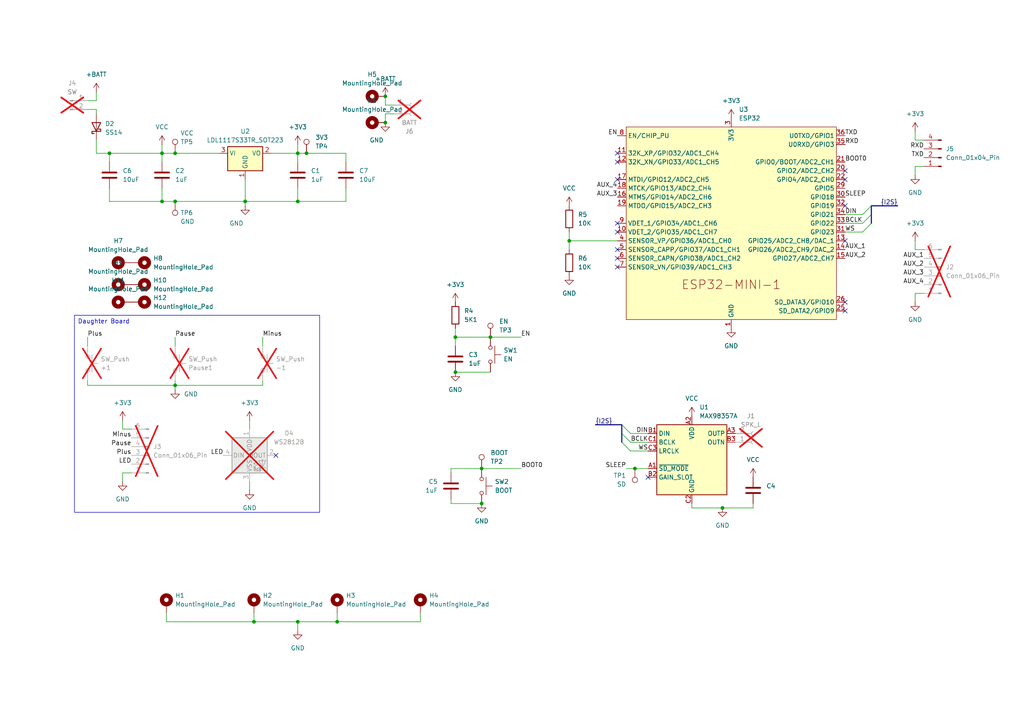
<source format=kicad_sch>
(kicad_sch
	(version 20250114)
	(generator "eeschema")
	(generator_version "9.0")
	(uuid "d9007ff1-9fb9-4ce9-b916-775d561f439c")
	(paper "A4")
	(lib_symbols
		(symbol "Audio:MAX98357A-WLP"
			(exclude_from_sim no)
			(in_bom yes)
			(on_board yes)
			(property "Reference" "U"
				(at -8.89 11.43 0)
				(effects
					(font
						(size 1.27 1.27)
					)
				)
			)
			(property "Value" "MAX98357A-WLP"
				(at 10.16 11.43 0)
				(effects
					(font
						(size 1.27 1.27)
					)
				)
			)
			(property "Footprint" "Package_BGA:WLP-9_1.448x1.468mm_Layout3x3_P0.4mm_Ball0.27mm_Pad0.25mm"
				(at -1.27 -17.018 0)
				(effects
					(font
						(size 1.27 1.27)
					)
					(hide yes)
				)
			)
			(property "Datasheet" "https://www.analog.com/media/en/technical-documentation/data-sheets/MAX98357A-MAX98357B.pdf"
				(at 11.684 -15.494 0)
				(effects
					(font
						(size 1.27 1.27)
					)
					(hide yes)
				)
			)
			(property "Description" "Mono DAC with amplifier, I2S, PCM, TDM, 32-bit, 96khz, 3.2W, TQFP-16"
				(at 3.302 -19.05 0)
				(effects
					(font
						(size 1.27 1.27)
					)
					(hide yes)
				)
			)
			(property "ki_keywords" "pcm tdm i2s left-justified amplifier audio dac"
				(at 0 0 0)
				(effects
					(font
						(size 1.27 1.27)
					)
					(hide yes)
				)
			)
			(property "ki_fp_filters" "TQFN*3x3mm*P0.5mm*EP1.23x1.23mm*"
				(at 0 0 0)
				(effects
					(font
						(size 1.27 1.27)
					)
					(hide yes)
				)
			)
			(symbol "MAX98357A-WLP_1_1"
				(rectangle
					(start -10.16 10.16)
					(end 10.16 -10.16)
					(stroke
						(width 0.254)
						(type default)
					)
					(fill
						(type background)
					)
				)
				(pin input line
					(at -12.7 7.62 0)
					(length 2.54)
					(name "DIN"
						(effects
							(font
								(size 1.27 1.27)
							)
						)
					)
					(number "B1"
						(effects
							(font
								(size 1.27 1.27)
							)
						)
					)
				)
				(pin input line
					(at -12.7 5.08 0)
					(length 2.54)
					(name "BCLK"
						(effects
							(font
								(size 1.27 1.27)
							)
						)
					)
					(number "C1"
						(effects
							(font
								(size 1.27 1.27)
							)
						)
					)
				)
				(pin input line
					(at -12.7 2.54 0)
					(length 2.54)
					(name "LRCLK"
						(effects
							(font
								(size 1.27 1.27)
							)
						)
					)
					(number "C3"
						(effects
							(font
								(size 1.27 1.27)
							)
						)
					)
				)
				(pin input line
					(at -12.7 -2.54 0)
					(length 2.54)
					(name "~{SD_MODE}"
						(effects
							(font
								(size 1.27 1.27)
							)
						)
					)
					(number "A1"
						(effects
							(font
								(size 1.27 1.27)
							)
						)
					)
				)
				(pin passive line
					(at -12.7 -5.08 0)
					(length 2.54)
					(name "GAIN_SLOT"
						(effects
							(font
								(size 1.27 1.27)
							)
						)
					)
					(number "B2"
						(effects
							(font
								(size 1.27 1.27)
							)
						)
					)
				)
				(pin power_in line
					(at 0 12.7 270)
					(length 2.54)
					(name "VDD"
						(effects
							(font
								(size 1.27 1.27)
							)
						)
					)
					(number "A2"
						(effects
							(font
								(size 1.27 1.27)
							)
						)
					)
				)
				(pin power_in line
					(at 0 -12.7 90)
					(length 2.54)
					(name "GND"
						(effects
							(font
								(size 1.27 1.27)
							)
						)
					)
					(number "C2"
						(effects
							(font
								(size 1.27 1.27)
							)
						)
					)
				)
				(pin output line
					(at 12.7 7.62 180)
					(length 2.54)
					(name "OUTP"
						(effects
							(font
								(size 1.27 1.27)
							)
						)
					)
					(number "A3"
						(effects
							(font
								(size 1.27 1.27)
							)
						)
					)
				)
				(pin output line
					(at 12.7 5.08 180)
					(length 2.54)
					(name "OUTN"
						(effects
							(font
								(size 1.27 1.27)
							)
						)
					)
					(number "B3"
						(effects
							(font
								(size 1.27 1.27)
							)
						)
					)
				)
			)
			(embedded_fonts no)
		)
		(symbol "Connector:Conn_01x02_Pin"
			(pin_names
				(offset 1.016)
				(hide yes)
			)
			(exclude_from_sim no)
			(in_bom yes)
			(on_board yes)
			(property "Reference" "J"
				(at 0 2.54 0)
				(effects
					(font
						(size 1.27 1.27)
					)
				)
			)
			(property "Value" "Conn_01x02_Pin"
				(at 0 -5.08 0)
				(effects
					(font
						(size 1.27 1.27)
					)
				)
			)
			(property "Footprint" ""
				(at 0 0 0)
				(effects
					(font
						(size 1.27 1.27)
					)
					(hide yes)
				)
			)
			(property "Datasheet" "~"
				(at 0 0 0)
				(effects
					(font
						(size 1.27 1.27)
					)
					(hide yes)
				)
			)
			(property "Description" "Generic connector, single row, 01x02, script generated"
				(at 0 0 0)
				(effects
					(font
						(size 1.27 1.27)
					)
					(hide yes)
				)
			)
			(property "ki_locked" ""
				(at 0 0 0)
				(effects
					(font
						(size 1.27 1.27)
					)
				)
			)
			(property "ki_keywords" "connector"
				(at 0 0 0)
				(effects
					(font
						(size 1.27 1.27)
					)
					(hide yes)
				)
			)
			(property "ki_fp_filters" "Connector*:*_1x??_*"
				(at 0 0 0)
				(effects
					(font
						(size 1.27 1.27)
					)
					(hide yes)
				)
			)
			(symbol "Conn_01x02_Pin_1_1"
				(rectangle
					(start 0.8636 0.127)
					(end 0 -0.127)
					(stroke
						(width 0.1524)
						(type default)
					)
					(fill
						(type outline)
					)
				)
				(rectangle
					(start 0.8636 -2.413)
					(end 0 -2.667)
					(stroke
						(width 0.1524)
						(type default)
					)
					(fill
						(type outline)
					)
				)
				(polyline
					(pts
						(xy 1.27 0) (xy 0.8636 0)
					)
					(stroke
						(width 0.1524)
						(type default)
					)
					(fill
						(type none)
					)
				)
				(polyline
					(pts
						(xy 1.27 -2.54) (xy 0.8636 -2.54)
					)
					(stroke
						(width 0.1524)
						(type default)
					)
					(fill
						(type none)
					)
				)
				(pin passive line
					(at 5.08 0 180)
					(length 3.81)
					(name "Pin_1"
						(effects
							(font
								(size 1.27 1.27)
							)
						)
					)
					(number "1"
						(effects
							(font
								(size 1.27 1.27)
							)
						)
					)
				)
				(pin passive line
					(at 5.08 -2.54 180)
					(length 3.81)
					(name "Pin_2"
						(effects
							(font
								(size 1.27 1.27)
							)
						)
					)
					(number "2"
						(effects
							(font
								(size 1.27 1.27)
							)
						)
					)
				)
			)
			(embedded_fonts no)
		)
		(symbol "Connector:Conn_01x02_Socket"
			(pin_names
				(offset 1.016)
				(hide yes)
			)
			(exclude_from_sim no)
			(in_bom yes)
			(on_board yes)
			(property "Reference" "J"
				(at 0 2.54 0)
				(effects
					(font
						(size 1.27 1.27)
					)
				)
			)
			(property "Value" "Conn_01x02_Socket"
				(at 0 -5.08 0)
				(effects
					(font
						(size 1.27 1.27)
					)
				)
			)
			(property "Footprint" ""
				(at 0 0 0)
				(effects
					(font
						(size 1.27 1.27)
					)
					(hide yes)
				)
			)
			(property "Datasheet" "~"
				(at 0 0 0)
				(effects
					(font
						(size 1.27 1.27)
					)
					(hide yes)
				)
			)
			(property "Description" "Generic connector, single row, 01x02, script generated"
				(at 0 0 0)
				(effects
					(font
						(size 1.27 1.27)
					)
					(hide yes)
				)
			)
			(property "ki_locked" ""
				(at 0 0 0)
				(effects
					(font
						(size 1.27 1.27)
					)
				)
			)
			(property "ki_keywords" "connector"
				(at 0 0 0)
				(effects
					(font
						(size 1.27 1.27)
					)
					(hide yes)
				)
			)
			(property "ki_fp_filters" "Connector*:*_1x??_*"
				(at 0 0 0)
				(effects
					(font
						(size 1.27 1.27)
					)
					(hide yes)
				)
			)
			(symbol "Conn_01x02_Socket_1_1"
				(polyline
					(pts
						(xy -1.27 0) (xy -0.508 0)
					)
					(stroke
						(width 0.1524)
						(type default)
					)
					(fill
						(type none)
					)
				)
				(polyline
					(pts
						(xy -1.27 -2.54) (xy -0.508 -2.54)
					)
					(stroke
						(width 0.1524)
						(type default)
					)
					(fill
						(type none)
					)
				)
				(arc
					(start 0 -0.508)
					(mid -0.5058 0)
					(end 0 0.508)
					(stroke
						(width 0.1524)
						(type default)
					)
					(fill
						(type none)
					)
				)
				(arc
					(start 0 -3.048)
					(mid -0.5058 -2.54)
					(end 0 -2.032)
					(stroke
						(width 0.1524)
						(type default)
					)
					(fill
						(type none)
					)
				)
				(pin passive line
					(at -5.08 0 0)
					(length 3.81)
					(name "Pin_1"
						(effects
							(font
								(size 1.27 1.27)
							)
						)
					)
					(number "1"
						(effects
							(font
								(size 1.27 1.27)
							)
						)
					)
				)
				(pin passive line
					(at -5.08 -2.54 0)
					(length 3.81)
					(name "Pin_2"
						(effects
							(font
								(size 1.27 1.27)
							)
						)
					)
					(number "2"
						(effects
							(font
								(size 1.27 1.27)
							)
						)
					)
				)
			)
			(embedded_fonts no)
		)
		(symbol "Connector:Conn_01x04_Pin"
			(pin_names
				(offset 1.016)
				(hide yes)
			)
			(exclude_from_sim no)
			(in_bom yes)
			(on_board yes)
			(property "Reference" "J"
				(at 0 5.08 0)
				(effects
					(font
						(size 1.27 1.27)
					)
				)
			)
			(property "Value" "Conn_01x04_Pin"
				(at 0 -7.62 0)
				(effects
					(font
						(size 1.27 1.27)
					)
				)
			)
			(property "Footprint" ""
				(at 0 0 0)
				(effects
					(font
						(size 1.27 1.27)
					)
					(hide yes)
				)
			)
			(property "Datasheet" "~"
				(at 0 0 0)
				(effects
					(font
						(size 1.27 1.27)
					)
					(hide yes)
				)
			)
			(property "Description" "Generic connector, single row, 01x04, script generated"
				(at 0 0 0)
				(effects
					(font
						(size 1.27 1.27)
					)
					(hide yes)
				)
			)
			(property "ki_locked" ""
				(at 0 0 0)
				(effects
					(font
						(size 1.27 1.27)
					)
				)
			)
			(property "ki_keywords" "connector"
				(at 0 0 0)
				(effects
					(font
						(size 1.27 1.27)
					)
					(hide yes)
				)
			)
			(property "ki_fp_filters" "Connector*:*_1x??_*"
				(at 0 0 0)
				(effects
					(font
						(size 1.27 1.27)
					)
					(hide yes)
				)
			)
			(symbol "Conn_01x04_Pin_1_1"
				(rectangle
					(start 0.8636 2.667)
					(end 0 2.413)
					(stroke
						(width 0.1524)
						(type default)
					)
					(fill
						(type outline)
					)
				)
				(rectangle
					(start 0.8636 0.127)
					(end 0 -0.127)
					(stroke
						(width 0.1524)
						(type default)
					)
					(fill
						(type outline)
					)
				)
				(rectangle
					(start 0.8636 -2.413)
					(end 0 -2.667)
					(stroke
						(width 0.1524)
						(type default)
					)
					(fill
						(type outline)
					)
				)
				(rectangle
					(start 0.8636 -4.953)
					(end 0 -5.207)
					(stroke
						(width 0.1524)
						(type default)
					)
					(fill
						(type outline)
					)
				)
				(polyline
					(pts
						(xy 1.27 2.54) (xy 0.8636 2.54)
					)
					(stroke
						(width 0.1524)
						(type default)
					)
					(fill
						(type none)
					)
				)
				(polyline
					(pts
						(xy 1.27 0) (xy 0.8636 0)
					)
					(stroke
						(width 0.1524)
						(type default)
					)
					(fill
						(type none)
					)
				)
				(polyline
					(pts
						(xy 1.27 -2.54) (xy 0.8636 -2.54)
					)
					(stroke
						(width 0.1524)
						(type default)
					)
					(fill
						(type none)
					)
				)
				(polyline
					(pts
						(xy 1.27 -5.08) (xy 0.8636 -5.08)
					)
					(stroke
						(width 0.1524)
						(type default)
					)
					(fill
						(type none)
					)
				)
				(pin passive line
					(at 5.08 2.54 180)
					(length 3.81)
					(name "Pin_1"
						(effects
							(font
								(size 1.27 1.27)
							)
						)
					)
					(number "1"
						(effects
							(font
								(size 1.27 1.27)
							)
						)
					)
				)
				(pin passive line
					(at 5.08 0 180)
					(length 3.81)
					(name "Pin_2"
						(effects
							(font
								(size 1.27 1.27)
							)
						)
					)
					(number "2"
						(effects
							(font
								(size 1.27 1.27)
							)
						)
					)
				)
				(pin passive line
					(at 5.08 -2.54 180)
					(length 3.81)
					(name "Pin_3"
						(effects
							(font
								(size 1.27 1.27)
							)
						)
					)
					(number "3"
						(effects
							(font
								(size 1.27 1.27)
							)
						)
					)
				)
				(pin passive line
					(at 5.08 -5.08 180)
					(length 3.81)
					(name "Pin_4"
						(effects
							(font
								(size 1.27 1.27)
							)
						)
					)
					(number "4"
						(effects
							(font
								(size 1.27 1.27)
							)
						)
					)
				)
			)
			(embedded_fonts no)
		)
		(symbol "Connector:Conn_01x06_Pin"
			(pin_names
				(offset 1.016)
				(hide yes)
			)
			(exclude_from_sim no)
			(in_bom yes)
			(on_board yes)
			(property "Reference" "J"
				(at 0 7.62 0)
				(effects
					(font
						(size 1.27 1.27)
					)
				)
			)
			(property "Value" "Conn_01x06_Pin"
				(at 0 -10.16 0)
				(effects
					(font
						(size 1.27 1.27)
					)
				)
			)
			(property "Footprint" ""
				(at 0 0 0)
				(effects
					(font
						(size 1.27 1.27)
					)
					(hide yes)
				)
			)
			(property "Datasheet" "~"
				(at 0 0 0)
				(effects
					(font
						(size 1.27 1.27)
					)
					(hide yes)
				)
			)
			(property "Description" "Generic connector, single row, 01x06, script generated"
				(at 0 0 0)
				(effects
					(font
						(size 1.27 1.27)
					)
					(hide yes)
				)
			)
			(property "ki_locked" ""
				(at 0 0 0)
				(effects
					(font
						(size 1.27 1.27)
					)
				)
			)
			(property "ki_keywords" "connector"
				(at 0 0 0)
				(effects
					(font
						(size 1.27 1.27)
					)
					(hide yes)
				)
			)
			(property "ki_fp_filters" "Connector*:*_1x??_*"
				(at 0 0 0)
				(effects
					(font
						(size 1.27 1.27)
					)
					(hide yes)
				)
			)
			(symbol "Conn_01x06_Pin_1_1"
				(rectangle
					(start 0.8636 5.207)
					(end 0 4.953)
					(stroke
						(width 0.1524)
						(type default)
					)
					(fill
						(type outline)
					)
				)
				(rectangle
					(start 0.8636 2.667)
					(end 0 2.413)
					(stroke
						(width 0.1524)
						(type default)
					)
					(fill
						(type outline)
					)
				)
				(rectangle
					(start 0.8636 0.127)
					(end 0 -0.127)
					(stroke
						(width 0.1524)
						(type default)
					)
					(fill
						(type outline)
					)
				)
				(rectangle
					(start 0.8636 -2.413)
					(end 0 -2.667)
					(stroke
						(width 0.1524)
						(type default)
					)
					(fill
						(type outline)
					)
				)
				(rectangle
					(start 0.8636 -4.953)
					(end 0 -5.207)
					(stroke
						(width 0.1524)
						(type default)
					)
					(fill
						(type outline)
					)
				)
				(rectangle
					(start 0.8636 -7.493)
					(end 0 -7.747)
					(stroke
						(width 0.1524)
						(type default)
					)
					(fill
						(type outline)
					)
				)
				(polyline
					(pts
						(xy 1.27 5.08) (xy 0.8636 5.08)
					)
					(stroke
						(width 0.1524)
						(type default)
					)
					(fill
						(type none)
					)
				)
				(polyline
					(pts
						(xy 1.27 2.54) (xy 0.8636 2.54)
					)
					(stroke
						(width 0.1524)
						(type default)
					)
					(fill
						(type none)
					)
				)
				(polyline
					(pts
						(xy 1.27 0) (xy 0.8636 0)
					)
					(stroke
						(width 0.1524)
						(type default)
					)
					(fill
						(type none)
					)
				)
				(polyline
					(pts
						(xy 1.27 -2.54) (xy 0.8636 -2.54)
					)
					(stroke
						(width 0.1524)
						(type default)
					)
					(fill
						(type none)
					)
				)
				(polyline
					(pts
						(xy 1.27 -5.08) (xy 0.8636 -5.08)
					)
					(stroke
						(width 0.1524)
						(type default)
					)
					(fill
						(type none)
					)
				)
				(polyline
					(pts
						(xy 1.27 -7.62) (xy 0.8636 -7.62)
					)
					(stroke
						(width 0.1524)
						(type default)
					)
					(fill
						(type none)
					)
				)
				(pin passive line
					(at 5.08 5.08 180)
					(length 3.81)
					(name "Pin_1"
						(effects
							(font
								(size 1.27 1.27)
							)
						)
					)
					(number "1"
						(effects
							(font
								(size 1.27 1.27)
							)
						)
					)
				)
				(pin passive line
					(at 5.08 2.54 180)
					(length 3.81)
					(name "Pin_2"
						(effects
							(font
								(size 1.27 1.27)
							)
						)
					)
					(number "2"
						(effects
							(font
								(size 1.27 1.27)
							)
						)
					)
				)
				(pin passive line
					(at 5.08 0 180)
					(length 3.81)
					(name "Pin_3"
						(effects
							(font
								(size 1.27 1.27)
							)
						)
					)
					(number "3"
						(effects
							(font
								(size 1.27 1.27)
							)
						)
					)
				)
				(pin passive line
					(at 5.08 -2.54 180)
					(length 3.81)
					(name "Pin_4"
						(effects
							(font
								(size 1.27 1.27)
							)
						)
					)
					(number "4"
						(effects
							(font
								(size 1.27 1.27)
							)
						)
					)
				)
				(pin passive line
					(at 5.08 -5.08 180)
					(length 3.81)
					(name "Pin_5"
						(effects
							(font
								(size 1.27 1.27)
							)
						)
					)
					(number "5"
						(effects
							(font
								(size 1.27 1.27)
							)
						)
					)
				)
				(pin passive line
					(at 5.08 -7.62 180)
					(length 3.81)
					(name "Pin_6"
						(effects
							(font
								(size 1.27 1.27)
							)
						)
					)
					(number "6"
						(effects
							(font
								(size 1.27 1.27)
							)
						)
					)
				)
			)
			(embedded_fonts no)
		)
		(symbol "Connector:TestPoint"
			(pin_numbers
				(hide yes)
			)
			(pin_names
				(offset 0.762)
				(hide yes)
			)
			(exclude_from_sim no)
			(in_bom yes)
			(on_board yes)
			(property "Reference" "TP"
				(at 0 6.858 0)
				(effects
					(font
						(size 1.27 1.27)
					)
				)
			)
			(property "Value" "TestPoint"
				(at 0 5.08 0)
				(effects
					(font
						(size 1.27 1.27)
					)
				)
			)
			(property "Footprint" ""
				(at 5.08 0 0)
				(effects
					(font
						(size 1.27 1.27)
					)
					(hide yes)
				)
			)
			(property "Datasheet" "~"
				(at 5.08 0 0)
				(effects
					(font
						(size 1.27 1.27)
					)
					(hide yes)
				)
			)
			(property "Description" "test point"
				(at 0 0 0)
				(effects
					(font
						(size 1.27 1.27)
					)
					(hide yes)
				)
			)
			(property "ki_keywords" "test point tp"
				(at 0 0 0)
				(effects
					(font
						(size 1.27 1.27)
					)
					(hide yes)
				)
			)
			(property "ki_fp_filters" "Pin* Test*"
				(at 0 0 0)
				(effects
					(font
						(size 1.27 1.27)
					)
					(hide yes)
				)
			)
			(symbol "TestPoint_0_1"
				(circle
					(center 0 3.302)
					(radius 0.762)
					(stroke
						(width 0)
						(type default)
					)
					(fill
						(type none)
					)
				)
			)
			(symbol "TestPoint_1_1"
				(pin passive line
					(at 0 0 90)
					(length 2.54)
					(name "1"
						(effects
							(font
								(size 1.27 1.27)
							)
						)
					)
					(number "1"
						(effects
							(font
								(size 1.27 1.27)
							)
						)
					)
				)
			)
			(embedded_fonts no)
		)
		(symbol "Device:C"
			(pin_numbers
				(hide yes)
			)
			(pin_names
				(offset 0.254)
			)
			(exclude_from_sim no)
			(in_bom yes)
			(on_board yes)
			(property "Reference" "C"
				(at 0.635 2.54 0)
				(effects
					(font
						(size 1.27 1.27)
					)
					(justify left)
				)
			)
			(property "Value" "C"
				(at 0.635 -2.54 0)
				(effects
					(font
						(size 1.27 1.27)
					)
					(justify left)
				)
			)
			(property "Footprint" ""
				(at 0.9652 -3.81 0)
				(effects
					(font
						(size 1.27 1.27)
					)
					(hide yes)
				)
			)
			(property "Datasheet" "~"
				(at 0 0 0)
				(effects
					(font
						(size 1.27 1.27)
					)
					(hide yes)
				)
			)
			(property "Description" "Unpolarized capacitor"
				(at 0 0 0)
				(effects
					(font
						(size 1.27 1.27)
					)
					(hide yes)
				)
			)
			(property "ki_keywords" "cap capacitor"
				(at 0 0 0)
				(effects
					(font
						(size 1.27 1.27)
					)
					(hide yes)
				)
			)
			(property "ki_fp_filters" "C_*"
				(at 0 0 0)
				(effects
					(font
						(size 1.27 1.27)
					)
					(hide yes)
				)
			)
			(symbol "C_0_1"
				(polyline
					(pts
						(xy -2.032 0.762) (xy 2.032 0.762)
					)
					(stroke
						(width 0.508)
						(type default)
					)
					(fill
						(type none)
					)
				)
				(polyline
					(pts
						(xy -2.032 -0.762) (xy 2.032 -0.762)
					)
					(stroke
						(width 0.508)
						(type default)
					)
					(fill
						(type none)
					)
				)
			)
			(symbol "C_1_1"
				(pin passive line
					(at 0 3.81 270)
					(length 2.794)
					(name "~"
						(effects
							(font
								(size 1.27 1.27)
							)
						)
					)
					(number "1"
						(effects
							(font
								(size 1.27 1.27)
							)
						)
					)
				)
				(pin passive line
					(at 0 -3.81 90)
					(length 2.794)
					(name "~"
						(effects
							(font
								(size 1.27 1.27)
							)
						)
					)
					(number "2"
						(effects
							(font
								(size 1.27 1.27)
							)
						)
					)
				)
			)
			(embedded_fonts no)
		)
		(symbol "Device:R"
			(pin_numbers
				(hide yes)
			)
			(pin_names
				(offset 0)
			)
			(exclude_from_sim no)
			(in_bom yes)
			(on_board yes)
			(property "Reference" "R"
				(at 2.032 0 90)
				(effects
					(font
						(size 1.27 1.27)
					)
				)
			)
			(property "Value" "R"
				(at 0 0 90)
				(effects
					(font
						(size 1.27 1.27)
					)
				)
			)
			(property "Footprint" ""
				(at -1.778 0 90)
				(effects
					(font
						(size 1.27 1.27)
					)
					(hide yes)
				)
			)
			(property "Datasheet" "~"
				(at 0 0 0)
				(effects
					(font
						(size 1.27 1.27)
					)
					(hide yes)
				)
			)
			(property "Description" "Resistor"
				(at 0 0 0)
				(effects
					(font
						(size 1.27 1.27)
					)
					(hide yes)
				)
			)
			(property "ki_keywords" "R res resistor"
				(at 0 0 0)
				(effects
					(font
						(size 1.27 1.27)
					)
					(hide yes)
				)
			)
			(property "ki_fp_filters" "R_*"
				(at 0 0 0)
				(effects
					(font
						(size 1.27 1.27)
					)
					(hide yes)
				)
			)
			(symbol "R_0_1"
				(rectangle
					(start -1.016 -2.54)
					(end 1.016 2.54)
					(stroke
						(width 0.254)
						(type default)
					)
					(fill
						(type none)
					)
				)
			)
			(symbol "R_1_1"
				(pin passive line
					(at 0 3.81 270)
					(length 1.27)
					(name "~"
						(effects
							(font
								(size 1.27 1.27)
							)
						)
					)
					(number "1"
						(effects
							(font
								(size 1.27 1.27)
							)
						)
					)
				)
				(pin passive line
					(at 0 -3.81 90)
					(length 1.27)
					(name "~"
						(effects
							(font
								(size 1.27 1.27)
							)
						)
					)
					(number "2"
						(effects
							(font
								(size 1.27 1.27)
							)
						)
					)
				)
			)
			(embedded_fonts no)
		)
		(symbol "Diode:SS14"
			(pin_numbers
				(hide yes)
			)
			(pin_names
				(offset 1.016)
				(hide yes)
			)
			(exclude_from_sim no)
			(in_bom yes)
			(on_board yes)
			(property "Reference" "D"
				(at 0 2.54 0)
				(effects
					(font
						(size 1.27 1.27)
					)
				)
			)
			(property "Value" "SS14"
				(at 0 -2.54 0)
				(effects
					(font
						(size 1.27 1.27)
					)
				)
			)
			(property "Footprint" "Diode_SMD:D_SMA"
				(at 0 -4.445 0)
				(effects
					(font
						(size 1.27 1.27)
					)
					(hide yes)
				)
			)
			(property "Datasheet" "https://www.vishay.com/docs/88746/ss12.pdf"
				(at 0 0 0)
				(effects
					(font
						(size 1.27 1.27)
					)
					(hide yes)
				)
			)
			(property "Description" "40V 1A Schottky Diode, SMA"
				(at 0 0 0)
				(effects
					(font
						(size 1.27 1.27)
					)
					(hide yes)
				)
			)
			(property "ki_keywords" "diode Schottky"
				(at 0 0 0)
				(effects
					(font
						(size 1.27 1.27)
					)
					(hide yes)
				)
			)
			(property "ki_fp_filters" "D*SMA*"
				(at 0 0 0)
				(effects
					(font
						(size 1.27 1.27)
					)
					(hide yes)
				)
			)
			(symbol "SS14_0_1"
				(polyline
					(pts
						(xy -1.905 0.635) (xy -1.905 1.27) (xy -1.27 1.27) (xy -1.27 -1.27) (xy -0.635 -1.27) (xy -0.635 -0.635)
					)
					(stroke
						(width 0.254)
						(type default)
					)
					(fill
						(type none)
					)
				)
				(polyline
					(pts
						(xy 1.27 1.27) (xy 1.27 -1.27) (xy -1.27 0) (xy 1.27 1.27)
					)
					(stroke
						(width 0.254)
						(type default)
					)
					(fill
						(type none)
					)
				)
				(polyline
					(pts
						(xy 1.27 0) (xy -1.27 0)
					)
					(stroke
						(width 0)
						(type default)
					)
					(fill
						(type none)
					)
				)
			)
			(symbol "SS14_1_1"
				(pin passive line
					(at -3.81 0 0)
					(length 2.54)
					(name "K"
						(effects
							(font
								(size 1.27 1.27)
							)
						)
					)
					(number "1"
						(effects
							(font
								(size 1.27 1.27)
							)
						)
					)
				)
				(pin passive line
					(at 3.81 0 180)
					(length 2.54)
					(name "A"
						(effects
							(font
								(size 1.27 1.27)
							)
						)
					)
					(number "2"
						(effects
							(font
								(size 1.27 1.27)
							)
						)
					)
				)
			)
			(embedded_fonts no)
		)
		(symbol "LED:WS2812B"
			(pin_names
				(offset 0.254)
			)
			(exclude_from_sim no)
			(in_bom yes)
			(on_board yes)
			(property "Reference" "D"
				(at 5.08 5.715 0)
				(effects
					(font
						(size 1.27 1.27)
					)
					(justify right bottom)
				)
			)
			(property "Value" "WS2812B"
				(at 1.27 -5.715 0)
				(effects
					(font
						(size 1.27 1.27)
					)
					(justify left top)
				)
			)
			(property "Footprint" "LED_SMD:LED_WS2812B_PLCC4_5.0x5.0mm_P3.2mm"
				(at 1.27 -7.62 0)
				(effects
					(font
						(size 1.27 1.27)
					)
					(justify left top)
					(hide yes)
				)
			)
			(property "Datasheet" "https://cdn-shop.adafruit.com/datasheets/WS2812B.pdf"
				(at 2.54 -9.525 0)
				(effects
					(font
						(size 1.27 1.27)
					)
					(justify left top)
					(hide yes)
				)
			)
			(property "Description" "RGB LED with integrated controller"
				(at 0 0 0)
				(effects
					(font
						(size 1.27 1.27)
					)
					(hide yes)
				)
			)
			(property "ki_keywords" "RGB LED NeoPixel addressable"
				(at 0 0 0)
				(effects
					(font
						(size 1.27 1.27)
					)
					(hide yes)
				)
			)
			(property "ki_fp_filters" "LED*WS2812*PLCC*5.0x5.0mm*P3.2mm*"
				(at 0 0 0)
				(effects
					(font
						(size 1.27 1.27)
					)
					(hide yes)
				)
			)
			(symbol "WS2812B_0_0"
				(text "RGB"
					(at 2.286 -4.191 0)
					(effects
						(font
							(size 0.762 0.762)
						)
					)
				)
			)
			(symbol "WS2812B_0_1"
				(polyline
					(pts
						(xy 1.27 -2.54) (xy 1.778 -2.54)
					)
					(stroke
						(width 0)
						(type default)
					)
					(fill
						(type none)
					)
				)
				(polyline
					(pts
						(xy 1.27 -3.556) (xy 1.778 -3.556)
					)
					(stroke
						(width 0)
						(type default)
					)
					(fill
						(type none)
					)
				)
				(polyline
					(pts
						(xy 2.286 -1.524) (xy 1.27 -2.54) (xy 1.27 -2.032)
					)
					(stroke
						(width 0)
						(type default)
					)
					(fill
						(type none)
					)
				)
				(polyline
					(pts
						(xy 2.286 -2.54) (xy 1.27 -3.556) (xy 1.27 -3.048)
					)
					(stroke
						(width 0)
						(type default)
					)
					(fill
						(type none)
					)
				)
				(polyline
					(pts
						(xy 3.683 -1.016) (xy 3.683 -3.556) (xy 3.683 -4.064)
					)
					(stroke
						(width 0)
						(type default)
					)
					(fill
						(type none)
					)
				)
				(polyline
					(pts
						(xy 4.699 -1.524) (xy 2.667 -1.524) (xy 3.683 -3.556) (xy 4.699 -1.524)
					)
					(stroke
						(width 0)
						(type default)
					)
					(fill
						(type none)
					)
				)
				(polyline
					(pts
						(xy 4.699 -3.556) (xy 2.667 -3.556)
					)
					(stroke
						(width 0)
						(type default)
					)
					(fill
						(type none)
					)
				)
				(rectangle
					(start 5.08 5.08)
					(end -5.08 -5.08)
					(stroke
						(width 0.254)
						(type default)
					)
					(fill
						(type background)
					)
				)
			)
			(symbol "WS2812B_1_1"
				(pin input line
					(at -7.62 0 0)
					(length 2.54)
					(name "DIN"
						(effects
							(font
								(size 1.27 1.27)
							)
						)
					)
					(number "4"
						(effects
							(font
								(size 1.27 1.27)
							)
						)
					)
				)
				(pin power_in line
					(at 0 7.62 270)
					(length 2.54)
					(name "VDD"
						(effects
							(font
								(size 1.27 1.27)
							)
						)
					)
					(number "1"
						(effects
							(font
								(size 1.27 1.27)
							)
						)
					)
				)
				(pin power_in line
					(at 0 -7.62 90)
					(length 2.54)
					(name "VSS"
						(effects
							(font
								(size 1.27 1.27)
							)
						)
					)
					(number "3"
						(effects
							(font
								(size 1.27 1.27)
							)
						)
					)
				)
				(pin output line
					(at 7.62 0 180)
					(length 2.54)
					(name "DOUT"
						(effects
							(font
								(size 1.27 1.27)
							)
						)
					)
					(number "2"
						(effects
							(font
								(size 1.27 1.27)
							)
						)
					)
				)
			)
			(embedded_fonts no)
		)
		(symbol "Mechanical:MountingHole_Pad"
			(pin_numbers
				(hide yes)
			)
			(pin_names
				(offset 1.016)
				(hide yes)
			)
			(exclude_from_sim yes)
			(in_bom no)
			(on_board yes)
			(property "Reference" "H"
				(at 0 6.35 0)
				(effects
					(font
						(size 1.27 1.27)
					)
				)
			)
			(property "Value" "MountingHole_Pad"
				(at 0 4.445 0)
				(effects
					(font
						(size 1.27 1.27)
					)
				)
			)
			(property "Footprint" ""
				(at 0 0 0)
				(effects
					(font
						(size 1.27 1.27)
					)
					(hide yes)
				)
			)
			(property "Datasheet" "~"
				(at 0 0 0)
				(effects
					(font
						(size 1.27 1.27)
					)
					(hide yes)
				)
			)
			(property "Description" "Mounting Hole with connection"
				(at 0 0 0)
				(effects
					(font
						(size 1.27 1.27)
					)
					(hide yes)
				)
			)
			(property "ki_keywords" "mounting hole"
				(at 0 0 0)
				(effects
					(font
						(size 1.27 1.27)
					)
					(hide yes)
				)
			)
			(property "ki_fp_filters" "MountingHole*Pad*"
				(at 0 0 0)
				(effects
					(font
						(size 1.27 1.27)
					)
					(hide yes)
				)
			)
			(symbol "MountingHole_Pad_0_1"
				(circle
					(center 0 1.27)
					(radius 1.27)
					(stroke
						(width 1.27)
						(type default)
					)
					(fill
						(type none)
					)
				)
			)
			(symbol "MountingHole_Pad_1_1"
				(pin input line
					(at 0 -2.54 90)
					(length 2.54)
					(name "1"
						(effects
							(font
								(size 1.27 1.27)
							)
						)
					)
					(number "1"
						(effects
							(font
								(size 1.27 1.27)
							)
						)
					)
				)
			)
			(embedded_fonts no)
		)
		(symbol "MountingHole_Pad_1"
			(pin_numbers
				(hide yes)
			)
			(pin_names
				(offset 1.016)
				(hide yes)
			)
			(exclude_from_sim no)
			(in_bom no)
			(on_board yes)
			(property "Reference" "H"
				(at 0 6.35 0)
				(effects
					(font
						(size 1.27 1.27)
					)
				)
			)
			(property "Value" "MountingHole_Pad"
				(at 0 4.445 0)
				(effects
					(font
						(size 1.27 1.27)
					)
				)
			)
			(property "Footprint" ""
				(at 0 0 0)
				(effects
					(font
						(size 1.27 1.27)
					)
					(hide yes)
				)
			)
			(property "Datasheet" "~"
				(at 0 0 0)
				(effects
					(font
						(size 1.27 1.27)
					)
					(hide yes)
				)
			)
			(property "Description" "Mounting Hole with connection"
				(at 0 0 0)
				(effects
					(font
						(size 1.27 1.27)
					)
					(hide yes)
				)
			)
			(property "ki_keywords" "mounting hole"
				(at 0 0 0)
				(effects
					(font
						(size 1.27 1.27)
					)
					(hide yes)
				)
			)
			(property "ki_fp_filters" "MountingHole*Pad*"
				(at 0 0 0)
				(effects
					(font
						(size 1.27 1.27)
					)
					(hide yes)
				)
			)
			(symbol "MountingHole_Pad_1_0_1"
				(circle
					(center 0 1.27)
					(radius 1.27)
					(stroke
						(width 1.27)
						(type default)
					)
					(fill
						(type none)
					)
				)
			)
			(symbol "MountingHole_Pad_1_1_1"
				(pin input line
					(at 0 -2.54 90)
					(length 2.54)
					(name "1"
						(effects
							(font
								(size 1.27 1.27)
							)
						)
					)
					(number "1"
						(effects
							(font
								(size 1.27 1.27)
							)
						)
					)
				)
			)
			(embedded_fonts no)
		)
		(symbol "PCM_Espressif:ESP32-MINI-1"
			(exclude_from_sim no)
			(in_bom yes)
			(on_board yes)
			(property "Reference" "U"
				(at -30.48 33.02 0)
				(effects
					(font
						(size 1.27 1.27)
					)
					(justify left)
				)
			)
			(property "Value" "ESP32-MINI-1"
				(at -30.48 30.48 0)
				(effects
					(font
						(size 1.27 1.27)
					)
					(justify left)
				)
			)
			(property "Footprint" "PCM_Espressif:ESP32-MINI-1"
				(at 0 -53.34 0)
				(effects
					(font
						(size 1.27 1.27)
					)
					(hide yes)
				)
			)
			(property "Datasheet" "https://www.espressif.com/sites/default/files/documentation/esp32-mini-1_datasheet_en.pdf"
				(at 0 -55.88 0)
				(effects
					(font
						(size 1.27 1.27)
					)
					(hide yes)
				)
			)
			(property "Description" "ESP32-MINI-1/U MCU, SiP, 4MB Flash in ESP32-MINI-format"
				(at 0 0 0)
				(effects
					(font
						(size 1.27 1.27)
					)
					(hide yes)
				)
			)
			(property "ki_keywords" "esp32 espressif mini"
				(at 0 0 0)
				(effects
					(font
						(size 1.27 1.27)
					)
					(hide yes)
				)
			)
			(symbol "ESP32-MINI-1_0_0"
				(text "ESP32-MINI-1"
					(at 0 -17.78 0)
					(effects
						(font
							(size 2.54 2.54)
						)
					)
				)
				(pin power_in line
					(at 0 -30.48 90)
					(length 2.54)
					(name "GND"
						(effects
							(font
								(size 1.27 1.27)
							)
						)
					)
					(number "1"
						(effects
							(font
								(size 1.27 1.27)
							)
						)
					)
				)
				(pin passive line
					(at 0 -30.48 90)
					(length 2.54)
					(hide yes)
					(name "GND"
						(effects
							(font
								(size 1.27 1.27)
							)
						)
					)
					(number "42"
						(effects
							(font
								(size 1.27 1.27)
							)
						)
					)
				)
				(pin passive line
					(at 0 -30.48 90)
					(length 2.54)
					(hide yes)
					(name "GND"
						(effects
							(font
								(size 1.27 1.27)
							)
						)
					)
					(number "47"
						(effects
							(font
								(size 1.27 1.27)
							)
						)
					)
				)
				(pin bidirectional line
					(at 33.02 7.62 180)
					(length 2.54)
					(name "GPIO18"
						(effects
							(font
								(size 1.27 1.27)
							)
						)
					)
					(number "30"
						(effects
							(font
								(size 1.27 1.27)
							)
						)
					)
				)
				(pin bidirectional line
					(at 33.02 -2.54 180)
					(length 2.54)
					(name "GPIO23"
						(effects
							(font
								(size 1.27 1.27)
							)
						)
					)
					(number "31"
						(effects
							(font
								(size 1.27 1.27)
							)
						)
					)
				)
			)
			(symbol "ESP32-MINI-1_0_1"
				(rectangle
					(start -30.48 27.94)
					(end 30.48 -27.94)
					(stroke
						(width 0)
						(type default)
					)
					(fill
						(type background)
					)
				)
				(pin passive line
					(at 0 -30.48 90)
					(length 2.54)
					(hide yes)
					(name "GND"
						(effects
							(font
								(size 1.27 1.27)
							)
						)
					)
					(number "38"
						(effects
							(font
								(size 1.27 1.27)
							)
						)
					)
				)
				(pin passive line
					(at 0 -30.48 90)
					(length 2.54)
					(hide yes)
					(name "GND"
						(effects
							(font
								(size 1.27 1.27)
							)
						)
					)
					(number "39"
						(effects
							(font
								(size 1.27 1.27)
							)
						)
					)
				)
				(pin passive line
					(at 0 -30.48 90)
					(length 2.54)
					(hide yes)
					(name "GND"
						(effects
							(font
								(size 1.27 1.27)
							)
						)
					)
					(number "40"
						(effects
							(font
								(size 1.27 1.27)
							)
						)
					)
				)
				(pin passive line
					(at 0 -30.48 90)
					(length 2.54)
					(hide yes)
					(name "GND"
						(effects
							(font
								(size 1.27 1.27)
							)
						)
					)
					(number "41"
						(effects
							(font
								(size 1.27 1.27)
							)
						)
					)
				)
				(pin passive line
					(at 0 -30.48 90)
					(length 2.54)
					(hide yes)
					(name "GND"
						(effects
							(font
								(size 1.27 1.27)
							)
						)
					)
					(number "43"
						(effects
							(font
								(size 1.27 1.27)
							)
						)
					)
				)
				(pin passive line
					(at 0 -30.48 90)
					(length 2.54)
					(hide yes)
					(name "GND"
						(effects
							(font
								(size 1.27 1.27)
							)
						)
					)
					(number "44"
						(effects
							(font
								(size 1.27 1.27)
							)
						)
					)
				)
				(pin passive line
					(at 0 -30.48 90)
					(length 2.54)
					(hide yes)
					(name "GND"
						(effects
							(font
								(size 1.27 1.27)
							)
						)
					)
					(number "45"
						(effects
							(font
								(size 1.27 1.27)
							)
						)
					)
				)
				(pin passive line
					(at 0 -30.48 90)
					(length 2.54)
					(hide yes)
					(name "GND"
						(effects
							(font
								(size 1.27 1.27)
							)
						)
					)
					(number "46"
						(effects
							(font
								(size 1.27 1.27)
							)
						)
					)
				)
				(pin passive line
					(at 0 -30.48 90)
					(length 2.54)
					(hide yes)
					(name "GND"
						(effects
							(font
								(size 1.27 1.27)
							)
						)
					)
					(number "48"
						(effects
							(font
								(size 1.27 1.27)
							)
						)
					)
				)
				(pin passive line
					(at 0 -30.48 90)
					(length 2.54)
					(hide yes)
					(name "GND"
						(effects
							(font
								(size 1.27 1.27)
							)
						)
					)
					(number "49"
						(effects
							(font
								(size 1.27 1.27)
							)
						)
					)
				)
				(pin passive line
					(at 0 -30.48 90)
					(length 2.54)
					(hide yes)
					(name "GND"
						(effects
							(font
								(size 1.27 1.27)
							)
						)
					)
					(number "50"
						(effects
							(font
								(size 1.27 1.27)
							)
						)
					)
				)
				(pin passive line
					(at 0 -30.48 90)
					(length 2.54)
					(hide yes)
					(name "GND"
						(effects
							(font
								(size 1.27 1.27)
							)
						)
					)
					(number "51"
						(effects
							(font
								(size 1.27 1.27)
							)
						)
					)
				)
				(pin passive line
					(at 0 -30.48 90)
					(length 2.54)
					(hide yes)
					(name "GND"
						(effects
							(font
								(size 1.27 1.27)
							)
						)
					)
					(number "52"
						(effects
							(font
								(size 1.27 1.27)
							)
						)
					)
				)
				(pin passive line
					(at 0 -30.48 90)
					(length 2.54)
					(hide yes)
					(name "GND"
						(effects
							(font
								(size 1.27 1.27)
							)
						)
					)
					(number "53"
						(effects
							(font
								(size 1.27 1.27)
							)
						)
					)
				)
				(pin passive line
					(at 0 -30.48 90)
					(length 2.54)
					(hide yes)
					(name "GND"
						(effects
							(font
								(size 1.27 1.27)
							)
						)
					)
					(number "54"
						(effects
							(font
								(size 1.27 1.27)
							)
						)
					)
				)
				(pin passive line
					(at 0 -30.48 90)
					(length 2.54)
					(hide yes)
					(name "GND"
						(effects
							(font
								(size 1.27 1.27)
							)
						)
					)
					(number "55"
						(effects
							(font
								(size 1.27 1.27)
							)
						)
					)
				)
			)
			(symbol "ESP32-MINI-1_1_1"
				(pin input line
					(at -33.02 25.4 0)
					(length 2.54)
					(name "EN/CHIP_PU"
						(effects
							(font
								(size 1.27 1.27)
							)
						)
					)
					(number "8"
						(effects
							(font
								(size 1.27 1.27)
							)
						)
					)
				)
				(pin bidirectional line
					(at -33.02 20.32 0)
					(length 2.54)
					(name "32K_XP/GPIO32/ADC1_CH4"
						(effects
							(font
								(size 1.27 1.27)
							)
						)
					)
					(number "11"
						(effects
							(font
								(size 1.27 1.27)
							)
						)
					)
				)
				(pin bidirectional line
					(at -33.02 17.78 0)
					(length 2.54)
					(name "32K_XN/GPIO33/ADC1_CH5"
						(effects
							(font
								(size 1.27 1.27)
							)
						)
					)
					(number "12"
						(effects
							(font
								(size 1.27 1.27)
							)
						)
					)
				)
				(pin bidirectional line
					(at -33.02 12.7 0)
					(length 2.54)
					(name "MTDI/GPIO12/ADC2_CH5"
						(effects
							(font
								(size 1.27 1.27)
							)
						)
					)
					(number "17"
						(effects
							(font
								(size 1.27 1.27)
							)
						)
					)
				)
				(pin bidirectional line
					(at -33.02 10.16 0)
					(length 2.54)
					(name "MTCK/GPIO13/ADC2_CH4"
						(effects
							(font
								(size 1.27 1.27)
							)
						)
					)
					(number "18"
						(effects
							(font
								(size 1.27 1.27)
							)
						)
					)
				)
				(pin bidirectional line
					(at -33.02 7.62 0)
					(length 2.54)
					(name "MTMS/GPIO14/ADC2_CH6"
						(effects
							(font
								(size 1.27 1.27)
							)
						)
					)
					(number "16"
						(effects
							(font
								(size 1.27 1.27)
							)
						)
					)
				)
				(pin bidirectional line
					(at -33.02 5.08 0)
					(length 2.54)
					(name "MTDO/GPIO15/ADC2_CH3"
						(effects
							(font
								(size 1.27 1.27)
							)
						)
					)
					(number "19"
						(effects
							(font
								(size 1.27 1.27)
							)
						)
					)
				)
				(pin input line
					(at -33.02 0 0)
					(length 2.54)
					(name "VDET_1/GPIO34/ADC1_CH6"
						(effects
							(font
								(size 1.27 1.27)
							)
						)
					)
					(number "9"
						(effects
							(font
								(size 1.27 1.27)
							)
						)
					)
				)
				(pin input line
					(at -33.02 -2.54 0)
					(length 2.54)
					(name "VDET_2/GPIO35/ADC1_CH7"
						(effects
							(font
								(size 1.27 1.27)
							)
						)
					)
					(number "10"
						(effects
							(font
								(size 1.27 1.27)
							)
						)
					)
				)
				(pin input line
					(at -33.02 -5.08 0)
					(length 2.54)
					(name "SENSOR_VP/GPIO36/ADC1_CH0"
						(effects
							(font
								(size 1.27 1.27)
							)
						)
					)
					(number "4"
						(effects
							(font
								(size 1.27 1.27)
							)
						)
					)
				)
				(pin input line
					(at -33.02 -7.62 0)
					(length 2.54)
					(name "SENSOR_CAPP/GPIO37/ADC1_CH1"
						(effects
							(font
								(size 1.27 1.27)
							)
						)
					)
					(number "5"
						(effects
							(font
								(size 1.27 1.27)
							)
						)
					)
				)
				(pin input line
					(at -33.02 -10.16 0)
					(length 2.54)
					(name "SENSOR_CAPN/GPIO38/ADC1_CH2"
						(effects
							(font
								(size 1.27 1.27)
							)
						)
					)
					(number "6"
						(effects
							(font
								(size 1.27 1.27)
							)
						)
					)
				)
				(pin input line
					(at -33.02 -12.7 0)
					(length 2.54)
					(name "SENSOR_VN/GPIO39/ADC1_CH3"
						(effects
							(font
								(size 1.27 1.27)
							)
						)
					)
					(number "7"
						(effects
							(font
								(size 1.27 1.27)
							)
						)
					)
				)
				(pin no_connect line
					(at -30.48 -17.78 0)
					(length 2.54)
					(hide yes)
					(name "NC"
						(effects
							(font
								(size 1.27 1.27)
							)
						)
					)
					(number "23"
						(effects
							(font
								(size 1.27 1.27)
							)
						)
					)
				)
				(pin no_connect line
					(at -30.48 -20.32 0)
					(length 2.54)
					(hide yes)
					(name "NC"
						(effects
							(font
								(size 1.27 1.27)
							)
						)
					)
					(number "24"
						(effects
							(font
								(size 1.27 1.27)
							)
						)
					)
				)
				(pin no_connect line
					(at -30.48 -22.86 0)
					(length 2.54)
					(hide yes)
					(name "NC"
						(effects
							(font
								(size 1.27 1.27)
							)
						)
					)
					(number "28"
						(effects
							(font
								(size 1.27 1.27)
							)
						)
					)
				)
				(pin no_connect line
					(at -30.48 -25.4 0)
					(length 2.54)
					(hide yes)
					(name "NC"
						(effects
							(font
								(size 1.27 1.27)
							)
						)
					)
					(number "37"
						(effects
							(font
								(size 1.27 1.27)
							)
						)
					)
				)
				(pin power_in line
					(at 0 30.48 270)
					(length 2.54)
					(name "3V3"
						(effects
							(font
								(size 1.27 1.27)
							)
						)
					)
					(number "3"
						(effects
							(font
								(size 1.27 1.27)
							)
						)
					)
				)
				(pin passive line
					(at 0 -30.48 90)
					(length 2.54)
					(hide yes)
					(name "GND"
						(effects
							(font
								(size 1.27 1.27)
							)
						)
					)
					(number "2"
						(effects
							(font
								(size 1.27 1.27)
							)
						)
					)
				)
				(pin passive line
					(at 0 -30.48 90)
					(length 2.54)
					(hide yes)
					(name "GND"
						(effects
							(font
								(size 1.27 1.27)
							)
						)
					)
					(number "27"
						(effects
							(font
								(size 1.27 1.27)
							)
						)
					)
				)
				(pin bidirectional line
					(at 33.02 25.4 180)
					(length 2.54)
					(name "U0TXD/GPIO1"
						(effects
							(font
								(size 1.27 1.27)
							)
						)
					)
					(number "36"
						(effects
							(font
								(size 1.27 1.27)
							)
						)
					)
				)
				(pin bidirectional line
					(at 33.02 22.86 180)
					(length 2.54)
					(name "U0RXD/GPIO3"
						(effects
							(font
								(size 1.27 1.27)
							)
						)
					)
					(number "35"
						(effects
							(font
								(size 1.27 1.27)
							)
						)
					)
				)
				(pin bidirectional line
					(at 33.02 17.78 180)
					(length 2.54)
					(name "GPIO0/BOOT/ADC2_CH1"
						(effects
							(font
								(size 1.27 1.27)
							)
						)
					)
					(number "21"
						(effects
							(font
								(size 1.27 1.27)
							)
						)
					)
				)
				(pin bidirectional line
					(at 33.02 15.24 180)
					(length 2.54)
					(name "GPIO2/ADC2_CH2"
						(effects
							(font
								(size 1.27 1.27)
							)
						)
					)
					(number "20"
						(effects
							(font
								(size 1.27 1.27)
							)
						)
					)
				)
				(pin bidirectional line
					(at 33.02 12.7 180)
					(length 2.54)
					(name "GPIO4/ADC2_CH0"
						(effects
							(font
								(size 1.27 1.27)
							)
						)
					)
					(number "22"
						(effects
							(font
								(size 1.27 1.27)
							)
						)
					)
				)
				(pin bidirectional line
					(at 33.02 10.16 180)
					(length 2.54)
					(name "GPIO5"
						(effects
							(font
								(size 1.27 1.27)
							)
						)
					)
					(number "29"
						(effects
							(font
								(size 1.27 1.27)
							)
						)
					)
				)
				(pin bidirectional line
					(at 33.02 5.08 180)
					(length 2.54)
					(name "GPIO19"
						(effects
							(font
								(size 1.27 1.27)
							)
						)
					)
					(number "32"
						(effects
							(font
								(size 1.27 1.27)
							)
						)
					)
				)
				(pin bidirectional line
					(at 33.02 2.54 180)
					(length 2.54)
					(name "GPIO21"
						(effects
							(font
								(size 1.27 1.27)
							)
						)
					)
					(number "34"
						(effects
							(font
								(size 1.27 1.27)
							)
						)
					)
				)
				(pin bidirectional line
					(at 33.02 0 180)
					(length 2.54)
					(name "GPIO22"
						(effects
							(font
								(size 1.27 1.27)
							)
						)
					)
					(number "33"
						(effects
							(font
								(size 1.27 1.27)
							)
						)
					)
				)
				(pin bidirectional line
					(at 33.02 -5.08 180)
					(length 2.54)
					(name "GPIO25/ADC2_CH8/DAC_1"
						(effects
							(font
								(size 1.27 1.27)
							)
						)
					)
					(number "13"
						(effects
							(font
								(size 1.27 1.27)
							)
						)
					)
				)
				(pin bidirectional line
					(at 33.02 -7.62 180)
					(length 2.54)
					(name "GPIO26/ADC2_CH9/DAC_2"
						(effects
							(font
								(size 1.27 1.27)
							)
						)
					)
					(number "14"
						(effects
							(font
								(size 1.27 1.27)
							)
						)
					)
				)
				(pin bidirectional line
					(at 33.02 -10.16 180)
					(length 2.54)
					(name "GPIO27/ADC2_CH7"
						(effects
							(font
								(size 1.27 1.27)
							)
						)
					)
					(number "15"
						(effects
							(font
								(size 1.27 1.27)
							)
						)
					)
				)
				(pin bidirectional line
					(at 33.02 -22.86 180)
					(length 2.54)
					(name "SD_DATA3/GPIO10"
						(effects
							(font
								(size 1.27 1.27)
							)
						)
					)
					(number "26"
						(effects
							(font
								(size 1.27 1.27)
							)
						)
					)
				)
				(pin bidirectional line
					(at 33.02 -25.4 180)
					(length 2.54)
					(name "SD_DATA2/GPIO9"
						(effects
							(font
								(size 1.27 1.27)
							)
						)
					)
					(number "25"
						(effects
							(font
								(size 1.27 1.27)
							)
						)
					)
				)
			)
			(embedded_fonts no)
		)
		(symbol "Regulator_Linear:LD1117S33TR_SOT223"
			(exclude_from_sim no)
			(in_bom yes)
			(on_board yes)
			(property "Reference" "U"
				(at -3.81 3.175 0)
				(effects
					(font
						(size 1.27 1.27)
					)
				)
			)
			(property "Value" "LD1117S33TR_SOT223"
				(at 0 3.175 0)
				(effects
					(font
						(size 1.27 1.27)
					)
					(justify left)
				)
			)
			(property "Footprint" "Package_TO_SOT_SMD:SOT-223-3_TabPin2"
				(at 0 5.08 0)
				(effects
					(font
						(size 1.27 1.27)
					)
					(hide yes)
				)
			)
			(property "Datasheet" "http://www.st.com/st-web-ui/static/active/en/resource/technical/document/datasheet/CD00000544.pdf"
				(at 2.54 -6.35 0)
				(effects
					(font
						(size 1.27 1.27)
					)
					(hide yes)
				)
			)
			(property "Description" "800mA Fixed Low Drop Positive Voltage Regulator, Fixed Output 3.3V, SOT-223"
				(at 0 0 0)
				(effects
					(font
						(size 1.27 1.27)
					)
					(hide yes)
				)
			)
			(property "ki_keywords" "REGULATOR LDO 3.3V"
				(at 0 0 0)
				(effects
					(font
						(size 1.27 1.27)
					)
					(hide yes)
				)
			)
			(property "ki_fp_filters" "SOT?223*TabPin2*"
				(at 0 0 0)
				(effects
					(font
						(size 1.27 1.27)
					)
					(hide yes)
				)
			)
			(symbol "LD1117S33TR_SOT223_0_1"
				(rectangle
					(start -5.08 -5.08)
					(end 5.08 1.905)
					(stroke
						(width 0.254)
						(type default)
					)
					(fill
						(type background)
					)
				)
			)
			(symbol "LD1117S33TR_SOT223_1_1"
				(pin power_in line
					(at -7.62 0 0)
					(length 2.54)
					(name "VI"
						(effects
							(font
								(size 1.27 1.27)
							)
						)
					)
					(number "3"
						(effects
							(font
								(size 1.27 1.27)
							)
						)
					)
				)
				(pin power_in line
					(at 0 -7.62 90)
					(length 2.54)
					(name "GND"
						(effects
							(font
								(size 1.27 1.27)
							)
						)
					)
					(number "1"
						(effects
							(font
								(size 1.27 1.27)
							)
						)
					)
				)
				(pin power_out line
					(at 7.62 0 180)
					(length 2.54)
					(name "VO"
						(effects
							(font
								(size 1.27 1.27)
							)
						)
					)
					(number "2"
						(effects
							(font
								(size 1.27 1.27)
							)
						)
					)
				)
			)
			(embedded_fonts no)
		)
		(symbol "Switch:SW_Push"
			(pin_numbers
				(hide yes)
			)
			(pin_names
				(offset 1.016)
				(hide yes)
			)
			(exclude_from_sim no)
			(in_bom yes)
			(on_board yes)
			(property "Reference" "SW"
				(at 1.27 2.54 0)
				(effects
					(font
						(size 1.27 1.27)
					)
					(justify left)
				)
			)
			(property "Value" "SW_Push"
				(at 0 -1.524 0)
				(effects
					(font
						(size 1.27 1.27)
					)
				)
			)
			(property "Footprint" ""
				(at 0 5.08 0)
				(effects
					(font
						(size 1.27 1.27)
					)
					(hide yes)
				)
			)
			(property "Datasheet" "~"
				(at 0 5.08 0)
				(effects
					(font
						(size 1.27 1.27)
					)
					(hide yes)
				)
			)
			(property "Description" "Push button switch, generic, two pins"
				(at 0 0 0)
				(effects
					(font
						(size 1.27 1.27)
					)
					(hide yes)
				)
			)
			(property "ki_keywords" "switch normally-open pushbutton push-button"
				(at 0 0 0)
				(effects
					(font
						(size 1.27 1.27)
					)
					(hide yes)
				)
			)
			(symbol "SW_Push_0_1"
				(circle
					(center -2.032 0)
					(radius 0.508)
					(stroke
						(width 0)
						(type default)
					)
					(fill
						(type none)
					)
				)
				(polyline
					(pts
						(xy 0 1.27) (xy 0 3.048)
					)
					(stroke
						(width 0)
						(type default)
					)
					(fill
						(type none)
					)
				)
				(circle
					(center 2.032 0)
					(radius 0.508)
					(stroke
						(width 0)
						(type default)
					)
					(fill
						(type none)
					)
				)
				(polyline
					(pts
						(xy 2.54 1.27) (xy -2.54 1.27)
					)
					(stroke
						(width 0)
						(type default)
					)
					(fill
						(type none)
					)
				)
				(pin passive line
					(at -5.08 0 0)
					(length 2.54)
					(name "1"
						(effects
							(font
								(size 1.27 1.27)
							)
						)
					)
					(number "1"
						(effects
							(font
								(size 1.27 1.27)
							)
						)
					)
				)
				(pin passive line
					(at 5.08 0 180)
					(length 2.54)
					(name "2"
						(effects
							(font
								(size 1.27 1.27)
							)
						)
					)
					(number "2"
						(effects
							(font
								(size 1.27 1.27)
							)
						)
					)
				)
			)
			(embedded_fonts no)
		)
		(symbol "power:+3V3"
			(power)
			(pin_numbers
				(hide yes)
			)
			(pin_names
				(offset 0)
				(hide yes)
			)
			(exclude_from_sim no)
			(in_bom yes)
			(on_board yes)
			(property "Reference" "#PWR"
				(at 0 -3.81 0)
				(effects
					(font
						(size 1.27 1.27)
					)
					(hide yes)
				)
			)
			(property "Value" "+3V3"
				(at 0 3.556 0)
				(effects
					(font
						(size 1.27 1.27)
					)
				)
			)
			(property "Footprint" ""
				(at 0 0 0)
				(effects
					(font
						(size 1.27 1.27)
					)
					(hide yes)
				)
			)
			(property "Datasheet" ""
				(at 0 0 0)
				(effects
					(font
						(size 1.27 1.27)
					)
					(hide yes)
				)
			)
			(property "Description" "Power symbol creates a global label with name \"+3V3\""
				(at 0 0 0)
				(effects
					(font
						(size 1.27 1.27)
					)
					(hide yes)
				)
			)
			(property "ki_keywords" "global power"
				(at 0 0 0)
				(effects
					(font
						(size 1.27 1.27)
					)
					(hide yes)
				)
			)
			(symbol "+3V3_0_1"
				(polyline
					(pts
						(xy -0.762 1.27) (xy 0 2.54)
					)
					(stroke
						(width 0)
						(type default)
					)
					(fill
						(type none)
					)
				)
				(polyline
					(pts
						(xy 0 2.54) (xy 0.762 1.27)
					)
					(stroke
						(width 0)
						(type default)
					)
					(fill
						(type none)
					)
				)
				(polyline
					(pts
						(xy 0 0) (xy 0 2.54)
					)
					(stroke
						(width 0)
						(type default)
					)
					(fill
						(type none)
					)
				)
			)
			(symbol "+3V3_1_1"
				(pin power_in line
					(at 0 0 90)
					(length 0)
					(name "~"
						(effects
							(font
								(size 1.27 1.27)
							)
						)
					)
					(number "1"
						(effects
							(font
								(size 1.27 1.27)
							)
						)
					)
				)
			)
			(embedded_fonts no)
		)
		(symbol "power:+BATT"
			(power)
			(pin_numbers
				(hide yes)
			)
			(pin_names
				(offset 0)
				(hide yes)
			)
			(exclude_from_sim no)
			(in_bom yes)
			(on_board yes)
			(property "Reference" "#PWR"
				(at 0 -3.81 0)
				(effects
					(font
						(size 1.27 1.27)
					)
					(hide yes)
				)
			)
			(property "Value" "+BATT"
				(at 0 3.556 0)
				(effects
					(font
						(size 1.27 1.27)
					)
				)
			)
			(property "Footprint" ""
				(at 0 0 0)
				(effects
					(font
						(size 1.27 1.27)
					)
					(hide yes)
				)
			)
			(property "Datasheet" ""
				(at 0 0 0)
				(effects
					(font
						(size 1.27 1.27)
					)
					(hide yes)
				)
			)
			(property "Description" "Power symbol creates a global label with name \"+BATT\""
				(at 0 0 0)
				(effects
					(font
						(size 1.27 1.27)
					)
					(hide yes)
				)
			)
			(property "ki_keywords" "global power battery"
				(at 0 0 0)
				(effects
					(font
						(size 1.27 1.27)
					)
					(hide yes)
				)
			)
			(symbol "+BATT_0_1"
				(polyline
					(pts
						(xy -0.762 1.27) (xy 0 2.54)
					)
					(stroke
						(width 0)
						(type default)
					)
					(fill
						(type none)
					)
				)
				(polyline
					(pts
						(xy 0 2.54) (xy 0.762 1.27)
					)
					(stroke
						(width 0)
						(type default)
					)
					(fill
						(type none)
					)
				)
				(polyline
					(pts
						(xy 0 0) (xy 0 2.54)
					)
					(stroke
						(width 0)
						(type default)
					)
					(fill
						(type none)
					)
				)
			)
			(symbol "+BATT_1_1"
				(pin power_in line
					(at 0 0 90)
					(length 0)
					(name "~"
						(effects
							(font
								(size 1.27 1.27)
							)
						)
					)
					(number "1"
						(effects
							(font
								(size 1.27 1.27)
							)
						)
					)
				)
			)
			(embedded_fonts no)
		)
		(symbol "power:GND"
			(power)
			(pin_numbers
				(hide yes)
			)
			(pin_names
				(offset 0)
				(hide yes)
			)
			(exclude_from_sim no)
			(in_bom yes)
			(on_board yes)
			(property "Reference" "#PWR"
				(at 0 -6.35 0)
				(effects
					(font
						(size 1.27 1.27)
					)
					(hide yes)
				)
			)
			(property "Value" "GND"
				(at 0 -3.81 0)
				(effects
					(font
						(size 1.27 1.27)
					)
				)
			)
			(property "Footprint" ""
				(at 0 0 0)
				(effects
					(font
						(size 1.27 1.27)
					)
					(hide yes)
				)
			)
			(property "Datasheet" ""
				(at 0 0 0)
				(effects
					(font
						(size 1.27 1.27)
					)
					(hide yes)
				)
			)
			(property "Description" "Power symbol creates a global label with name \"GND\" , ground"
				(at 0 0 0)
				(effects
					(font
						(size 1.27 1.27)
					)
					(hide yes)
				)
			)
			(property "ki_keywords" "global power"
				(at 0 0 0)
				(effects
					(font
						(size 1.27 1.27)
					)
					(hide yes)
				)
			)
			(symbol "GND_0_1"
				(polyline
					(pts
						(xy 0 0) (xy 0 -1.27) (xy 1.27 -1.27) (xy 0 -2.54) (xy -1.27 -1.27) (xy 0 -1.27)
					)
					(stroke
						(width 0)
						(type default)
					)
					(fill
						(type none)
					)
				)
			)
			(symbol "GND_1_1"
				(pin power_in line
					(at 0 0 270)
					(length 0)
					(name "~"
						(effects
							(font
								(size 1.27 1.27)
							)
						)
					)
					(number "1"
						(effects
							(font
								(size 1.27 1.27)
							)
						)
					)
				)
			)
			(embedded_fonts no)
		)
		(symbol "power:VCC"
			(power)
			(pin_numbers
				(hide yes)
			)
			(pin_names
				(offset 0)
				(hide yes)
			)
			(exclude_from_sim no)
			(in_bom yes)
			(on_board yes)
			(property "Reference" "#PWR"
				(at 0 -3.81 0)
				(effects
					(font
						(size 1.27 1.27)
					)
					(hide yes)
				)
			)
			(property "Value" "VCC"
				(at 0 3.556 0)
				(effects
					(font
						(size 1.27 1.27)
					)
				)
			)
			(property "Footprint" ""
				(at 0 0 0)
				(effects
					(font
						(size 1.27 1.27)
					)
					(hide yes)
				)
			)
			(property "Datasheet" ""
				(at 0 0 0)
				(effects
					(font
						(size 1.27 1.27)
					)
					(hide yes)
				)
			)
			(property "Description" "Power symbol creates a global label with name \"VCC\""
				(at 0 0 0)
				(effects
					(font
						(size 1.27 1.27)
					)
					(hide yes)
				)
			)
			(property "ki_keywords" "global power"
				(at 0 0 0)
				(effects
					(font
						(size 1.27 1.27)
					)
					(hide yes)
				)
			)
			(symbol "VCC_0_1"
				(polyline
					(pts
						(xy -0.762 1.27) (xy 0 2.54)
					)
					(stroke
						(width 0)
						(type default)
					)
					(fill
						(type none)
					)
				)
				(polyline
					(pts
						(xy 0 2.54) (xy 0.762 1.27)
					)
					(stroke
						(width 0)
						(type default)
					)
					(fill
						(type none)
					)
				)
				(polyline
					(pts
						(xy 0 0) (xy 0 2.54)
					)
					(stroke
						(width 0)
						(type default)
					)
					(fill
						(type none)
					)
				)
			)
			(symbol "VCC_1_1"
				(pin power_in line
					(at 0 0 90)
					(length 0)
					(name "~"
						(effects
							(font
								(size 1.27 1.27)
							)
						)
					)
					(number "1"
						(effects
							(font
								(size 1.27 1.27)
							)
						)
					)
				)
			)
			(embedded_fonts no)
		)
	)
	(bus_alias "I2S"
		(members "BCLK" "WS" "DIN")
	)
	(text_box "Daughter Board"
		(exclude_from_sim no)
		(at 21.59 91.44 0)
		(size 71.12 57.15)
		(margins 0.9525 0.9525 0.9525 0.9525)
		(stroke
			(width 0)
			(type solid)
		)
		(fill
			(type none)
		)
		(effects
			(font
				(size 1.27 1.27)
			)
			(justify left top)
		)
		(uuid "628235c2-2674-4c3c-b36d-462d6201d3c9")
	)
	(junction
		(at 73.66 180.34)
		(diameter 0)
		(color 0 0 0 0)
		(uuid "05789960-1de5-4196-9426-8a2d2fc4108f")
	)
	(junction
		(at 139.7 146.05)
		(diameter 0)
		(color 0 0 0 0)
		(uuid "05926883-b4c2-4600-a955-ff3e6d372c8a")
	)
	(junction
		(at 111.76 27.94)
		(diameter 0)
		(color 0 0 0 0)
		(uuid "09d01f9c-a3b3-4aea-bd50-ef8512059a1e")
	)
	(junction
		(at 50.8 44.45)
		(diameter 0)
		(color 0 0 0 0)
		(uuid "0f8317e8-8c61-4e6d-86bd-2abd10dda99d")
	)
	(junction
		(at 132.08 107.95)
		(diameter 0)
		(color 0 0 0 0)
		(uuid "114868f6-3592-472c-819d-190bfb0d66e7")
	)
	(junction
		(at 132.08 97.79)
		(diameter 0)
		(color 0 0 0 0)
		(uuid "1e98814e-9233-425d-b24a-b1d6172d67e7")
	)
	(junction
		(at 111.76 35.56)
		(diameter 0)
		(color 0 0 0 0)
		(uuid "332e0f54-aa4d-4102-a71c-5932b42e6624")
	)
	(junction
		(at 50.8 111.76)
		(diameter 0)
		(color 0 0 0 0)
		(uuid "345e6309-1867-420c-84f2-d437c482ca38")
	)
	(junction
		(at 209.55 147.32)
		(diameter 0)
		(color 0 0 0 0)
		(uuid "3ed99798-3b25-47cf-a70a-1aa76f064f98")
	)
	(junction
		(at 86.36 180.34)
		(diameter 0)
		(color 0 0 0 0)
		(uuid "43eb5421-1ad6-4ed5-8b1b-aeb0a977fd36")
	)
	(junction
		(at 139.7 135.89)
		(diameter 0)
		(color 0 0 0 0)
		(uuid "6af4c4df-c087-41be-8a1b-8290b4075f85")
	)
	(junction
		(at 165.1 69.85)
		(diameter 0)
		(color 0 0 0 0)
		(uuid "6fa8ccf4-3007-4b8d-9961-ac478744566f")
	)
	(junction
		(at 71.12 58.42)
		(diameter 0)
		(color 0 0 0 0)
		(uuid "77e35491-118e-4abb-ac62-2bd84cfb0570")
	)
	(junction
		(at 50.8 58.42)
		(diameter 0)
		(color 0 0 0 0)
		(uuid "7a50711d-ffcc-41bf-b9de-aac157992ebb")
	)
	(junction
		(at 88.9 44.45)
		(diameter 0)
		(color 0 0 0 0)
		(uuid "7ac6526b-a28d-4b01-b561-5aa82f0cda81")
	)
	(junction
		(at 86.36 58.42)
		(diameter 0)
		(color 0 0 0 0)
		(uuid "a3d31e9a-0610-44a4-ae57-19597701d95a")
	)
	(junction
		(at 86.36 44.45)
		(diameter 0)
		(color 0 0 0 0)
		(uuid "b29eeda5-0964-4ca6-b2e3-aa7c8bc9f3b0")
	)
	(junction
		(at 142.24 97.79)
		(diameter 0)
		(color 0 0 0 0)
		(uuid "ba71bcd8-219d-4210-80ab-92726602ffbe")
	)
	(junction
		(at 46.99 44.45)
		(diameter 0)
		(color 0 0 0 0)
		(uuid "bbbb16d1-545f-4370-8bb3-5c269f5473e3")
	)
	(junction
		(at 184.15 135.89)
		(diameter 0)
		(color 0 0 0 0)
		(uuid "e2948660-0aca-4d66-bfbc-c0e58a554bd0")
	)
	(junction
		(at 31.75 44.45)
		(diameter 0)
		(color 0 0 0 0)
		(uuid "eb7de36b-c3c1-4ced-8f9f-b1cd42930d88")
	)
	(junction
		(at 97.79 180.34)
		(diameter 0)
		(color 0 0 0 0)
		(uuid "f18b8f05-0974-460c-baf5-e599f40182d9")
	)
	(junction
		(at 46.99 58.42)
		(diameter 0)
		(color 0 0 0 0)
		(uuid "f1bc7519-f759-4576-90b7-ac3a8ba86f06")
	)
	(no_connect
		(at 245.11 69.85)
		(uuid "07af891c-86bc-4781-8592-5466bf52d4c7")
	)
	(no_connect
		(at 187.96 138.43)
		(uuid "08b18b90-0554-495f-a904-da9213244141")
	)
	(no_connect
		(at 179.07 74.93)
		(uuid "2e0313d4-52b7-444f-a324-eb7bea1a6be9")
	)
	(no_connect
		(at 80.01 132.08)
		(uuid "50168b99-0aac-4557-a4be-1c925da574a6")
	)
	(no_connect
		(at 245.11 87.63)
		(uuid "602f43b0-c4de-480b-b065-5181f3e29b90")
	)
	(no_connect
		(at 245.11 90.17)
		(uuid "659336f8-4d83-4eec-a173-201ec6255fe8")
	)
	(no_connect
		(at 179.07 46.99)
		(uuid "6e09a6aa-5044-4a34-8f2b-93261e203ef6")
	)
	(no_connect
		(at 179.07 52.07)
		(uuid "8528c8e0-fc8b-48db-bb8e-ab860dc6f9f7")
	)
	(no_connect
		(at 245.11 49.53)
		(uuid "95ad447e-2921-46ce-8c85-ad0a84843aec")
	)
	(no_connect
		(at 179.07 77.47)
		(uuid "b7674aee-8999-47b7-9b8b-d2cea7a3cc36")
	)
	(no_connect
		(at 245.11 52.07)
		(uuid "c35740e5-f439-4812-a69a-5e19833fa951")
	)
	(no_connect
		(at 179.07 67.31)
		(uuid "d199df5a-f392-4cdb-84c0-6d86406702b7")
	)
	(no_connect
		(at 179.07 72.39)
		(uuid "df27fa8e-4628-4d5a-989a-583f81352c14")
	)
	(no_connect
		(at 245.11 59.69)
		(uuid "e30fb1e8-2dc5-4f27-b3d1-2b090eefcce8")
	)
	(no_connect
		(at 179.07 44.45)
		(uuid "e73c75da-4d92-4785-a22f-da05c6ed5a7b")
	)
	(no_connect
		(at 179.07 64.77)
		(uuid "f7cc56d8-48f4-479f-a114-3981d58fc126")
	)
	(bus_entry
		(at 252.73 62.23)
		(size -2.54 2.54)
		(stroke
			(width 0)
			(type default)
		)
		(uuid "0483d615-df55-4360-8f5c-af2e59df7d9f")
	)
	(bus_entry
		(at 180.34 128.27)
		(size 2.54 2.54)
		(stroke
			(width 0)
			(type default)
		)
		(uuid "0eee4688-9896-4e92-98ab-ef4cb8e54bec")
	)
	(bus_entry
		(at 180.34 125.73)
		(size 2.54 2.54)
		(stroke
			(width 0)
			(type default)
		)
		(uuid "21bf3ab0-5478-426d-81d5-256301d44a9b")
	)
	(bus_entry
		(at 180.34 123.19)
		(size 2.54 2.54)
		(stroke
			(width 0)
			(type default)
		)
		(uuid "2773e123-f8de-4f6b-8c70-0fc304b846f8")
	)
	(bus_entry
		(at 252.73 64.77)
		(size -2.54 2.54)
		(stroke
			(width 0)
			(type default)
		)
		(uuid "5dd66265-f64c-465e-9272-05072c09cdb9")
	)
	(bus_entry
		(at 252.73 59.69)
		(size -2.54 2.54)
		(stroke
			(width 0)
			(type default)
		)
		(uuid "78c01a70-7cd5-4954-b423-3513ddb5b414")
	)
	(wire
		(pts
			(xy 182.88 125.73) (xy 187.96 125.73)
		)
		(stroke
			(width 0)
			(type default)
		)
		(uuid "00502980-547e-4aa6-95b9-98bedcba1aae")
	)
	(wire
		(pts
			(xy 50.8 44.45) (xy 63.5 44.45)
		)
		(stroke
			(width 0)
			(type default)
		)
		(uuid "01d5f6b4-5bee-4542-96e3-2b3398c1385b")
	)
	(wire
		(pts
			(xy 73.66 180.34) (xy 86.36 180.34)
		)
		(stroke
			(width 0)
			(type default)
		)
		(uuid "02736f48-3f96-4176-bd3c-0e295dfb5580")
	)
	(wire
		(pts
			(xy 265.43 38.1) (xy 265.43 40.64)
		)
		(stroke
			(width 0)
			(type default)
		)
		(uuid "08aa2bb0-8482-40fc-862c-480b94dbf712")
	)
	(wire
		(pts
			(xy 31.75 58.42) (xy 46.99 58.42)
		)
		(stroke
			(width 0)
			(type default)
		)
		(uuid "08d16dcd-937f-418a-96bc-e320e57ef73b")
	)
	(wire
		(pts
			(xy 139.7 135.89) (xy 151.13 135.89)
		)
		(stroke
			(width 0)
			(type default)
		)
		(uuid "0d2488bb-18e5-4be4-82fe-786f3584d945")
	)
	(wire
		(pts
			(xy 78.74 44.45) (xy 86.36 44.45)
		)
		(stroke
			(width 0)
			(type default)
		)
		(uuid "0f77d11c-4fb2-4383-af04-dac3459450e5")
	)
	(wire
		(pts
			(xy 50.8 44.45) (xy 46.99 44.45)
		)
		(stroke
			(width 0)
			(type default)
		)
		(uuid "15619238-0e68-4464-8bf4-217348e2db0e")
	)
	(bus
		(pts
			(xy 252.73 62.23) (xy 252.73 64.77)
		)
		(stroke
			(width 0)
			(type default)
		)
		(uuid "17e03dd9-08f9-42e8-bc93-53252debdce8")
	)
	(wire
		(pts
			(xy 250.19 62.23) (xy 245.11 62.23)
		)
		(stroke
			(width 0)
			(type default)
		)
		(uuid "1822948a-2805-4239-8edc-61392972bb8c")
	)
	(wire
		(pts
			(xy 27.94 26.67) (xy 27.94 29.21)
		)
		(stroke
			(width 0)
			(type default)
		)
		(uuid "1a1f5914-4f04-47e4-91d8-9c9ab5839ac9")
	)
	(wire
		(pts
			(xy 182.88 128.27) (xy 187.96 128.27)
		)
		(stroke
			(width 0)
			(type default)
		)
		(uuid "1f59059f-3dc6-4e4f-910f-caddef3ff229")
	)
	(wire
		(pts
			(xy 35.56 137.16) (xy 38.1 137.16)
		)
		(stroke
			(width 0)
			(type default)
		)
		(uuid "1fb4aaea-57ad-44b6-a0fc-21fecacc5681")
	)
	(wire
		(pts
			(xy 132.08 95.25) (xy 132.08 97.79)
		)
		(stroke
			(width 0)
			(type default)
		)
		(uuid "1fe757fd-fb0c-41c9-8976-d6da3179a03a")
	)
	(bus
		(pts
			(xy 180.34 123.19) (xy 180.34 125.73)
		)
		(stroke
			(width 0)
			(type default)
		)
		(uuid "215430fa-3299-4270-9785-efbc3d133e3b")
	)
	(wire
		(pts
			(xy 218.44 147.32) (xy 209.55 147.32)
		)
		(stroke
			(width 0)
			(type default)
		)
		(uuid "217b5a8a-7259-44a4-89be-6824bf7d34fe")
	)
	(wire
		(pts
			(xy 265.43 40.64) (xy 267.97 40.64)
		)
		(stroke
			(width 0)
			(type default)
		)
		(uuid "24c8c95a-455a-47b9-b22a-d3f770e1f2c0")
	)
	(wire
		(pts
			(xy 100.33 58.42) (xy 86.36 58.42)
		)
		(stroke
			(width 0)
			(type default)
		)
		(uuid "26c31521-37df-4030-a0bb-444f750f5492")
	)
	(wire
		(pts
			(xy 121.92 177.8) (xy 121.92 180.34)
		)
		(stroke
			(width 0)
			(type default)
		)
		(uuid "26c83522-7fdb-4eb7-9ae0-565c07067008")
	)
	(wire
		(pts
			(xy 265.43 85.09) (xy 267.97 85.09)
		)
		(stroke
			(width 0)
			(type default)
		)
		(uuid "2ad8d182-99dc-42dd-8937-25a6a4cea43a")
	)
	(wire
		(pts
			(xy 111.76 27.94) (xy 111.76 30.48)
		)
		(stroke
			(width 0)
			(type default)
		)
		(uuid "32400ac4-cb68-4637-bf3e-f8c734a94754")
	)
	(wire
		(pts
			(xy 48.26 180.34) (xy 73.66 180.34)
		)
		(stroke
			(width 0)
			(type default)
		)
		(uuid "330955cd-08b3-4989-ad49-e374f7b5bc38")
	)
	(wire
		(pts
			(xy 200.66 147.32) (xy 209.55 147.32)
		)
		(stroke
			(width 0)
			(type default)
		)
		(uuid "333c17c8-b68a-4a67-85b7-10521c9febad")
	)
	(wire
		(pts
			(xy 46.99 54.61) (xy 46.99 58.42)
		)
		(stroke
			(width 0)
			(type default)
		)
		(uuid "3420b8ea-fc18-4c5c-bb2a-b05b572a21ad")
	)
	(wire
		(pts
			(xy 35.56 121.92) (xy 35.56 124.46)
		)
		(stroke
			(width 0)
			(type default)
		)
		(uuid "35bba758-c44d-427a-9834-2fb64c60d8cc")
	)
	(wire
		(pts
			(xy 48.26 177.8) (xy 48.26 180.34)
		)
		(stroke
			(width 0)
			(type default)
		)
		(uuid "3c32b6ca-aafb-4438-85ca-cee2fedca19c")
	)
	(wire
		(pts
			(xy 25.4 110.49) (xy 25.4 111.76)
		)
		(stroke
			(width 0)
			(type default)
		)
		(uuid "3df46016-121d-4e8c-94ab-bcc286aa17fd")
	)
	(wire
		(pts
			(xy 50.8 97.79) (xy 50.8 100.33)
		)
		(stroke
			(width 0)
			(type default)
		)
		(uuid "3e72c81c-fb48-456a-b728-08f17ecb1e56")
	)
	(wire
		(pts
			(xy 250.19 67.31) (xy 245.11 67.31)
		)
		(stroke
			(width 0)
			(type default)
		)
		(uuid "42c61e20-1547-418e-bd44-0be29c097673")
	)
	(bus
		(pts
			(xy 252.73 59.69) (xy 252.73 62.23)
		)
		(stroke
			(width 0)
			(type default)
		)
		(uuid "492f4991-12b3-4525-9c3e-35076a953c7f")
	)
	(wire
		(pts
			(xy 114.3 33.02) (xy 111.76 33.02)
		)
		(stroke
			(width 0)
			(type default)
		)
		(uuid "4a3ac88d-d107-49a9-99d3-65d5f8954499")
	)
	(bus
		(pts
			(xy 180.34 123.19) (xy 172.72 123.19)
		)
		(stroke
			(width 0)
			(type default)
		)
		(uuid "4c6d7483-5240-45cb-9c10-86a2c6c5b4d7")
	)
	(wire
		(pts
			(xy 76.2 97.79) (xy 76.2 100.33)
		)
		(stroke
			(width 0)
			(type default)
		)
		(uuid "4cffcd6f-55e3-4222-9f87-ec6bf7e4b5c6")
	)
	(wire
		(pts
			(xy 267.97 48.26) (xy 265.43 48.26)
		)
		(stroke
			(width 0)
			(type default)
		)
		(uuid "4f8ed963-dd9a-4a7b-969a-2a681cbfe020")
	)
	(wire
		(pts
			(xy 31.75 44.45) (xy 46.99 44.45)
		)
		(stroke
			(width 0)
			(type default)
		)
		(uuid "5217f5bc-f559-45b4-9db4-e5d7f56a62ae")
	)
	(wire
		(pts
			(xy 31.75 54.61) (xy 31.75 58.42)
		)
		(stroke
			(width 0)
			(type default)
		)
		(uuid "61ed8fed-2fd0-4b71-bdfa-578b19fbc70d")
	)
	(wire
		(pts
			(xy 50.8 111.76) (xy 76.2 111.76)
		)
		(stroke
			(width 0)
			(type default)
		)
		(uuid "620f32eb-e571-4c85-9bf9-a5de6419e791")
	)
	(wire
		(pts
			(xy 71.12 58.42) (xy 71.12 59.69)
		)
		(stroke
			(width 0)
			(type default)
		)
		(uuid "64a2f267-ca42-4c2d-a583-066f2644da9d")
	)
	(wire
		(pts
			(xy 27.94 31.75) (xy 27.94 33.02)
		)
		(stroke
			(width 0)
			(type default)
		)
		(uuid "66023a63-12a7-4d24-bd4b-0da337cae3f1")
	)
	(wire
		(pts
			(xy 165.1 69.85) (xy 165.1 67.31)
		)
		(stroke
			(width 0)
			(type default)
		)
		(uuid "66791709-2f83-4b53-ad78-360b4ffde5ae")
	)
	(wire
		(pts
			(xy 50.8 113.03) (xy 50.8 111.76)
		)
		(stroke
			(width 0)
			(type default)
		)
		(uuid "67dfc379-3eee-496f-91ae-7283a5503fdd")
	)
	(wire
		(pts
			(xy 111.76 33.02) (xy 111.76 35.56)
		)
		(stroke
			(width 0)
			(type default)
		)
		(uuid "69cc36f9-7ec0-451e-a488-2127874dbd70")
	)
	(wire
		(pts
			(xy 265.43 69.85) (xy 265.43 72.39)
		)
		(stroke
			(width 0)
			(type default)
		)
		(uuid "6b15772f-58a6-47b2-b140-40beae3556b2")
	)
	(wire
		(pts
			(xy 181.61 135.89) (xy 184.15 135.89)
		)
		(stroke
			(width 0)
			(type default)
		)
		(uuid "6b910817-3309-41d9-aa7f-f859b53cab0c")
	)
	(wire
		(pts
			(xy 130.81 146.05) (xy 139.7 146.05)
		)
		(stroke
			(width 0)
			(type default)
		)
		(uuid "6b9d477d-24e6-4dba-9b90-016d4f6b2945")
	)
	(wire
		(pts
			(xy 27.94 29.21) (xy 25.4 29.21)
		)
		(stroke
			(width 0)
			(type default)
		)
		(uuid "6c142467-60fb-451b-904c-3cea00dd6a4a")
	)
	(wire
		(pts
			(xy 182.88 130.81) (xy 187.96 130.81)
		)
		(stroke
			(width 0)
			(type default)
		)
		(uuid "6c28499c-789f-432b-bee2-dc51da8c5537")
	)
	(wire
		(pts
			(xy 218.44 146.05) (xy 218.44 147.32)
		)
		(stroke
			(width 0)
			(type default)
		)
		(uuid "72c17519-6a2a-4d76-834d-0fa5673f1311")
	)
	(wire
		(pts
			(xy 100.33 54.61) (xy 100.33 58.42)
		)
		(stroke
			(width 0)
			(type default)
		)
		(uuid "739d7c4d-4295-408b-8a83-e160d140716b")
	)
	(wire
		(pts
			(xy 35.56 139.7) (xy 35.56 137.16)
		)
		(stroke
			(width 0)
			(type default)
		)
		(uuid "7690a6d0-1416-40cc-8841-9ce43d82379a")
	)
	(wire
		(pts
			(xy 130.81 144.78) (xy 130.81 146.05)
		)
		(stroke
			(width 0)
			(type default)
		)
		(uuid "77c028c8-30da-4e4d-a017-c33d655a6439")
	)
	(wire
		(pts
			(xy 86.36 54.61) (xy 86.36 58.42)
		)
		(stroke
			(width 0)
			(type default)
		)
		(uuid "7d1af11d-74bc-4148-ae61-f0a495677904")
	)
	(wire
		(pts
			(xy 132.08 97.79) (xy 132.08 100.33)
		)
		(stroke
			(width 0)
			(type default)
		)
		(uuid "80b10bdf-3b96-4d44-bf1c-72a46f09b397")
	)
	(wire
		(pts
			(xy 100.33 46.99) (xy 100.33 44.45)
		)
		(stroke
			(width 0)
			(type default)
		)
		(uuid "846c26b4-efb5-4022-8319-3bc59a003dab")
	)
	(wire
		(pts
			(xy 46.99 41.91) (xy 46.99 44.45)
		)
		(stroke
			(width 0)
			(type default)
		)
		(uuid "8528dc83-76f7-4851-b795-17acefd74041")
	)
	(wire
		(pts
			(xy 72.39 124.46) (xy 72.39 121.92)
		)
		(stroke
			(width 0)
			(type default)
		)
		(uuid "862b925f-620d-48d3-96a9-b32fe6a90e23")
	)
	(wire
		(pts
			(xy 86.36 180.34) (xy 97.79 180.34)
		)
		(stroke
			(width 0)
			(type default)
		)
		(uuid "8abb7854-8664-4387-a47d-d9b5c926309f")
	)
	(wire
		(pts
			(xy 265.43 72.39) (xy 267.97 72.39)
		)
		(stroke
			(width 0)
			(type default)
		)
		(uuid "8b210d06-bad6-44a2-9678-ff9a6f7aa49c")
	)
	(wire
		(pts
			(xy 73.66 177.8) (xy 73.66 180.34)
		)
		(stroke
			(width 0)
			(type default)
		)
		(uuid "91649371-1839-4421-bf01-e1546672a6a3")
	)
	(wire
		(pts
			(xy 265.43 87.63) (xy 265.43 85.09)
		)
		(stroke
			(width 0)
			(type default)
		)
		(uuid "9292f380-9dc5-4175-88a0-fb3c54a0e1b7")
	)
	(wire
		(pts
			(xy 111.76 30.48) (xy 114.3 30.48)
		)
		(stroke
			(width 0)
			(type default)
		)
		(uuid "970ae386-6aeb-4744-8132-ffc999b955b5")
	)
	(wire
		(pts
			(xy 86.36 44.45) (xy 88.9 44.45)
		)
		(stroke
			(width 0)
			(type default)
		)
		(uuid "984524a1-e2f6-40ac-a439-e840f3219f72")
	)
	(bus
		(pts
			(xy 252.73 59.69) (xy 260.35 59.69)
		)
		(stroke
			(width 0)
			(type default)
		)
		(uuid "988f6bb7-c4c8-461c-a888-e90955aaf6a2")
	)
	(wire
		(pts
			(xy 46.99 44.45) (xy 46.99 46.99)
		)
		(stroke
			(width 0)
			(type default)
		)
		(uuid "ac2f74bd-032f-4005-902d-0247dc7345a0")
	)
	(wire
		(pts
			(xy 50.8 58.42) (xy 71.12 58.42)
		)
		(stroke
			(width 0)
			(type default)
		)
		(uuid "ae2070f5-dacb-46d3-bb8e-a2853bd817e2")
	)
	(wire
		(pts
			(xy 86.36 41.91) (xy 86.36 44.45)
		)
		(stroke
			(width 0)
			(type default)
		)
		(uuid "b6d911ef-4de1-44d1-b22e-d124f6e2c7eb")
	)
	(wire
		(pts
			(xy 184.15 135.89) (xy 187.96 135.89)
		)
		(stroke
			(width 0)
			(type default)
		)
		(uuid "b91a6de6-5986-4d69-8360-5f874784c550")
	)
	(wire
		(pts
			(xy 132.08 107.95) (xy 142.24 107.95)
		)
		(stroke
			(width 0)
			(type default)
		)
		(uuid "b91e158a-b835-4cf2-a970-99ddbe4afcc4")
	)
	(wire
		(pts
			(xy 71.12 58.42) (xy 86.36 58.42)
		)
		(stroke
			(width 0)
			(type default)
		)
		(uuid "bac906dc-7d49-4a70-97d8-6106b4daeb60")
	)
	(wire
		(pts
			(xy 130.81 135.89) (xy 139.7 135.89)
		)
		(stroke
			(width 0)
			(type default)
		)
		(uuid "bacfca09-65f6-4f6d-b8c3-f3a5f80d4a1e")
	)
	(wire
		(pts
			(xy 72.39 139.7) (xy 72.39 142.24)
		)
		(stroke
			(width 0)
			(type default)
		)
		(uuid "bd1cc1c1-96db-4c7e-937b-f4c02df35b88")
	)
	(wire
		(pts
			(xy 25.4 97.79) (xy 25.4 100.33)
		)
		(stroke
			(width 0)
			(type default)
		)
		(uuid "bd66469f-44b7-4d41-be66-4266d5fc9800")
	)
	(bus
		(pts
			(xy 180.34 125.73) (xy 180.34 128.27)
		)
		(stroke
			(width 0)
			(type default)
		)
		(uuid "bd7e370e-2634-4272-b984-c9db5a8a80ae")
	)
	(wire
		(pts
			(xy 165.1 69.85) (xy 179.07 69.85)
		)
		(stroke
			(width 0)
			(type default)
		)
		(uuid "c0d4d4fd-e9c2-464e-b2a8-63547344dbef")
	)
	(wire
		(pts
			(xy 25.4 111.76) (xy 50.8 111.76)
		)
		(stroke
			(width 0)
			(type default)
		)
		(uuid "c3efa6ec-c81f-4a4b-a850-3c08a59f46df")
	)
	(wire
		(pts
			(xy 100.33 44.45) (xy 88.9 44.45)
		)
		(stroke
			(width 0)
			(type default)
		)
		(uuid "c78aae9e-99be-4ab5-9bbe-a48f532f33b6")
	)
	(wire
		(pts
			(xy 31.75 44.45) (xy 31.75 46.99)
		)
		(stroke
			(width 0)
			(type default)
		)
		(uuid "c80eca04-4972-49c8-ae1d-699048658830")
	)
	(wire
		(pts
			(xy 265.43 48.26) (xy 265.43 50.8)
		)
		(stroke
			(width 0)
			(type default)
		)
		(uuid "cad64cfe-4dfa-4ab5-8fd8-d8662ad53205")
	)
	(wire
		(pts
			(xy 142.24 97.79) (xy 151.13 97.79)
		)
		(stroke
			(width 0)
			(type default)
		)
		(uuid "ce5cc5a2-a01c-4b03-b776-74398429efd4")
	)
	(wire
		(pts
			(xy 86.36 180.34) (xy 86.36 182.88)
		)
		(stroke
			(width 0)
			(type default)
		)
		(uuid "d70bb1a3-c438-461d-b9bd-06a081c76fb7")
	)
	(wire
		(pts
			(xy 97.79 177.8) (xy 97.79 180.34)
		)
		(stroke
			(width 0)
			(type default)
		)
		(uuid "d8274b09-4bbb-42e1-aa22-34b1e4987b2d")
	)
	(wire
		(pts
			(xy 27.94 44.45) (xy 31.75 44.45)
		)
		(stroke
			(width 0)
			(type default)
		)
		(uuid "d84aeeca-5f0c-4ea3-abee-771cd760a6ef")
	)
	(wire
		(pts
			(xy 121.92 180.34) (xy 97.79 180.34)
		)
		(stroke
			(width 0)
			(type default)
		)
		(uuid "d91968ed-333e-45f1-85ea-7118edcc1517")
	)
	(wire
		(pts
			(xy 35.56 124.46) (xy 38.1 124.46)
		)
		(stroke
			(width 0)
			(type default)
		)
		(uuid "dce4a9f0-28fe-4d39-a74d-f062d433108b")
	)
	(wire
		(pts
			(xy 76.2 110.49) (xy 76.2 111.76)
		)
		(stroke
			(width 0)
			(type default)
		)
		(uuid "e08b3ca2-f5ba-4db3-a023-73dc9d9b5d6a")
	)
	(wire
		(pts
			(xy 165.1 72.39) (xy 165.1 69.85)
		)
		(stroke
			(width 0)
			(type default)
		)
		(uuid "e37e2988-4421-4d0f-a228-2c2122223bb3")
	)
	(wire
		(pts
			(xy 250.19 64.77) (xy 245.11 64.77)
		)
		(stroke
			(width 0)
			(type default)
		)
		(uuid "e7de9668-12d8-4810-a089-76f69cbe0673")
	)
	(wire
		(pts
			(xy 142.24 97.79) (xy 132.08 97.79)
		)
		(stroke
			(width 0)
			(type default)
		)
		(uuid "ea087c0d-c439-480d-9113-a7ed3a2c3070")
	)
	(wire
		(pts
			(xy 27.94 40.64) (xy 27.94 44.45)
		)
		(stroke
			(width 0)
			(type default)
		)
		(uuid "eea456d7-904b-4d00-9bd0-a04a6b8a0578")
	)
	(wire
		(pts
			(xy 71.12 52.07) (xy 71.12 58.42)
		)
		(stroke
			(width 0)
			(type default)
		)
		(uuid "eea7928c-53b5-488e-af3c-cc2703211f8e")
	)
	(wire
		(pts
			(xy 25.4 31.75) (xy 27.94 31.75)
		)
		(stroke
			(width 0)
			(type default)
		)
		(uuid "ef59da83-1215-4d05-b13d-44c1f8fa00e0")
	)
	(wire
		(pts
			(xy 130.81 137.16) (xy 130.81 135.89)
		)
		(stroke
			(width 0)
			(type default)
		)
		(uuid "f02c80e1-370b-4cb5-91b0-5add5727aaa5")
	)
	(wire
		(pts
			(xy 46.99 58.42) (xy 50.8 58.42)
		)
		(stroke
			(width 0)
			(type default)
		)
		(uuid "f47ef348-c7b3-4112-aed7-b00c3acb3180")
	)
	(wire
		(pts
			(xy 50.8 111.76) (xy 50.8 110.49)
		)
		(stroke
			(width 0)
			(type default)
		)
		(uuid "f725c10f-f395-4b33-a9e6-3bab0ef85879")
	)
	(wire
		(pts
			(xy 86.36 46.99) (xy 86.36 44.45)
		)
		(stroke
			(width 0)
			(type default)
		)
		(uuid "f7a30637-c3b3-4be5-81c2-f61d0997b777")
	)
	(wire
		(pts
			(xy 200.66 147.32) (xy 200.66 146.05)
		)
		(stroke
			(width 0)
			(type default)
		)
		(uuid "fd3c9666-e52f-4b00-a8fa-07d0318a1ca1")
	)
	(label "EN"
		(at 151.13 97.79 0)
		(effects
			(font
				(size 1.27 1.27)
			)
			(justify left bottom)
		)
		(uuid "00c980f0-08b1-426d-8b9e-de6439aef273")
	)
	(label "Minus"
		(at 38.1 127 180)
		(effects
			(font
				(size 1.27 1.27)
			)
			(justify right bottom)
		)
		(uuid "0cb9858c-c40a-47ab-839d-2b89a83397a0")
	)
	(label "AUX_2"
		(at 267.97 77.47 180)
		(effects
			(font
				(size 1.27 1.27)
			)
			(justify right bottom)
		)
		(uuid "1305d643-d39c-4488-8434-fc619cef72d1")
	)
	(label "SLEEP"
		(at 245.11 57.15 0)
		(effects
			(font
				(size 1.27 1.27)
			)
			(justify left bottom)
		)
		(uuid "26dc0c3a-172b-470c-8a7e-c3166e21d02b")
	)
	(label "Pause"
		(at 50.8 97.79 0)
		(effects
			(font
				(size 1.27 1.27)
			)
			(justify left bottom)
		)
		(uuid "31cf834c-f089-4972-8487-5ee29d791c60")
	)
	(label "Plus"
		(at 38.1 132.08 180)
		(effects
			(font
				(size 1.27 1.27)
			)
			(justify right bottom)
		)
		(uuid "3d63f6b2-59f3-482f-8135-5aef2a31cc8c")
	)
	(label "AUX_1"
		(at 267.97 74.93 180)
		(effects
			(font
				(size 1.27 1.27)
			)
			(justify right bottom)
		)
		(uuid "40b80ea7-3e62-465a-9cc1-4dd97847a883")
	)
	(label "WS"
		(at 187.96 130.81 180)
		(effects
			(font
				(size 1.27 1.27)
			)
			(justify right bottom)
		)
		(uuid "45e2df83-413c-441a-8d15-78ed74a388c5")
	)
	(label "BOOT0"
		(at 245.11 46.99 0)
		(effects
			(font
				(size 1.27 1.27)
			)
			(justify left bottom)
		)
		(uuid "571b8d1e-91e5-4abf-ab15-2f7ba06b2e32")
	)
	(label "AUX_2"
		(at 245.11 74.93 0)
		(effects
			(font
				(size 1.27 1.27)
			)
			(justify left bottom)
		)
		(uuid "5ba3f367-0357-4d7e-9cc1-f80e4c115a10")
	)
	(label "Plus"
		(at 25.4 97.79 0)
		(effects
			(font
				(size 1.27 1.27)
			)
			(justify left bottom)
		)
		(uuid "6522d4bb-e396-4a81-ab89-5278b0c5ed62")
	)
	(label "WS"
		(at 245.11 67.31 0)
		(effects
			(font
				(size 1.27 1.27)
			)
			(justify left bottom)
		)
		(uuid "6f3faa3e-b6fa-4475-a074-ae498e372bd3")
	)
	(label "{I2S}"
		(at 260.35 59.69 180)
		(effects
			(font
				(size 1.27 1.27)
			)
			(justify right bottom)
		)
		(uuid "75585b15-6034-4bda-8ea9-596398459ae8")
	)
	(label "LED"
		(at 64.77 132.08 180)
		(effects
			(font
				(size 1.27 1.27)
			)
			(justify right bottom)
		)
		(uuid "7a06075f-1a5f-4140-94ff-f91202f61555")
	)
	(label "BCLK"
		(at 187.96 128.27 180)
		(effects
			(font
				(size 1.27 1.27)
			)
			(justify right bottom)
		)
		(uuid "8738f6ca-7310-4096-91c8-05cb68d398d6")
	)
	(label "DIN"
		(at 245.11 62.23 0)
		(effects
			(font
				(size 1.27 1.27)
			)
			(justify left bottom)
		)
		(uuid "87dcf413-b00d-4f8e-9023-bdb2e39877d6")
	)
	(label "{I2S}"
		(at 172.72 123.19 0)
		(effects
			(font
				(size 1.27 1.27)
			)
			(justify left bottom)
		)
		(uuid "8e319bf8-ab0a-4b1a-8cfe-48ceaf7516c0")
	)
	(label "LED"
		(at 38.1 134.62 180)
		(effects
			(font
				(size 1.27 1.27)
			)
			(justify right bottom)
		)
		(uuid "8f29e149-0cd2-4efa-a6cb-4d0beee622ed")
	)
	(label "AUX_1"
		(at 245.11 72.39 0)
		(effects
			(font
				(size 1.27 1.27)
			)
			(justify left bottom)
		)
		(uuid "90c1d2d9-9c1a-4b7d-bf09-ba35e9450d16")
	)
	(label "BCLK"
		(at 245.11 64.77 0)
		(effects
			(font
				(size 1.27 1.27)
			)
			(justify left bottom)
		)
		(uuid "a0a56c07-8abf-4a4d-a1c8-3d78de290a70")
	)
	(label "SLEEP"
		(at 181.61 135.89 180)
		(effects
			(font
				(size 1.27 1.27)
			)
			(justify right bottom)
		)
		(uuid "a52de81c-4a6f-47c1-9f49-ab41b6d356cb")
	)
	(label "RXD"
		(at 267.97 43.18 180)
		(effects
			(font
				(size 1.27 1.27)
			)
			(justify right bottom)
		)
		(uuid "b32c2737-53d7-4aef-849b-81a4ba11f5d6")
	)
	(label "AUX_3"
		(at 179.07 57.15 180)
		(effects
			(font
				(size 1.27 1.27)
			)
			(justify right bottom)
		)
		(uuid "c2fd3d65-a53a-4cf0-b9aa-73153a176b28")
	)
	(label "AUX_4"
		(at 179.07 54.61 180)
		(effects
			(font
				(size 1.27 1.27)
			)
			(justify right bottom)
		)
		(uuid "c55a993e-fd01-47e0-8db8-e513b3f25e69")
	)
	(label "BOOT0"
		(at 151.13 135.89 0)
		(effects
			(font
				(size 1.27 1.27)
			)
			(justify left bottom)
		)
		(uuid "c6fd7ab1-5a3f-475e-9e60-ce794c13ca50")
	)
	(label "EN"
		(at 179.07 39.37 180)
		(effects
			(font
				(size 1.27 1.27)
			)
			(justify right bottom)
		)
		(uuid "d64520b0-396b-4762-9e82-fcbc2d3ca6e5")
	)
	(label "Minus"
		(at 76.2 97.79 0)
		(effects
			(font
				(size 1.27 1.27)
			)
			(justify left bottom)
		)
		(uuid "d6764de8-a533-411d-b9e6-558e13dcd6c9")
	)
	(label "AUX_3"
		(at 267.97 80.01 180)
		(effects
			(font
				(size 1.27 1.27)
			)
			(justify right bottom)
		)
		(uuid "d790da79-12c2-48cc-b6b6-e4a878bc5326")
	)
	(label "TXD"
		(at 267.97 45.72 180)
		(effects
			(font
				(size 1.27 1.27)
			)
			(justify right bottom)
		)
		(uuid "df878b28-50d0-4599-9360-b95eca40c114")
	)
	(label "AUX_4"
		(at 267.97 82.55 180)
		(effects
			(font
				(size 1.27 1.27)
			)
			(justify right bottom)
		)
		(uuid "e0d9593a-77d7-4dcc-ba5c-1c0accfeaae5")
	)
	(label "Pause"
		(at 38.1 129.54 180)
		(effects
			(font
				(size 1.27 1.27)
			)
			(justify right bottom)
		)
		(uuid "e74379d4-9d15-489e-92af-2b9199f686e0")
	)
	(label "DIN"
		(at 187.96 125.73 180)
		(effects
			(font
				(size 1.27 1.27)
			)
			(justify right bottom)
		)
		(uuid "efd3a36d-aff9-4800-aa46-a69bad034453")
	)
	(label "RXD"
		(at 245.11 41.91 0)
		(effects
			(font
				(size 1.27 1.27)
			)
			(justify left bottom)
		)
		(uuid "f2ff1859-2363-43a3-b859-24a2169a574b")
	)
	(label "TXD"
		(at 245.11 39.37 0)
		(effects
			(font
				(size 1.27 1.27)
			)
			(justify left bottom)
		)
		(uuid "f4e898bf-2b4d-48b5-8547-ab1a0db6f618")
	)
	(symbol
		(lib_id "Device:C")
		(at 100.33 50.8 0)
		(unit 1)
		(exclude_from_sim no)
		(in_bom yes)
		(on_board yes)
		(dnp no)
		(fields_autoplaced yes)
		(uuid "00cab394-4879-4415-a526-ad4d4b5c2217")
		(property "Reference" "C7"
			(at 104.14 49.5299 0)
			(effects
				(font
					(size 1.27 1.27)
				)
				(justify left)
			)
		)
		(property "Value" "10uF"
			(at 104.14 52.0699 0)
			(effects
				(font
					(size 1.27 1.27)
				)
				(justify left)
			)
		)
		(property "Footprint" "Capacitor_SMD:C_0603_1608Metric"
			(at 101.2952 54.61 0)
			(effects
				(font
					(size 1.27 1.27)
				)
				(hide yes)
			)
		)
		(property "Datasheet" "~"
			(at 100.33 50.8 0)
			(effects
				(font
					(size 1.27 1.27)
				)
				(hide yes)
			)
		)
		(property "Description" "Unpolarized capacitor"
			(at 100.33 50.8 0)
			(effects
				(font
					(size 1.27 1.27)
				)
				(hide yes)
			)
		)
		(property "part" "C96446"
			(at 100.33 50.8 0)
			(effects
				(font
					(size 1.27 1.27)
				)
				(hide yes)
			)
		)
		(pin "1"
			(uuid "9b6a27d0-0f45-4a00-8d4e-9f8df99d3729")
		)
		(pin "2"
			(uuid "7e536488-9928-47b8-8720-ed219f7bd44b")
		)
		(instances
			(project "SpeakerDriver"
				(path "/d9007ff1-9fb9-4ce9-b916-775d561f439c"
					(reference "C7")
					(unit 1)
				)
			)
		)
	)
	(symbol
		(lib_id "Mechanical:MountingHole_Pad")
		(at 48.26 175.26 0)
		(unit 1)
		(exclude_from_sim yes)
		(in_bom no)
		(on_board yes)
		(dnp no)
		(fields_autoplaced yes)
		(uuid "01f6288f-c1ec-417a-b41a-5fe442edf61a")
		(property "Reference" "H1"
			(at 50.8 172.7199 0)
			(effects
				(font
					(size 1.27 1.27)
				)
				(justify left)
			)
		)
		(property "Value" "MountingHole_Pad"
			(at 50.8 175.2599 0)
			(effects
				(font
					(size 1.27 1.27)
				)
				(justify left)
			)
		)
		(property "Footprint" "MountingHole:MountingHole_3.2mm_M3_DIN965_Pad"
			(at 48.26 175.26 0)
			(effects
				(font
					(size 1.27 1.27)
				)
				(hide yes)
			)
		)
		(property "Datasheet" "~"
			(at 48.26 175.26 0)
			(effects
				(font
					(size 1.27 1.27)
				)
				(hide yes)
			)
		)
		(property "Description" "Mounting Hole with connection"
			(at 48.26 175.26 0)
			(effects
				(font
					(size 1.27 1.27)
				)
				(hide yes)
			)
		)
		(pin "1"
			(uuid "b189784a-5c68-44b1-8528-1a988f4deb25")
		)
		(instances
			(project "SpeakerDriver"
				(path "/d9007ff1-9fb9-4ce9-b916-775d561f439c"
					(reference "H1")
					(unit 1)
				)
			)
		)
	)
	(symbol
		(lib_id "Connector:TestPoint")
		(at 50.8 58.42 180)
		(unit 1)
		(exclude_from_sim no)
		(in_bom no)
		(on_board yes)
		(dnp no)
		(uuid "061fd5b3-1285-420c-8408-294b819ccb94")
		(property "Reference" "TP6"
			(at 52.324 61.722 0)
			(effects
				(font
					(size 1.27 1.27)
				)
				(justify right)
			)
		)
		(property "Value" "GND"
			(at 52.324 64.262 0)
			(effects
				(font
					(size 1.27 1.27)
				)
				(justify right)
			)
		)
		(property "Footprint" "TestPoint:TestPoint_Pad_D2.0mm"
			(at 45.72 58.42 0)
			(effects
				(font
					(size 1.27 1.27)
				)
				(hide yes)
			)
		)
		(property "Datasheet" "~"
			(at 45.72 58.42 0)
			(effects
				(font
					(size 1.27 1.27)
				)
				(hide yes)
			)
		)
		(property "Description" "test point"
			(at 50.8 58.42 0)
			(effects
				(font
					(size 1.27 1.27)
				)
				(hide yes)
			)
		)
		(pin "1"
			(uuid "de1b2c88-ce5f-477c-bde1-a13868249c3b")
		)
		(instances
			(project "SpeakerDriver"
				(path "/d9007ff1-9fb9-4ce9-b916-775d561f439c"
					(reference "TP6")
					(unit 1)
				)
			)
		)
	)
	(symbol
		(lib_id "Connector:TestPoint")
		(at 142.24 97.79 0)
		(mirror y)
		(unit 1)
		(exclude_from_sim no)
		(in_bom no)
		(on_board yes)
		(dnp no)
		(uuid "0a705505-78be-440d-877e-e7a14b07460b")
		(property "Reference" "TP3"
			(at 144.78 95.7581 0)
			(effects
				(font
					(size 1.27 1.27)
				)
				(justify right)
			)
		)
		(property "Value" "EN"
			(at 144.78 93.2181 0)
			(effects
				(font
					(size 1.27 1.27)
				)
				(justify right)
			)
		)
		(property "Footprint" "TestPoint:TestPoint_Pad_D2.0mm"
			(at 137.16 97.79 0)
			(effects
				(font
					(size 1.27 1.27)
				)
				(hide yes)
			)
		)
		(property "Datasheet" "~"
			(at 137.16 97.79 0)
			(effects
				(font
					(size 1.27 1.27)
				)
				(hide yes)
			)
		)
		(property "Description" "test point"
			(at 142.24 97.79 0)
			(effects
				(font
					(size 1.27 1.27)
				)
				(hide yes)
			)
		)
		(pin "1"
			(uuid "94409154-b268-4aab-9525-5cc794b1fb29")
		)
		(instances
			(project "SpeakerDriver"
				(path "/d9007ff1-9fb9-4ce9-b916-775d561f439c"
					(reference "TP3")
					(unit 1)
				)
			)
		)
	)
	(symbol
		(lib_id "Audio:MAX98357A-WLP")
		(at 200.66 133.35 0)
		(unit 1)
		(exclude_from_sim no)
		(in_bom yes)
		(on_board yes)
		(dnp no)
		(fields_autoplaced yes)
		(uuid "0eea7343-3847-42b4-a14d-7d7a1e5ac82a")
		(property "Reference" "U1"
			(at 202.8541 118.11 0)
			(effects
				(font
					(size 1.27 1.27)
				)
				(justify left)
			)
		)
		(property "Value" "MAX98357A"
			(at 202.8541 120.65 0)
			(effects
				(font
					(size 1.27 1.27)
				)
				(justify left)
			)
		)
		(property "Footprint" "Package_BGA:WLP-9_1.448x1.468mm_Layout3x3_P0.4mm_Ball0.27mm_Pad0.25mm"
			(at 199.39 150.368 0)
			(effects
				(font
					(size 1.27 1.27)
				)
				(hide yes)
			)
		)
		(property "Datasheet" "https://www.analog.com/media/en/technical-documentation/data-sheets/MAX98357A-MAX98357B.pdf"
			(at 212.344 148.844 0)
			(effects
				(font
					(size 1.27 1.27)
				)
				(hide yes)
			)
		)
		(property "Description" "Mono DAC with amplifier, I2S, PCM, TDM, 32-bit, 96khz, 3.2W, TQFP-16"
			(at 203.962 152.4 0)
			(effects
				(font
					(size 1.27 1.27)
				)
				(hide yes)
			)
		)
		(property "part" "C2682619"
			(at 200.66 133.35 0)
			(effects
				(font
					(size 1.27 1.27)
				)
				(hide yes)
			)
		)
		(pin "A1"
			(uuid "49e3de5e-a875-4527-b01a-6d5b72db6a78")
		)
		(pin "B2"
			(uuid "54387e23-f150-4887-a4d8-c8165ec46ce3")
		)
		(pin "A3"
			(uuid "7045042c-cd69-4bc6-aa87-d4d3f6012bf0")
		)
		(pin "B3"
			(uuid "3bb87a41-9558-431c-9971-870b559e8d10")
		)
		(pin "B1"
			(uuid "c7b6d873-19dc-41f8-a192-76a31cdf983a")
		)
		(pin "C1"
			(uuid "2b8954cb-0d3f-48d0-ab7e-90062783483d")
		)
		(pin "C2"
			(uuid "f2419c14-b55c-4d71-a5ee-f90fca4fa3a2")
		)
		(pin "A2"
			(uuid "22123d9c-67fb-4f50-8455-481733b62ecd")
		)
		(pin "C3"
			(uuid "d334ece7-9001-4d3a-95d1-f824dfd16698")
		)
		(instances
			(project "SpeakerDriver"
				(path "/d9007ff1-9fb9-4ce9-b916-775d561f439c"
					(reference "U1")
					(unit 1)
				)
			)
		)
	)
	(symbol
		(lib_name "MountingHole_Pad_1")
		(lib_id "Mechanical:MountingHole_Pad")
		(at 40.64 82.55 270)
		(unit 1)
		(exclude_from_sim no)
		(in_bom no)
		(on_board yes)
		(dnp no)
		(fields_autoplaced yes)
		(uuid "12ff31d9-958e-4526-a769-39a958d6f1f8")
		(property "Reference" "H10"
			(at 44.45 81.2799 90)
			(effects
				(font
					(size 1.27 1.27)
				)
				(justify left)
			)
		)
		(property "Value" "MountingHole_Pad"
			(at 44.45 83.8199 90)
			(effects
				(font
					(size 1.27 1.27)
				)
				(justify left)
			)
		)
		(property "Footprint" "MountingHole:MountingHole_2.7mm_Slot"
			(at 40.64 82.55 0)
			(effects
				(font
					(size 1.27 1.27)
				)
				(hide yes)
			)
		)
		(property "Datasheet" "~"
			(at 40.64 82.55 0)
			(effects
				(font
					(size 1.27 1.27)
				)
				(hide yes)
			)
		)
		(property "Description" "Mounting Hole with connection"
			(at 40.64 82.55 0)
			(effects
				(font
					(size 1.27 1.27)
				)
				(hide yes)
			)
		)
		(pin "1"
			(uuid "33af779d-fec2-4049-aa03-aca8725a575d")
		)
		(instances
			(project "SpeakerDriver"
				(path "/d9007ff1-9fb9-4ce9-b916-775d561f439c"
					(reference "H10")
					(unit 1)
				)
			)
		)
	)
	(symbol
		(lib_id "power:+3V3")
		(at 265.43 38.1 0)
		(unit 1)
		(exclude_from_sim no)
		(in_bom yes)
		(on_board yes)
		(dnp no)
		(fields_autoplaced yes)
		(uuid "1509dcfa-4ecf-45cb-a026-4148c8e76507")
		(property "Reference" "#PWR012"
			(at 265.43 41.91 0)
			(effects
				(font
					(size 1.27 1.27)
				)
				(hide yes)
			)
		)
		(property "Value" "+3V3"
			(at 265.43 33.02 0)
			(effects
				(font
					(size 1.27 1.27)
				)
			)
		)
		(property "Footprint" ""
			(at 265.43 38.1 0)
			(effects
				(font
					(size 1.27 1.27)
				)
				(hide yes)
			)
		)
		(property "Datasheet" ""
			(at 265.43 38.1 0)
			(effects
				(font
					(size 1.27 1.27)
				)
				(hide yes)
			)
		)
		(property "Description" "Power symbol creates a global label with name \"+3V3\""
			(at 265.43 38.1 0)
			(effects
				(font
					(size 1.27 1.27)
				)
				(hide yes)
			)
		)
		(pin "1"
			(uuid "b82135a3-b912-442e-bf49-d7f6b90f29bc")
		)
		(instances
			(project ""
				(path "/d9007ff1-9fb9-4ce9-b916-775d561f439c"
					(reference "#PWR012")
					(unit 1)
				)
			)
		)
	)
	(symbol
		(lib_id "Connector:TestPoint")
		(at 184.15 135.89 0)
		(mirror x)
		(unit 1)
		(exclude_from_sim no)
		(in_bom no)
		(on_board yes)
		(dnp no)
		(uuid "17561eb7-3e40-428f-a68c-5e7e877b9277")
		(property "Reference" "TP1"
			(at 181.61 137.9219 0)
			(effects
				(font
					(size 1.27 1.27)
				)
				(justify right)
			)
		)
		(property "Value" "SD"
			(at 181.61 140.4619 0)
			(effects
				(font
					(size 1.27 1.27)
				)
				(justify right)
			)
		)
		(property "Footprint" "TestPoint:TestPoint_Pad_D2.0mm"
			(at 189.23 135.89 0)
			(effects
				(font
					(size 1.27 1.27)
				)
				(hide yes)
			)
		)
		(property "Datasheet" "~"
			(at 189.23 135.89 0)
			(effects
				(font
					(size 1.27 1.27)
				)
				(hide yes)
			)
		)
		(property "Description" "test point"
			(at 184.15 135.89 0)
			(effects
				(font
					(size 1.27 1.27)
				)
				(hide yes)
			)
		)
		(pin "1"
			(uuid "b3babfed-742f-4c7e-b675-d8f4858278e5")
		)
		(instances
			(project "SpeakerDriver"
				(path "/d9007ff1-9fb9-4ce9-b916-775d561f439c"
					(reference "TP1")
					(unit 1)
				)
			)
		)
	)
	(symbol
		(lib_id "Device:C")
		(at 31.75 50.8 0)
		(unit 1)
		(exclude_from_sim no)
		(in_bom yes)
		(on_board yes)
		(dnp no)
		(fields_autoplaced yes)
		(uuid "17e2efb1-878e-49de-8238-b25c3d482cb9")
		(property "Reference" "C6"
			(at 35.56 49.5299 0)
			(effects
				(font
					(size 1.27 1.27)
				)
				(justify left)
			)
		)
		(property "Value" "10uF"
			(at 35.56 52.0699 0)
			(effects
				(font
					(size 1.27 1.27)
				)
				(justify left)
			)
		)
		(property "Footprint" "Capacitor_SMD:C_0603_1608Metric"
			(at 32.7152 54.61 0)
			(effects
				(font
					(size 1.27 1.27)
				)
				(hide yes)
			)
		)
		(property "Datasheet" "~"
			(at 31.75 50.8 0)
			(effects
				(font
					(size 1.27 1.27)
				)
				(hide yes)
			)
		)
		(property "Description" "Unpolarized capacitor"
			(at 31.75 50.8 0)
			(effects
				(font
					(size 1.27 1.27)
				)
				(hide yes)
			)
		)
		(property "part" "C96446"
			(at 31.75 50.8 0)
			(effects
				(font
					(size 1.27 1.27)
				)
				(hide yes)
			)
		)
		(pin "1"
			(uuid "424d5d02-1ead-4a6e-8b75-c87d809461f4")
		)
		(pin "2"
			(uuid "c45dadb2-9b42-4061-a2ab-d7311377afae")
		)
		(instances
			(project "SpeakerDriver"
				(path "/d9007ff1-9fb9-4ce9-b916-775d561f439c"
					(reference "C6")
					(unit 1)
				)
			)
		)
	)
	(symbol
		(lib_id "power:+3V3")
		(at 265.43 69.85 0)
		(unit 1)
		(exclude_from_sim no)
		(in_bom yes)
		(on_board yes)
		(dnp no)
		(fields_autoplaced yes)
		(uuid "1d0d8b6e-8876-4aee-91df-cdbd2cd65f6f")
		(property "Reference" "#PWR07"
			(at 265.43 73.66 0)
			(effects
				(font
					(size 1.27 1.27)
				)
				(hide yes)
			)
		)
		(property "Value" "+3V3"
			(at 265.43 64.77 0)
			(effects
				(font
					(size 1.27 1.27)
				)
			)
		)
		(property "Footprint" ""
			(at 265.43 69.85 0)
			(effects
				(font
					(size 1.27 1.27)
				)
				(hide yes)
			)
		)
		(property "Datasheet" ""
			(at 265.43 69.85 0)
			(effects
				(font
					(size 1.27 1.27)
				)
				(hide yes)
			)
		)
		(property "Description" "Power symbol creates a global label with name \"+3V3\""
			(at 265.43 69.85 0)
			(effects
				(font
					(size 1.27 1.27)
				)
				(hide yes)
			)
		)
		(pin "1"
			(uuid "ce38ffa8-004b-4aa9-ae75-8ea060160397")
		)
		(instances
			(project ""
				(path "/d9007ff1-9fb9-4ce9-b916-775d561f439c"
					(reference "#PWR07")
					(unit 1)
				)
			)
		)
	)
	(symbol
		(lib_id "power:VCC")
		(at 200.66 120.65 0)
		(unit 1)
		(exclude_from_sim no)
		(in_bom yes)
		(on_board yes)
		(dnp no)
		(fields_autoplaced yes)
		(uuid "249b2459-c4e6-497e-9e1b-737caa14af1f")
		(property "Reference" "#PWR018"
			(at 200.66 124.46 0)
			(effects
				(font
					(size 1.27 1.27)
				)
				(hide yes)
			)
		)
		(property "Value" "VCC"
			(at 200.66 115.57 0)
			(effects
				(font
					(size 1.27 1.27)
				)
			)
		)
		(property "Footprint" ""
			(at 200.66 120.65 0)
			(effects
				(font
					(size 1.27 1.27)
				)
				(hide yes)
			)
		)
		(property "Datasheet" ""
			(at 200.66 120.65 0)
			(effects
				(font
					(size 1.27 1.27)
				)
				(hide yes)
			)
		)
		(property "Description" "Power symbol creates a global label with name \"VCC\""
			(at 200.66 120.65 0)
			(effects
				(font
					(size 1.27 1.27)
				)
				(hide yes)
			)
		)
		(pin "1"
			(uuid "02fba7e1-8921-4a14-8d39-8c1f2f8acc83")
		)
		(instances
			(project "SpeakerDriver"
				(path "/d9007ff1-9fb9-4ce9-b916-775d561f439c"
					(reference "#PWR018")
					(unit 1)
				)
			)
		)
	)
	(symbol
		(lib_id "Switch:SW_Push")
		(at 25.4 105.41 270)
		(mirror x)
		(unit 1)
		(exclude_from_sim no)
		(in_bom yes)
		(on_board yes)
		(dnp yes)
		(fields_autoplaced yes)
		(uuid "274d720f-f973-4ca2-bc4b-3cd14b1244e8")
		(property "Reference" "+1"
			(at 29.21 106.6801 90)
			(effects
				(font
					(size 1.27 1.27)
				)
				(justify left)
			)
		)
		(property "Value" "SW_Push"
			(at 29.21 104.1401 90)
			(effects
				(font
					(size 1.27 1.27)
				)
				(justify left)
			)
		)
		(property "Footprint" "Button_Switch_THT:SW_PUSH_6mm_H5mm"
			(at 30.48 105.41 0)
			(effects
				(font
					(size 1.27 1.27)
				)
				(hide yes)
			)
		)
		(property "Datasheet" "~"
			(at 30.48 105.41 0)
			(effects
				(font
					(size 1.27 1.27)
				)
				(hide yes)
			)
		)
		(property "Description" "Push button switch, generic, two pins"
			(at 25.4 105.41 0)
			(effects
				(font
					(size 1.27 1.27)
				)
				(hide yes)
			)
		)
		(pin "1"
			(uuid "7ea2bc32-17fd-4f2d-9ceb-094ef59c3544")
		)
		(pin "2"
			(uuid "8c77a446-d3bc-4805-ace8-88a70b58c0b6")
		)
		(instances
			(project "SpeakerDriver"
				(path "/d9007ff1-9fb9-4ce9-b916-775d561f439c"
					(reference "+1")
					(unit 1)
				)
			)
		)
	)
	(symbol
		(lib_id "Connector:TestPoint")
		(at 88.9 44.45 0)
		(mirror y)
		(unit 1)
		(exclude_from_sim no)
		(in_bom no)
		(on_board yes)
		(dnp no)
		(uuid "29237d90-3fc9-448a-8223-79016ea475de")
		(property "Reference" "TP4"
			(at 91.44 42.4181 0)
			(effects
				(font
					(size 1.27 1.27)
				)
				(justify right)
			)
		)
		(property "Value" "3V3"
			(at 91.44 39.8781 0)
			(effects
				(font
					(size 1.27 1.27)
				)
				(justify right)
			)
		)
		(property "Footprint" "TestPoint:TestPoint_Pad_D2.0mm"
			(at 83.82 44.45 0)
			(effects
				(font
					(size 1.27 1.27)
				)
				(hide yes)
			)
		)
		(property "Datasheet" "~"
			(at 83.82 44.45 0)
			(effects
				(font
					(size 1.27 1.27)
				)
				(hide yes)
			)
		)
		(property "Description" "test point"
			(at 88.9 44.45 0)
			(effects
				(font
					(size 1.27 1.27)
				)
				(hide yes)
			)
		)
		(pin "1"
			(uuid "fd79d9e0-939e-4bd0-bcff-3fdfa64de400")
		)
		(instances
			(project "SpeakerDriver"
				(path "/d9007ff1-9fb9-4ce9-b916-775d561f439c"
					(reference "TP4")
					(unit 1)
				)
			)
		)
	)
	(symbol
		(lib_id "power:GND")
		(at 86.36 182.88 0)
		(unit 1)
		(exclude_from_sim no)
		(in_bom yes)
		(on_board yes)
		(dnp no)
		(fields_autoplaced yes)
		(uuid "2960a76e-d5cc-4559-8540-ad1666ba06a8")
		(property "Reference" "#PWR021"
			(at 86.36 189.23 0)
			(effects
				(font
					(size 1.27 1.27)
				)
				(hide yes)
			)
		)
		(property "Value" "GND"
			(at 86.36 187.96 0)
			(effects
				(font
					(size 1.27 1.27)
				)
			)
		)
		(property "Footprint" ""
			(at 86.36 182.88 0)
			(effects
				(font
					(size 1.27 1.27)
				)
				(hide yes)
			)
		)
		(property "Datasheet" ""
			(at 86.36 182.88 0)
			(effects
				(font
					(size 1.27 1.27)
				)
				(hide yes)
			)
		)
		(property "Description" "Power symbol creates a global label with name \"GND\" , ground"
			(at 86.36 182.88 0)
			(effects
				(font
					(size 1.27 1.27)
				)
				(hide yes)
			)
		)
		(pin "1"
			(uuid "8d8140dc-3f74-4c5a-a259-733caba97dfa")
		)
		(instances
			(project "SpeakerDriver"
				(path "/d9007ff1-9fb9-4ce9-b916-775d561f439c"
					(reference "#PWR021")
					(unit 1)
				)
			)
		)
	)
	(symbol
		(lib_id "power:VCC")
		(at 165.1 59.69 0)
		(unit 1)
		(exclude_from_sim no)
		(in_bom yes)
		(on_board yes)
		(dnp no)
		(uuid "30e74826-98ff-465e-952a-85370227989c")
		(property "Reference" "#PWR017"
			(at 165.1 63.5 0)
			(effects
				(font
					(size 1.27 1.27)
				)
				(hide yes)
			)
		)
		(property "Value" "VCC"
			(at 165.1 54.61 0)
			(effects
				(font
					(size 1.27 1.27)
				)
			)
		)
		(property "Footprint" ""
			(at 165.1 59.69 0)
			(effects
				(font
					(size 1.27 1.27)
				)
				(hide yes)
			)
		)
		(property "Datasheet" ""
			(at 165.1 59.69 0)
			(effects
				(font
					(size 1.27 1.27)
				)
				(hide yes)
			)
		)
		(property "Description" "Power symbol creates a global label with name \"VCC\""
			(at 165.1 59.69 0)
			(effects
				(font
					(size 1.27 1.27)
				)
				(hide yes)
			)
		)
		(pin "1"
			(uuid "d726efd0-0bfe-4c99-be49-6f73ed46d500")
		)
		(instances
			(project "SpeakerDriver"
				(path "/d9007ff1-9fb9-4ce9-b916-775d561f439c"
					(reference "#PWR017")
					(unit 1)
				)
			)
		)
	)
	(symbol
		(lib_name "MountingHole_Pad_1")
		(lib_id "Mechanical:MountingHole_Pad")
		(at 109.22 27.94 90)
		(unit 1)
		(exclude_from_sim no)
		(in_bom no)
		(on_board yes)
		(dnp no)
		(fields_autoplaced yes)
		(uuid "30e94aba-735b-42cc-9bb4-081861d975e9")
		(property "Reference" "H5"
			(at 107.95 21.59 90)
			(effects
				(font
					(size 1.27 1.27)
				)
			)
		)
		(property "Value" "MountingHole_Pad"
			(at 107.95 24.13 90)
			(effects
				(font
					(size 1.27 1.27)
				)
			)
		)
		(property "Footprint" "MountingHole:MountingHole_2.7mm_Slot"
			(at 109.22 27.94 0)
			(effects
				(font
					(size 1.27 1.27)
				)
				(hide yes)
			)
		)
		(property "Datasheet" "~"
			(at 109.22 27.94 0)
			(effects
				(font
					(size 1.27 1.27)
				)
				(hide yes)
			)
		)
		(property "Description" "Mounting Hole with connection"
			(at 109.22 27.94 0)
			(effects
				(font
					(size 1.27 1.27)
				)
				(hide yes)
			)
		)
		(pin "1"
			(uuid "5b09f088-489e-44d5-9e27-237fbc6f7da7")
		)
		(instances
			(project "SpeakerDriver"
				(path "/d9007ff1-9fb9-4ce9-b916-775d561f439c"
					(reference "H5")
					(unit 1)
				)
			)
		)
	)
	(symbol
		(lib_id "power:GND")
		(at 111.76 35.56 0)
		(unit 1)
		(exclude_from_sim no)
		(in_bom yes)
		(on_board yes)
		(dnp no)
		(uuid "34504e1d-83a8-409b-9363-369fa9b31d97")
		(property "Reference" "#PWR025"
			(at 111.76 41.91 0)
			(effects
				(font
					(size 1.27 1.27)
				)
				(hide yes)
			)
		)
		(property "Value" "GND"
			(at 109.22 40.64 0)
			(effects
				(font
					(size 1.27 1.27)
				)
			)
		)
		(property "Footprint" ""
			(at 111.76 35.56 0)
			(effects
				(font
					(size 1.27 1.27)
				)
				(hide yes)
			)
		)
		(property "Datasheet" ""
			(at 111.76 35.56 0)
			(effects
				(font
					(size 1.27 1.27)
				)
				(hide yes)
			)
		)
		(property "Description" "Power symbol creates a global label with name \"GND\" , ground"
			(at 111.76 35.56 0)
			(effects
				(font
					(size 1.27 1.27)
				)
				(hide yes)
			)
		)
		(pin "1"
			(uuid "c40f29a7-3100-438d-941f-ff350586958c")
		)
		(instances
			(project "SpeakerDriver"
				(path "/d9007ff1-9fb9-4ce9-b916-775d561f439c"
					(reference "#PWR025")
					(unit 1)
				)
			)
		)
	)
	(symbol
		(lib_id "Connector:TestPoint")
		(at 139.7 135.89 0)
		(mirror y)
		(unit 1)
		(exclude_from_sim no)
		(in_bom no)
		(on_board yes)
		(dnp no)
		(uuid "3703bd79-a618-4101-9c5e-414b7fcd0180")
		(property "Reference" "TP2"
			(at 142.24 133.8581 0)
			(effects
				(font
					(size 1.27 1.27)
				)
				(justify right)
			)
		)
		(property "Value" "BOOT"
			(at 142.24 131.3181 0)
			(effects
				(font
					(size 1.27 1.27)
				)
				(justify right)
			)
		)
		(property "Footprint" "TestPoint:TestPoint_Pad_D2.0mm"
			(at 134.62 135.89 0)
			(effects
				(font
					(size 1.27 1.27)
				)
				(hide yes)
			)
		)
		(property "Datasheet" "~"
			(at 134.62 135.89 0)
			(effects
				(font
					(size 1.27 1.27)
				)
				(hide yes)
			)
		)
		(property "Description" "test point"
			(at 139.7 135.89 0)
			(effects
				(font
					(size 1.27 1.27)
				)
				(hide yes)
			)
		)
		(pin "1"
			(uuid "355e3a8d-9495-4a14-9911-5f476385735a")
		)
		(instances
			(project "SpeakerDriver"
				(path "/d9007ff1-9fb9-4ce9-b916-775d561f439c"
					(reference "TP2")
					(unit 1)
				)
			)
		)
	)
	(symbol
		(lib_id "Connector:Conn_01x06_Pin")
		(at 273.05 80.01 180)
		(unit 1)
		(exclude_from_sim no)
		(in_bom yes)
		(on_board yes)
		(dnp yes)
		(fields_autoplaced yes)
		(uuid "3908565f-5883-4e2f-a36d-dc878a46c491")
		(property "Reference" "J2"
			(at 274.32 77.4699 0)
			(effects
				(font
					(size 1.27 1.27)
				)
				(justify right)
			)
		)
		(property "Value" "Conn_01x06_Pin"
			(at 274.32 80.0099 0)
			(effects
				(font
					(size 1.27 1.27)
				)
				(justify right)
			)
		)
		(property "Footprint" "Connector_PinHeader_2.54mm:PinHeader_1x06_P2.54mm_Vertical"
			(at 273.05 80.01 0)
			(effects
				(font
					(size 1.27 1.27)
				)
				(hide yes)
			)
		)
		(property "Datasheet" "~"
			(at 273.05 80.01 0)
			(effects
				(font
					(size 1.27 1.27)
				)
				(hide yes)
			)
		)
		(property "Description" "Generic connector, single row, 01x06, script generated"
			(at 273.05 80.01 0)
			(effects
				(font
					(size 1.27 1.27)
				)
				(hide yes)
			)
		)
		(pin "3"
			(uuid "15720860-43b8-4737-a5de-2157004e1c90")
		)
		(pin "1"
			(uuid "039a0f32-474b-485e-a490-efaa92815654")
		)
		(pin "6"
			(uuid "73bf43e9-9918-4ead-9426-49be0426e725")
		)
		(pin "5"
			(uuid "73ea27ac-6ff4-47f0-8e7d-5d8a427d8532")
		)
		(pin "4"
			(uuid "ada5dd97-c52b-4752-89fc-3799c6e8ed28")
		)
		(pin "2"
			(uuid "57a9aebf-3e3f-4a87-9d61-f862cd29562a")
		)
		(instances
			(project "SpeakerDriver"
				(path "/d9007ff1-9fb9-4ce9-b916-775d561f439c"
					(reference "J2")
					(unit 1)
				)
			)
		)
	)
	(symbol
		(lib_id "Device:C")
		(at 86.36 50.8 0)
		(unit 1)
		(exclude_from_sim no)
		(in_bom yes)
		(on_board yes)
		(dnp no)
		(fields_autoplaced yes)
		(uuid "3934a59f-2d92-45cb-8cd3-7f3c101b31ce")
		(property "Reference" "C1"
			(at 90.17 49.5299 0)
			(effects
				(font
					(size 1.27 1.27)
				)
				(justify left)
			)
		)
		(property "Value" "1uF"
			(at 90.17 52.0699 0)
			(effects
				(font
					(size 1.27 1.27)
				)
				(justify left)
			)
		)
		(property "Footprint" "Capacitor_SMD:C_0402_1005Metric"
			(at 87.3252 54.61 0)
			(effects
				(font
					(size 1.27 1.27)
				)
				(hide yes)
			)
		)
		(property "Datasheet" "~"
			(at 86.36 50.8 0)
			(effects
				(font
					(size 1.27 1.27)
				)
				(hide yes)
			)
		)
		(property "Description" "Unpolarized capacitor"
			(at 86.36 50.8 0)
			(effects
				(font
					(size 1.27 1.27)
				)
				(hide yes)
			)
		)
		(property "part" "C52923"
			(at 86.36 50.8 0)
			(effects
				(font
					(size 1.27 1.27)
				)
				(hide yes)
			)
		)
		(pin "1"
			(uuid "cf61aa17-cdb4-4996-b04b-3b55f586bfe8")
		)
		(pin "2"
			(uuid "a0146fa5-c2e6-410e-9fb6-52df2b1507fe")
		)
		(instances
			(project "SpeakerDriver"
				(path "/d9007ff1-9fb9-4ce9-b916-775d561f439c"
					(reference "C1")
					(unit 1)
				)
			)
		)
	)
	(symbol
		(lib_id "power:VCC")
		(at 218.44 138.43 0)
		(unit 1)
		(exclude_from_sim no)
		(in_bom yes)
		(on_board yes)
		(dnp no)
		(fields_autoplaced yes)
		(uuid "39b44db1-a5b0-4a17-b358-070915383a34")
		(property "Reference" "#PWR026"
			(at 218.44 142.24 0)
			(effects
				(font
					(size 1.27 1.27)
				)
				(hide yes)
			)
		)
		(property "Value" "VCC"
			(at 218.44 133.35 0)
			(effects
				(font
					(size 1.27 1.27)
				)
			)
		)
		(property "Footprint" ""
			(at 218.44 138.43 0)
			(effects
				(font
					(size 1.27 1.27)
				)
				(hide yes)
			)
		)
		(property "Datasheet" ""
			(at 218.44 138.43 0)
			(effects
				(font
					(size 1.27 1.27)
				)
				(hide yes)
			)
		)
		(property "Description" "Power symbol creates a global label with name \"VCC\""
			(at 218.44 138.43 0)
			(effects
				(font
					(size 1.27 1.27)
				)
				(hide yes)
			)
		)
		(pin "1"
			(uuid "b2d2704b-1e8e-411a-9d32-fe30b570d0de")
		)
		(instances
			(project "SpeakerDriver"
				(path "/d9007ff1-9fb9-4ce9-b916-775d561f439c"
					(reference "#PWR026")
					(unit 1)
				)
			)
		)
	)
	(symbol
		(lib_id "Diode:SS14")
		(at 27.94 36.83 90)
		(unit 1)
		(exclude_from_sim no)
		(in_bom yes)
		(on_board yes)
		(dnp no)
		(fields_autoplaced yes)
		(uuid "401fd100-f0b8-4fac-b5ba-814c736e2a21")
		(property "Reference" "D2"
			(at 30.48 35.8774 90)
			(effects
				(font
					(size 1.27 1.27)
				)
				(justify right)
			)
		)
		(property "Value" "SS14"
			(at 30.48 38.4174 90)
			(effects
				(font
					(size 1.27 1.27)
				)
				(justify right)
			)
		)
		(property "Footprint" "Diode_SMD:D_SMA"
			(at 32.385 36.83 0)
			(effects
				(font
					(size 1.27 1.27)
				)
				(hide yes)
			)
		)
		(property "Datasheet" "https://www.vishay.com/docs/88746/ss12.pdf"
			(at 27.94 36.83 0)
			(effects
				(font
					(size 1.27 1.27)
				)
				(hide yes)
			)
		)
		(property "Description" "40V 1A Schottky Diode, SMA"
			(at 27.94 36.83 0)
			(effects
				(font
					(size 1.27 1.27)
				)
				(hide yes)
			)
		)
		(property "part" "C2480"
			(at 27.94 36.83 0)
			(effects
				(font
					(size 1.27 1.27)
				)
				(hide yes)
			)
		)
		(pin "1"
			(uuid "886c0b7a-d4d2-4e3c-86c3-6fcbebe3c3d5")
		)
		(pin "2"
			(uuid "08b922df-60c0-4c9c-ae3e-e97dff8f5c61")
		)
		(instances
			(project "SpeakerDriver"
				(path "/d9007ff1-9fb9-4ce9-b916-775d561f439c"
					(reference "D2")
					(unit 1)
				)
			)
		)
	)
	(symbol
		(lib_name "MountingHole_Pad_1")
		(lib_id "Mechanical:MountingHole_Pad")
		(at 40.64 87.63 270)
		(unit 1)
		(exclude_from_sim no)
		(in_bom no)
		(on_board yes)
		(dnp no)
		(fields_autoplaced yes)
		(uuid "414fd841-b17d-412a-821d-adea9ee0d281")
		(property "Reference" "H12"
			(at 44.45 86.3599 90)
			(effects
				(font
					(size 1.27 1.27)
				)
				(justify left)
			)
		)
		(property "Value" "MountingHole_Pad"
			(at 44.45 88.8999 90)
			(effects
				(font
					(size 1.27 1.27)
				)
				(justify left)
			)
		)
		(property "Footprint" "MountingHole:MountingHole_2.7mm_Slot"
			(at 40.64 87.63 0)
			(effects
				(font
					(size 1.27 1.27)
				)
				(hide yes)
			)
		)
		(property "Datasheet" "~"
			(at 40.64 87.63 0)
			(effects
				(font
					(size 1.27 1.27)
				)
				(hide yes)
			)
		)
		(property "Description" "Mounting Hole with connection"
			(at 40.64 87.63 0)
			(effects
				(font
					(size 1.27 1.27)
				)
				(hide yes)
			)
		)
		(pin "1"
			(uuid "30871f1e-166d-4dad-b0f1-50a71505ea36")
		)
		(instances
			(project "SpeakerDriver"
				(path "/d9007ff1-9fb9-4ce9-b916-775d561f439c"
					(reference "H12")
					(unit 1)
				)
			)
		)
	)
	(symbol
		(lib_id "Connector:Conn_01x04_Pin")
		(at 273.05 45.72 180)
		(unit 1)
		(exclude_from_sim no)
		(in_bom yes)
		(on_board yes)
		(dnp no)
		(fields_autoplaced yes)
		(uuid "49d64e4d-88dd-4431-9b95-421128c57dd5")
		(property "Reference" "J5"
			(at 274.32 43.1799 0)
			(effects
				(font
					(size 1.27 1.27)
				)
				(justify right)
			)
		)
		(property "Value" "Conn_01x04_Pin"
			(at 274.32 45.7199 0)
			(effects
				(font
					(size 1.27 1.27)
				)
				(justify right)
			)
		)
		(property "Footprint" "Connector_PinHeader_2.54mm:PinHeader_1x04_P2.54mm_Vertical"
			(at 273.05 45.72 0)
			(effects
				(font
					(size 1.27 1.27)
				)
				(hide yes)
			)
		)
		(property "Datasheet" "~"
			(at 273.05 45.72 0)
			(effects
				(font
					(size 1.27 1.27)
				)
				(hide yes)
			)
		)
		(property "Description" "Generic connector, single row, 01x04, script generated"
			(at 273.05 45.72 0)
			(effects
				(font
					(size 1.27 1.27)
				)
				(hide yes)
			)
		)
		(pin "1"
			(uuid "808f82ff-9a36-4c64-931c-2e8ec5164275")
		)
		(pin "2"
			(uuid "a77c770e-bb5a-4c25-aad8-d4035df1db0e")
		)
		(pin "3"
			(uuid "ef0fc6ab-fb6e-4a90-bbfb-17bc6ab850f9")
		)
		(pin "4"
			(uuid "80c95e49-9e4e-419e-9bff-77d754d5d54f")
		)
		(instances
			(project ""
				(path "/d9007ff1-9fb9-4ce9-b916-775d561f439c"
					(reference "J5")
					(unit 1)
				)
			)
		)
	)
	(symbol
		(lib_id "power:GND")
		(at 139.7 146.05 0)
		(unit 1)
		(exclude_from_sim no)
		(in_bom yes)
		(on_board yes)
		(dnp no)
		(fields_autoplaced yes)
		(uuid "4e878fa1-a7f6-499c-bbae-a0dc9f09ca9a")
		(property "Reference" "#PWR022"
			(at 139.7 152.4 0)
			(effects
				(font
					(size 1.27 1.27)
				)
				(hide yes)
			)
		)
		(property "Value" "GND"
			(at 139.7 151.13 0)
			(effects
				(font
					(size 1.27 1.27)
				)
			)
		)
		(property "Footprint" ""
			(at 139.7 146.05 0)
			(effects
				(font
					(size 1.27 1.27)
				)
				(hide yes)
			)
		)
		(property "Datasheet" ""
			(at 139.7 146.05 0)
			(effects
				(font
					(size 1.27 1.27)
				)
				(hide yes)
			)
		)
		(property "Description" "Power symbol creates a global label with name \"GND\" , ground"
			(at 139.7 146.05 0)
			(effects
				(font
					(size 1.27 1.27)
				)
				(hide yes)
			)
		)
		(pin "1"
			(uuid "de147998-390e-43d5-9ef1-e74f33a685fd")
		)
		(instances
			(project "SpeakerDriver"
				(path "/d9007ff1-9fb9-4ce9-b916-775d561f439c"
					(reference "#PWR022")
					(unit 1)
				)
			)
		)
	)
	(symbol
		(lib_id "power:GND")
		(at 165.1 80.01 0)
		(unit 1)
		(exclude_from_sim no)
		(in_bom yes)
		(on_board yes)
		(dnp no)
		(fields_autoplaced yes)
		(uuid "54069c7c-3009-46aa-abee-30a491fa32a7")
		(property "Reference" "#PWR020"
			(at 165.1 86.36 0)
			(effects
				(font
					(size 1.27 1.27)
				)
				(hide yes)
			)
		)
		(property "Value" "GND"
			(at 165.1 85.09 0)
			(effects
				(font
					(size 1.27 1.27)
				)
			)
		)
		(property "Footprint" ""
			(at 165.1 80.01 0)
			(effects
				(font
					(size 1.27 1.27)
				)
				(hide yes)
			)
		)
		(property "Datasheet" ""
			(at 165.1 80.01 0)
			(effects
				(font
					(size 1.27 1.27)
				)
				(hide yes)
			)
		)
		(property "Description" "Power symbol creates a global label with name \"GND\" , ground"
			(at 165.1 80.01 0)
			(effects
				(font
					(size 1.27 1.27)
				)
				(hide yes)
			)
		)
		(pin "1"
			(uuid "e7f480d0-6b43-4882-b298-a33d8dcc145d")
		)
		(instances
			(project "SpeakerDriver"
				(path "/d9007ff1-9fb9-4ce9-b916-775d561f439c"
					(reference "#PWR020")
					(unit 1)
				)
			)
		)
	)
	(symbol
		(lib_id "power:VCC")
		(at 46.99 41.91 0)
		(unit 1)
		(exclude_from_sim no)
		(in_bom yes)
		(on_board yes)
		(dnp no)
		(uuid "5fa0554e-8814-490a-85cc-ec6a69d51e6f")
		(property "Reference" "#PWR02"
			(at 46.99 45.72 0)
			(effects
				(font
					(size 1.27 1.27)
				)
				(hide yes)
			)
		)
		(property "Value" "VCC"
			(at 46.99 36.83 0)
			(effects
				(font
					(size 1.27 1.27)
				)
			)
		)
		(property "Footprint" ""
			(at 46.99 41.91 0)
			(effects
				(font
					(size 1.27 1.27)
				)
				(hide yes)
			)
		)
		(property "Datasheet" ""
			(at 46.99 41.91 0)
			(effects
				(font
					(size 1.27 1.27)
				)
				(hide yes)
			)
		)
		(property "Description" "Power symbol creates a global label with name \"VCC\""
			(at 46.99 41.91 0)
			(effects
				(font
					(size 1.27 1.27)
				)
				(hide yes)
			)
		)
		(pin "1"
			(uuid "2fc97142-bb26-44c7-bf83-c2dadeb5c2c1")
		)
		(instances
			(project "SpeakerDriver"
				(path "/d9007ff1-9fb9-4ce9-b916-775d561f439c"
					(reference "#PWR02")
					(unit 1)
				)
			)
		)
	)
	(symbol
		(lib_id "Switch:SW_Push")
		(at 142.24 102.87 270)
		(unit 1)
		(exclude_from_sim no)
		(in_bom no)
		(on_board yes)
		(dnp no)
		(fields_autoplaced yes)
		(uuid "5fd4089e-408e-45ae-bf80-a3e63b7cc271")
		(property "Reference" "SW1"
			(at 146.05 101.5999 90)
			(effects
				(font
					(size 1.27 1.27)
				)
				(justify left)
			)
		)
		(property "Value" "EN"
			(at 146.05 104.1399 90)
			(effects
				(font
					(size 1.27 1.27)
				)
				(justify left)
			)
		)
		(property "Footprint" "Button_Switch_THT:SW_PUSH_6mm_H5mm"
			(at 147.32 102.87 0)
			(effects
				(font
					(size 1.27 1.27)
				)
				(hide yes)
			)
		)
		(property "Datasheet" "~"
			(at 147.32 102.87 0)
			(effects
				(font
					(size 1.27 1.27)
				)
				(hide yes)
			)
		)
		(property "Description" "Push button switch, generic, two pins"
			(at 142.24 102.87 0)
			(effects
				(font
					(size 1.27 1.27)
				)
				(hide yes)
			)
		)
		(pin "1"
			(uuid "fc4d8c5a-b85a-493d-aa7c-e36d9883cb12")
		)
		(pin "2"
			(uuid "094c2564-80c8-43b3-afa0-1dfc73941a2c")
		)
		(instances
			(project "SpeakerDriver"
				(path "/d9007ff1-9fb9-4ce9-b916-775d561f439c"
					(reference "SW1")
					(unit 1)
				)
			)
		)
	)
	(symbol
		(lib_id "power:GND")
		(at 265.43 50.8 0)
		(unit 1)
		(exclude_from_sim no)
		(in_bom yes)
		(on_board yes)
		(dnp no)
		(fields_autoplaced yes)
		(uuid "64b03f1f-0f6a-4160-9a04-551c177a1425")
		(property "Reference" "#PWR014"
			(at 265.43 57.15 0)
			(effects
				(font
					(size 1.27 1.27)
				)
				(hide yes)
			)
		)
		(property "Value" "GND"
			(at 265.43 55.88 0)
			(effects
				(font
					(size 1.27 1.27)
				)
			)
		)
		(property "Footprint" ""
			(at 265.43 50.8 0)
			(effects
				(font
					(size 1.27 1.27)
				)
				(hide yes)
			)
		)
		(property "Datasheet" ""
			(at 265.43 50.8 0)
			(effects
				(font
					(size 1.27 1.27)
				)
				(hide yes)
			)
		)
		(property "Description" "Power symbol creates a global label with name \"GND\" , ground"
			(at 265.43 50.8 0)
			(effects
				(font
					(size 1.27 1.27)
				)
				(hide yes)
			)
		)
		(pin "1"
			(uuid "bcc912d1-1c54-4981-8ad6-00c8935e0738")
		)
		(instances
			(project ""
				(path "/d9007ff1-9fb9-4ce9-b916-775d561f439c"
					(reference "#PWR014")
					(unit 1)
				)
			)
		)
	)
	(symbol
		(lib_name "MountingHole_Pad_1")
		(lib_id "Mechanical:MountingHole_Pad")
		(at 35.56 82.55 90)
		(unit 1)
		(exclude_from_sim no)
		(in_bom no)
		(on_board yes)
		(dnp no)
		(fields_autoplaced yes)
		(uuid "691433c8-e1ee-4c82-8838-5fdba0ddd08a")
		(property "Reference" "H9"
			(at 34.29 76.2 90)
			(effects
				(font
					(size 1.27 1.27)
				)
			)
		)
		(property "Value" "MountingHole_Pad"
			(at 34.29 78.74 90)
			(effects
				(font
					(size 1.27 1.27)
				)
			)
		)
		(property "Footprint" "MountingHole:MountingHole_2.7mm_Slot"
			(at 35.56 82.55 0)
			(effects
				(font
					(size 1.27 1.27)
				)
				(hide yes)
			)
		)
		(property "Datasheet" "~"
			(at 35.56 82.55 0)
			(effects
				(font
					(size 1.27 1.27)
				)
				(hide yes)
			)
		)
		(property "Description" "Mounting Hole with connection"
			(at 35.56 82.55 0)
			(effects
				(font
					(size 1.27 1.27)
				)
				(hide yes)
			)
		)
		(pin "1"
			(uuid "f949f5b6-5217-4cf9-a1e1-4e896edc61ad")
		)
		(instances
			(project "SpeakerDriver"
				(path "/d9007ff1-9fb9-4ce9-b916-775d561f439c"
					(reference "H9")
					(unit 1)
				)
			)
		)
	)
	(symbol
		(lib_id "Device:C")
		(at 130.81 140.97 0)
		(mirror y)
		(unit 1)
		(exclude_from_sim no)
		(in_bom yes)
		(on_board yes)
		(dnp no)
		(uuid "7040ea7d-cc52-4388-be54-063766bd6548")
		(property "Reference" "C5"
			(at 127 139.6999 0)
			(effects
				(font
					(size 1.27 1.27)
				)
				(justify left)
			)
		)
		(property "Value" "1uF"
			(at 127 142.2399 0)
			(effects
				(font
					(size 1.27 1.27)
				)
				(justify left)
			)
		)
		(property "Footprint" "Capacitor_SMD:C_0402_1005Metric"
			(at 129.8448 144.78 0)
			(effects
				(font
					(size 1.27 1.27)
				)
				(hide yes)
			)
		)
		(property "Datasheet" "~"
			(at 130.81 140.97 0)
			(effects
				(font
					(size 1.27 1.27)
				)
				(hide yes)
			)
		)
		(property "Description" "Unpolarized capacitor"
			(at 130.81 140.97 0)
			(effects
				(font
					(size 1.27 1.27)
				)
				(hide yes)
			)
		)
		(property "part" "C52923"
			(at 130.81 140.97 0)
			(effects
				(font
					(size 1.27 1.27)
				)
				(hide yes)
			)
		)
		(pin "1"
			(uuid "de613397-fcc2-4f3a-9c9a-5439de9a88dc")
		)
		(pin "2"
			(uuid "4e707a77-a421-4ed2-afa3-a86b0610e938")
		)
		(instances
			(project "SpeakerDriver"
				(path "/d9007ff1-9fb9-4ce9-b916-775d561f439c"
					(reference "C5")
					(unit 1)
				)
			)
		)
	)
	(symbol
		(lib_id "Device:C")
		(at 132.08 104.14 0)
		(unit 1)
		(exclude_from_sim no)
		(in_bom yes)
		(on_board yes)
		(dnp no)
		(fields_autoplaced yes)
		(uuid "7430bf64-e06e-4797-b43a-645f29e13fba")
		(property "Reference" "C3"
			(at 135.89 102.8699 0)
			(effects
				(font
					(size 1.27 1.27)
				)
				(justify left)
			)
		)
		(property "Value" "1uF"
			(at 135.89 105.4099 0)
			(effects
				(font
					(size 1.27 1.27)
				)
				(justify left)
			)
		)
		(property "Footprint" "Capacitor_SMD:C_0402_1005Metric"
			(at 133.0452 107.95 0)
			(effects
				(font
					(size 1.27 1.27)
				)
				(hide yes)
			)
		)
		(property "Datasheet" "~"
			(at 132.08 104.14 0)
			(effects
				(font
					(size 1.27 1.27)
				)
				(hide yes)
			)
		)
		(property "Description" "Unpolarized capacitor"
			(at 132.08 104.14 0)
			(effects
				(font
					(size 1.27 1.27)
				)
				(hide yes)
			)
		)
		(property "part" "C52923"
			(at 132.08 104.14 0)
			(effects
				(font
					(size 1.27 1.27)
				)
				(hide yes)
			)
		)
		(pin "1"
			(uuid "c539009e-f844-4673-a414-cc29dd62c374")
		)
		(pin "2"
			(uuid "8d8f049f-1ad7-46bc-9139-640e3d1e473d")
		)
		(instances
			(project "SpeakerDriver"
				(path "/d9007ff1-9fb9-4ce9-b916-775d561f439c"
					(reference "C3")
					(unit 1)
				)
			)
		)
	)
	(symbol
		(lib_id "power:GND")
		(at 50.8 113.03 0)
		(mirror y)
		(unit 1)
		(exclude_from_sim no)
		(in_bom yes)
		(on_board yes)
		(dnp no)
		(fields_autoplaced yes)
		(uuid "79be7991-e89a-4e48-afa4-2cb8e6c2db20")
		(property "Reference" "#PWR01"
			(at 50.8 119.38 0)
			(effects
				(font
					(size 1.27 1.27)
				)
				(hide yes)
			)
		)
		(property "Value" "GND"
			(at 53.34 114.2999 0)
			(effects
				(font
					(size 1.27 1.27)
				)
				(justify right)
			)
		)
		(property "Footprint" ""
			(at 50.8 113.03 0)
			(effects
				(font
					(size 1.27 1.27)
				)
				(hide yes)
			)
		)
		(property "Datasheet" ""
			(at 50.8 113.03 0)
			(effects
				(font
					(size 1.27 1.27)
				)
				(hide yes)
			)
		)
		(property "Description" "Power symbol creates a global label with name \"GND\" , ground"
			(at 50.8 113.03 0)
			(effects
				(font
					(size 1.27 1.27)
				)
				(hide yes)
			)
		)
		(pin "1"
			(uuid "b19dd8a6-8f2f-4998-ba76-d6e4f7d4ecb6")
		)
		(instances
			(project "SpeakerDriver"
				(path "/d9007ff1-9fb9-4ce9-b916-775d561f439c"
					(reference "#PWR01")
					(unit 1)
				)
			)
		)
	)
	(symbol
		(lib_id "power:+3V3")
		(at 132.08 87.63 0)
		(unit 1)
		(exclude_from_sim no)
		(in_bom yes)
		(on_board yes)
		(dnp no)
		(fields_autoplaced yes)
		(uuid "79f45106-998d-4505-a5f6-c8460e5a31d7")
		(property "Reference" "#PWR016"
			(at 132.08 91.44 0)
			(effects
				(font
					(size 1.27 1.27)
				)
				(hide yes)
			)
		)
		(property "Value" "+3V3"
			(at 132.08 82.55 0)
			(effects
				(font
					(size 1.27 1.27)
				)
			)
		)
		(property "Footprint" ""
			(at 132.08 87.63 0)
			(effects
				(font
					(size 1.27 1.27)
				)
				(hide yes)
			)
		)
		(property "Datasheet" ""
			(at 132.08 87.63 0)
			(effects
				(font
					(size 1.27 1.27)
				)
				(hide yes)
			)
		)
		(property "Description" "Power symbol creates a global label with name \"+3V3\""
			(at 132.08 87.63 0)
			(effects
				(font
					(size 1.27 1.27)
				)
				(hide yes)
			)
		)
		(pin "1"
			(uuid "0994f208-dfd6-4572-9751-fac60eb6dc4d")
		)
		(instances
			(project "SpeakerDriver"
				(path "/d9007ff1-9fb9-4ce9-b916-775d561f439c"
					(reference "#PWR016")
					(unit 1)
				)
			)
		)
	)
	(symbol
		(lib_id "power:+3V3")
		(at 72.39 121.92 0)
		(unit 1)
		(exclude_from_sim no)
		(in_bom yes)
		(on_board yes)
		(dnp no)
		(fields_autoplaced yes)
		(uuid "7cd61b8e-148b-4d32-9939-d50c246404d1")
		(property "Reference" "#PWR04"
			(at 72.39 125.73 0)
			(effects
				(font
					(size 1.27 1.27)
				)
				(hide yes)
			)
		)
		(property "Value" "+3V3"
			(at 72.39 116.84 0)
			(effects
				(font
					(size 1.27 1.27)
				)
			)
		)
		(property "Footprint" ""
			(at 72.39 121.92 0)
			(effects
				(font
					(size 1.27 1.27)
				)
				(hide yes)
			)
		)
		(property "Datasheet" ""
			(at 72.39 121.92 0)
			(effects
				(font
					(size 1.27 1.27)
				)
				(hide yes)
			)
		)
		(property "Description" "Power symbol creates a global label with name \"+3V3\""
			(at 72.39 121.92 0)
			(effects
				(font
					(size 1.27 1.27)
				)
				(hide yes)
			)
		)
		(pin "1"
			(uuid "d23d25ba-b80a-4cb7-a2cb-ab86e3ee8257")
		)
		(instances
			(project "SpeakerDriver"
				(path "/d9007ff1-9fb9-4ce9-b916-775d561f439c"
					(reference "#PWR04")
					(unit 1)
				)
			)
		)
	)
	(symbol
		(lib_id "Device:R")
		(at 132.08 91.44 180)
		(unit 1)
		(exclude_from_sim no)
		(in_bom yes)
		(on_board yes)
		(dnp no)
		(fields_autoplaced yes)
		(uuid "7e3f7547-98f0-4bda-9d0c-23b1090f3cf5")
		(property "Reference" "R4"
			(at 134.62 90.1699 0)
			(effects
				(font
					(size 1.27 1.27)
				)
				(justify right)
			)
		)
		(property "Value" "5K1"
			(at 134.62 92.7099 0)
			(effects
				(font
					(size 1.27 1.27)
				)
				(justify right)
			)
		)
		(property "Footprint" "Resistor_SMD:R_0402_1005Metric"
			(at 133.858 91.44 90)
			(effects
				(font
					(size 1.27 1.27)
				)
				(hide yes)
			)
		)
		(property "Datasheet" "~"
			(at 132.08 91.44 0)
			(effects
				(font
					(size 1.27 1.27)
				)
				(hide yes)
			)
		)
		(property "Description" "Resistor"
			(at 132.08 91.44 0)
			(effects
				(font
					(size 1.27 1.27)
				)
				(hide yes)
			)
		)
		(property "part" "C105872"
			(at 132.08 91.44 0)
			(effects
				(font
					(size 1.27 1.27)
				)
				(hide yes)
			)
		)
		(pin "1"
			(uuid "afdab6c9-8ae5-4bb6-8120-ebc11264ef01")
		)
		(pin "2"
			(uuid "2c4baf5e-392b-421f-9b80-d45e63765644")
		)
		(instances
			(project "SpeakerDriver"
				(path "/d9007ff1-9fb9-4ce9-b916-775d561f439c"
					(reference "R4")
					(unit 1)
				)
			)
		)
	)
	(symbol
		(lib_id "power:GND")
		(at 265.43 87.63 0)
		(unit 1)
		(exclude_from_sim no)
		(in_bom yes)
		(on_board yes)
		(dnp no)
		(fields_autoplaced yes)
		(uuid "8212d85e-5b24-4a89-a89e-f868da02b7ad")
		(property "Reference" "#PWR023"
			(at 265.43 93.98 0)
			(effects
				(font
					(size 1.27 1.27)
				)
				(hide yes)
			)
		)
		(property "Value" "GND"
			(at 265.43 92.71 0)
			(effects
				(font
					(size 1.27 1.27)
				)
			)
		)
		(property "Footprint" ""
			(at 265.43 87.63 0)
			(effects
				(font
					(size 1.27 1.27)
				)
				(hide yes)
			)
		)
		(property "Datasheet" ""
			(at 265.43 87.63 0)
			(effects
				(font
					(size 1.27 1.27)
				)
				(hide yes)
			)
		)
		(property "Description" "Power symbol creates a global label with name \"GND\" , ground"
			(at 265.43 87.63 0)
			(effects
				(font
					(size 1.27 1.27)
				)
				(hide yes)
			)
		)
		(pin "1"
			(uuid "38b2ce5d-d100-4298-97a5-937791d96aa0")
		)
		(instances
			(project "SpeakerDriver"
				(path "/d9007ff1-9fb9-4ce9-b916-775d561f439c"
					(reference "#PWR023")
					(unit 1)
				)
			)
		)
	)
	(symbol
		(lib_id "Mechanical:MountingHole_Pad")
		(at 97.79 175.26 0)
		(unit 1)
		(exclude_from_sim yes)
		(in_bom no)
		(on_board yes)
		(dnp no)
		(fields_autoplaced yes)
		(uuid "885e9fc9-302c-47f6-b467-245b4e0636f7")
		(property "Reference" "H3"
			(at 100.33 172.7199 0)
			(effects
				(font
					(size 1.27 1.27)
				)
				(justify left)
			)
		)
		(property "Value" "MountingHole_Pad"
			(at 100.33 175.2599 0)
			(effects
				(font
					(size 1.27 1.27)
				)
				(justify left)
			)
		)
		(property "Footprint" "MountingHole:MountingHole_3.2mm_M3_DIN965_Pad"
			(at 97.79 175.26 0)
			(effects
				(font
					(size 1.27 1.27)
				)
				(hide yes)
			)
		)
		(property "Datasheet" "~"
			(at 97.79 175.26 0)
			(effects
				(font
					(size 1.27 1.27)
				)
				(hide yes)
			)
		)
		(property "Description" "Mounting Hole with connection"
			(at 97.79 175.26 0)
			(effects
				(font
					(size 1.27 1.27)
				)
				(hide yes)
			)
		)
		(pin "1"
			(uuid "b189784a-5c68-44b1-8528-1a988f4deb26")
		)
		(instances
			(project "SpeakerDriver"
				(path "/d9007ff1-9fb9-4ce9-b916-775d561f439c"
					(reference "H3")
					(unit 1)
				)
			)
		)
	)
	(symbol
		(lib_id "power:+BATT")
		(at 111.76 27.94 0)
		(unit 1)
		(exclude_from_sim no)
		(in_bom yes)
		(on_board yes)
		(dnp no)
		(fields_autoplaced yes)
		(uuid "8a45094d-a553-4a39-aea8-5994e86a97a5")
		(property "Reference" "#PWR024"
			(at 111.76 31.75 0)
			(effects
				(font
					(size 1.27 1.27)
				)
				(hide yes)
			)
		)
		(property "Value" "+BATT"
			(at 111.76 22.86 0)
			(effects
				(font
					(size 1.27 1.27)
				)
			)
		)
		(property "Footprint" ""
			(at 111.76 27.94 0)
			(effects
				(font
					(size 1.27 1.27)
				)
				(hide yes)
			)
		)
		(property "Datasheet" ""
			(at 111.76 27.94 0)
			(effects
				(font
					(size 1.27 1.27)
				)
				(hide yes)
			)
		)
		(property "Description" "Power symbol creates a global label with name \"+BATT\""
			(at 111.76 27.94 0)
			(effects
				(font
					(size 1.27 1.27)
				)
				(hide yes)
			)
		)
		(pin "1"
			(uuid "ed7070fe-eab6-4cc0-8a9d-0b6f118c3079")
		)
		(instances
			(project "SpeakerDriver"
				(path "/d9007ff1-9fb9-4ce9-b916-775d561f439c"
					(reference "#PWR024")
					(unit 1)
				)
			)
		)
	)
	(symbol
		(lib_name "MountingHole_Pad_1")
		(lib_id "Mechanical:MountingHole_Pad")
		(at 35.56 87.63 90)
		(unit 1)
		(exclude_from_sim no)
		(in_bom no)
		(on_board yes)
		(dnp no)
		(fields_autoplaced yes)
		(uuid "90404129-21a6-4ad7-8c42-b947e1c88a23")
		(property "Reference" "H11"
			(at 34.29 81.28 90)
			(effects
				(font
					(size 1.27 1.27)
				)
			)
		)
		(property "Value" "MountingHole_Pad"
			(at 34.29 83.82 90)
			(effects
				(font
					(size 1.27 1.27)
				)
			)
		)
		(property "Footprint" "MountingHole:MountingHole_2.7mm_Slot"
			(at 35.56 87.63 0)
			(effects
				(font
					(size 1.27 1.27)
				)
				(hide yes)
			)
		)
		(property "Datasheet" "~"
			(at 35.56 87.63 0)
			(effects
				(font
					(size 1.27 1.27)
				)
				(hide yes)
			)
		)
		(property "Description" "Mounting Hole with connection"
			(at 35.56 87.63 0)
			(effects
				(font
					(size 1.27 1.27)
				)
				(hide yes)
			)
		)
		(pin "1"
			(uuid "60f21513-f3b3-4210-a65d-6677080f90bc")
		)
		(instances
			(project "SpeakerDriver"
				(path "/d9007ff1-9fb9-4ce9-b916-775d561f439c"
					(reference "H11")
					(unit 1)
				)
			)
		)
	)
	(symbol
		(lib_id "Connector:TestPoint")
		(at 50.8 44.45 0)
		(mirror y)
		(unit 1)
		(exclude_from_sim no)
		(in_bom no)
		(on_board yes)
		(dnp no)
		(uuid "913998df-b9f3-4191-b5f9-08470e57ea38")
		(property "Reference" "TP5"
			(at 52.324 41.148 0)
			(effects
				(font
					(size 1.27 1.27)
				)
				(justify right)
			)
		)
		(property "Value" "VCC"
			(at 52.324 38.608 0)
			(effects
				(font
					(size 1.27 1.27)
				)
				(justify right)
			)
		)
		(property "Footprint" "TestPoint:TestPoint_Pad_D2.0mm"
			(at 45.72 44.45 0)
			(effects
				(font
					(size 1.27 1.27)
				)
				(hide yes)
			)
		)
		(property "Datasheet" "~"
			(at 45.72 44.45 0)
			(effects
				(font
					(size 1.27 1.27)
				)
				(hide yes)
			)
		)
		(property "Description" "test point"
			(at 50.8 44.45 0)
			(effects
				(font
					(size 1.27 1.27)
				)
				(hide yes)
			)
		)
		(pin "1"
			(uuid "a087249a-4dc4-41a5-a92b-f236f217f89c")
		)
		(instances
			(project "SpeakerDriver"
				(path "/d9007ff1-9fb9-4ce9-b916-775d561f439c"
					(reference "TP5")
					(unit 1)
				)
			)
		)
	)
	(symbol
		(lib_id "power:GND")
		(at 71.12 59.69 0)
		(unit 1)
		(exclude_from_sim no)
		(in_bom yes)
		(on_board yes)
		(dnp no)
		(uuid "983db068-b79e-4304-989f-18f34c1e6fc4")
		(property "Reference" "#PWR010"
			(at 71.12 66.04 0)
			(effects
				(font
					(size 1.27 1.27)
				)
				(hide yes)
			)
		)
		(property "Value" "GND"
			(at 68.58 64.77 0)
			(effects
				(font
					(size 1.27 1.27)
				)
			)
		)
		(property "Footprint" ""
			(at 71.12 59.69 0)
			(effects
				(font
					(size 1.27 1.27)
				)
				(hide yes)
			)
		)
		(property "Datasheet" ""
			(at 71.12 59.69 0)
			(effects
				(font
					(size 1.27 1.27)
				)
				(hide yes)
			)
		)
		(property "Description" "Power symbol creates a global label with name \"GND\" , ground"
			(at 71.12 59.69 0)
			(effects
				(font
					(size 1.27 1.27)
				)
				(hide yes)
			)
		)
		(pin "1"
			(uuid "a2790c8d-8437-4ccb-9137-a558b89ce93f")
		)
		(instances
			(project "SpeakerDriver"
				(path "/d9007ff1-9fb9-4ce9-b916-775d561f439c"
					(reference "#PWR010")
					(unit 1)
				)
			)
		)
	)
	(symbol
		(lib_name "MountingHole_Pad_1")
		(lib_id "Mechanical:MountingHole_Pad")
		(at 35.56 76.2 90)
		(unit 1)
		(exclude_from_sim no)
		(in_bom no)
		(on_board yes)
		(dnp no)
		(fields_autoplaced yes)
		(uuid "9c8929ad-f20b-40a2-943b-cb0e9cafea1f")
		(property "Reference" "H7"
			(at 34.29 69.85 90)
			(effects
				(font
					(size 1.27 1.27)
				)
			)
		)
		(property "Value" "MountingHole_Pad"
			(at 34.29 72.39 90)
			(effects
				(font
					(size 1.27 1.27)
				)
			)
		)
		(property "Footprint" "MountingHole:MountingHole_2.7mm_Slot"
			(at 35.56 76.2 0)
			(effects
				(font
					(size 1.27 1.27)
				)
				(hide yes)
			)
		)
		(property "Datasheet" "~"
			(at 35.56 76.2 0)
			(effects
				(font
					(size 1.27 1.27)
				)
				(hide yes)
			)
		)
		(property "Description" "Mounting Hole with connection"
			(at 35.56 76.2 0)
			(effects
				(font
					(size 1.27 1.27)
				)
				(hide yes)
			)
		)
		(pin "1"
			(uuid "beca4438-a42c-451a-a24a-330c85b217ef")
		)
		(instances
			(project "SpeakerDriver"
				(path "/d9007ff1-9fb9-4ce9-b916-775d561f439c"
					(reference "H7")
					(unit 1)
				)
			)
		)
	)
	(symbol
		(lib_id "PCM_Espressif:ESP32-MINI-1")
		(at 212.09 64.77 0)
		(unit 1)
		(exclude_from_sim no)
		(in_bom yes)
		(on_board yes)
		(dnp no)
		(fields_autoplaced yes)
		(uuid "9cf7053d-8edf-41f0-aa96-acfa9a2197de")
		(property "Reference" "U3"
			(at 214.2841 31.75 0)
			(effects
				(font
					(size 1.27 1.27)
				)
				(justify left)
			)
		)
		(property "Value" "ESP32"
			(at 214.2841 34.29 0)
			(effects
				(font
					(size 1.27 1.27)
				)
				(justify left)
			)
		)
		(property "Footprint" "PCM_Espressif:ESP32-MINI-1"
			(at 212.09 118.11 0)
			(effects
				(font
					(size 1.27 1.27)
				)
				(hide yes)
			)
		)
		(property "Datasheet" "https://www.espressif.com/sites/default/files/documentation/esp32-mini-1_datasheet_en.pdf"
			(at 212.09 120.65 0)
			(effects
				(font
					(size 1.27 1.27)
				)
				(hide yes)
			)
		)
		(property "Description" "ESP32-MINI-1/U MCU, SiP, 4MB Flash in ESP32-MINI-format"
			(at 212.09 64.77 0)
			(effects
				(font
					(size 1.27 1.27)
				)
				(hide yes)
			)
		)
		(property "part" "C3013933"
			(at 212.09 64.77 0)
			(effects
				(font
					(size 1.27 1.27)
				)
				(hide yes)
			)
		)
		(pin "31"
			(uuid "0610888c-bea2-4a93-bc37-47319afd1eac")
		)
		(pin "40"
			(uuid "acafe8c0-831a-495c-afb5-9286db980a74")
		)
		(pin "23"
			(uuid "d9dbee00-434e-46d2-b410-73e252b3a73b")
		)
		(pin "24"
			(uuid "19c2e92d-1695-423c-81e3-d43fd08ec7cb")
		)
		(pin "49"
			(uuid "cdee58e1-cde5-48a9-8a89-a6939829c24a")
		)
		(pin "32"
			(uuid "b6a6089e-87df-4d1c-97c8-50b6f51ec618")
		)
		(pin "33"
			(uuid "1aca5086-68af-4883-b853-07a6c0598944")
		)
		(pin "34"
			(uuid "9b84097c-66cd-473a-aedd-aa72b05cb812")
		)
		(pin "25"
			(uuid "b4979eb9-50aa-4c1b-b7d9-ecf681039ed1")
		)
		(pin "26"
			(uuid "6701c107-497f-40c1-bbd4-efdb41e536b2")
		)
		(pin "27"
			(uuid "77ce26eb-58b0-4578-b6f9-fa87166a73f8")
		)
		(pin "20"
			(uuid "3a5e589b-9ed5-48fe-972c-6478e6e2a875")
		)
		(pin "5"
			(uuid "d14fcedd-8207-4e42-9cec-e2aed4e6555d")
		)
		(pin "6"
			(uuid "a2319047-bcf4-489e-8a48-ba1f955f0b2b")
		)
		(pin "7"
			(uuid "bb860b2c-230d-40ce-8e60-f52a0101490a")
		)
		(pin "8"
			(uuid "fdfd8548-34f1-4ab1-81e4-f59fa0b42a8f")
		)
		(pin "9"
			(uuid "da8b981d-5c2f-4b35-bd74-5f9db35f42df")
		)
		(pin "35"
			(uuid "98ad0f40-a1f5-431b-bcce-f3984babe78b")
		)
		(pin "36"
			(uuid "023e4253-5876-4cf1-a10b-633f84ab532d")
		)
		(pin "37"
			(uuid "6ceadc65-8c62-41a4-8c94-be7482ef31cd")
		)
		(pin "4"
			(uuid "c81215db-2722-47c4-8e7d-f69b2b2a3445")
		)
		(pin "52"
			(uuid "05c9beb0-3330-4ac2-baaf-4133072ffe3a")
		)
		(pin "15"
			(uuid "5e420ae5-b441-47ec-90a4-8c993d8ae1fb")
		)
		(pin "16"
			(uuid "eb5ece82-3acf-4938-9d2a-866c92064528")
		)
		(pin "41"
			(uuid "614bdf5a-4852-4db2-bd74-58691096024a")
		)
		(pin "54"
			(uuid "83145863-7ea6-4976-af01-003f2c344526")
		)
		(pin "50"
			(uuid "b187da4b-aa12-4a69-86f8-04560768c3ee")
		)
		(pin "28"
			(uuid "e1408445-9e61-4a80-b7ce-fd15efa2059f")
		)
		(pin "29"
			(uuid "90c65197-78c8-42d5-82ca-cb78a7b2c54e")
		)
		(pin "3"
			(uuid "b7e1f490-ca65-4069-a529-c466a5362570")
		)
		(pin "42"
			(uuid "a0064729-8eaa-4e00-8a4a-e7dc20810531")
		)
		(pin "47"
			(uuid "d86300f6-e739-46ce-9f40-ee82a33ab0a1")
		)
		(pin "51"
			(uuid "906d05b3-b9a9-4ca8-8d18-6b4b63d3f34d")
		)
		(pin "44"
			(uuid "d2e1fce8-c96e-4389-bb0e-484260e9fd2b")
		)
		(pin "11"
			(uuid "fb9f9bb8-832f-4d16-bc5a-13daffb82642")
		)
		(pin "12"
			(uuid "9ae67b6f-d069-4694-83f1-c31a05defc7b")
		)
		(pin "53"
			(uuid "e4232243-13c9-455c-8297-9ebd58e57dce")
		)
		(pin "30"
			(uuid "57f30515-e8a9-4a81-8b70-339e7d374c17")
		)
		(pin "43"
			(uuid "1b0b631c-9415-45f8-8d89-05e6340716ad")
		)
		(pin "17"
			(uuid "67576883-af37-4ad3-b78a-75a69c9c1e3b")
		)
		(pin "18"
			(uuid "85199ef7-3a61-4b07-b5c9-e5af96123844")
		)
		(pin "55"
			(uuid "5b248f94-5cfe-4bfd-92cb-b9fae597f98c")
		)
		(pin "10"
			(uuid "3c55a788-1e52-49a8-9948-50160e93ac45")
		)
		(pin "48"
			(uuid "7e68a30a-8c66-40e8-91d5-0ad8ada53ba7")
		)
		(pin "21"
			(uuid "9af80e61-1043-492e-a0ed-f6e60e24bb56")
		)
		(pin "22"
			(uuid "2a7824bd-b98b-4bc9-bd52-b2180c5de3be")
		)
		(pin "46"
			(uuid "c73325e1-42c4-4ea0-9e40-4708c6d28c44")
		)
		(pin "39"
			(uuid "9db2a3e1-e800-473b-98ec-592a8df48d27")
		)
		(pin "45"
			(uuid "b7061836-75d4-4079-9330-706a5bcd0b84")
		)
		(pin "1"
			(uuid "f39c80cd-fd18-4c23-b73b-ed41a0d9dbd9")
		)
		(pin "13"
			(uuid "8be98e16-aebb-4054-bbe8-e4c4b7efd9ba")
		)
		(pin "14"
			(uuid "993ceb2b-3c96-4d18-8538-50fae18f00ae")
		)
		(pin "19"
			(uuid "05fe43cc-ae83-44d7-b849-a4aa6619d8e9")
		)
		(pin "2"
			(uuid "c33e143e-9d30-4c70-aa11-b7dc0f8ab80e")
		)
		(pin "38"
			(uuid "5ddf690b-c484-4088-8c68-2ff7e9a7008f")
		)
		(instances
			(project "SpeakerDriver"
				(path "/d9007ff1-9fb9-4ce9-b916-775d561f439c"
					(reference "U3")
					(unit 1)
				)
			)
		)
	)
	(symbol
		(lib_id "Connector:Conn_01x02_Socket")
		(at 218.44 128.27 0)
		(mirror x)
		(unit 1)
		(exclude_from_sim no)
		(in_bom yes)
		(on_board yes)
		(dnp yes)
		(uuid "9f81f058-1438-4d08-b5bb-eca3f9e34afe")
		(property "Reference" "J1"
			(at 217.805 120.65 0)
			(effects
				(font
					(size 1.27 1.27)
				)
			)
		)
		(property "Value" "SPK_L"
			(at 217.805 123.19 0)
			(effects
				(font
					(size 1.27 1.27)
				)
			)
		)
		(property "Footprint" "Connector_PinHeader_2.54mm:PinHeader_1x02_P2.54mm_Vertical"
			(at 218.44 128.27 0)
			(effects
				(font
					(size 1.27 1.27)
				)
				(hide yes)
			)
		)
		(property "Datasheet" "~"
			(at 218.44 128.27 0)
			(effects
				(font
					(size 1.27 1.27)
				)
				(hide yes)
			)
		)
		(property "Description" "Generic connector, single row, 01x02, script generated"
			(at 218.44 128.27 0)
			(effects
				(font
					(size 1.27 1.27)
				)
				(hide yes)
			)
		)
		(property "part" "C27910"
			(at 218.44 128.27 0)
			(effects
				(font
					(size 1.27 1.27)
				)
				(hide yes)
			)
		)
		(pin "1"
			(uuid "67fab520-286c-4320-80d3-659b526de05b")
		)
		(pin "2"
			(uuid "34033a28-f7e0-45c3-9677-09eb7eae446f")
		)
		(instances
			(project "SpeakerDriver"
				(path "/d9007ff1-9fb9-4ce9-b916-775d561f439c"
					(reference "J1")
					(unit 1)
				)
			)
		)
	)
	(symbol
		(lib_id "power:+3V3")
		(at 212.09 34.29 0)
		(unit 1)
		(exclude_from_sim no)
		(in_bom yes)
		(on_board yes)
		(dnp no)
		(fields_autoplaced yes)
		(uuid "a14bdad0-5896-42a8-94e6-73c03113850d")
		(property "Reference" "#PWR05"
			(at 212.09 38.1 0)
			(effects
				(font
					(size 1.27 1.27)
				)
				(hide yes)
			)
		)
		(property "Value" "+3V3"
			(at 212.09 29.21 0)
			(effects
				(font
					(size 1.27 1.27)
				)
			)
		)
		(property "Footprint" ""
			(at 212.09 34.29 0)
			(effects
				(font
					(size 1.27 1.27)
				)
				(hide yes)
			)
		)
		(property "Datasheet" ""
			(at 212.09 34.29 0)
			(effects
				(font
					(size 1.27 1.27)
				)
				(hide yes)
			)
		)
		(property "Description" "Power symbol creates a global label with name \"+3V3\""
			(at 212.09 34.29 0)
			(effects
				(font
					(size 1.27 1.27)
				)
				(hide yes)
			)
		)
		(pin "1"
			(uuid "2bc3c917-ca53-4dfd-b759-27dc9bc1f10c")
		)
		(instances
			(project "SpeakerDriver"
				(path "/d9007ff1-9fb9-4ce9-b916-775d561f439c"
					(reference "#PWR05")
					(unit 1)
				)
			)
		)
	)
	(symbol
		(lib_id "power:GND")
		(at 132.08 107.95 0)
		(unit 1)
		(exclude_from_sim no)
		(in_bom yes)
		(on_board yes)
		(dnp no)
		(fields_autoplaced yes)
		(uuid "aabca679-b8f9-4742-afdf-bef552b8ef21")
		(property "Reference" "#PWR015"
			(at 132.08 114.3 0)
			(effects
				(font
					(size 1.27 1.27)
				)
				(hide yes)
			)
		)
		(property "Value" "GND"
			(at 132.08 113.03 0)
			(effects
				(font
					(size 1.27 1.27)
				)
			)
		)
		(property "Footprint" ""
			(at 132.08 107.95 0)
			(effects
				(font
					(size 1.27 1.27)
				)
				(hide yes)
			)
		)
		(property "Datasheet" ""
			(at 132.08 107.95 0)
			(effects
				(font
					(size 1.27 1.27)
				)
				(hide yes)
			)
		)
		(property "Description" "Power symbol creates a global label with name \"GND\" , ground"
			(at 132.08 107.95 0)
			(effects
				(font
					(size 1.27 1.27)
				)
				(hide yes)
			)
		)
		(pin "1"
			(uuid "aa170ec4-d81d-4ab7-a329-dfcbcd0c1432")
		)
		(instances
			(project "SpeakerDriver"
				(path "/d9007ff1-9fb9-4ce9-b916-775d561f439c"
					(reference "#PWR015")
					(unit 1)
				)
			)
		)
	)
	(symbol
		(lib_id "Connector:Conn_01x02_Socket")
		(at 119.38 30.48 0)
		(unit 1)
		(exclude_from_sim no)
		(in_bom yes)
		(on_board yes)
		(dnp yes)
		(uuid "ab3ca86b-34b2-4507-ad4f-6c3be0ae8595")
		(property "Reference" "J6"
			(at 118.745 38.1 0)
			(effects
				(font
					(size 1.27 1.27)
				)
			)
		)
		(property "Value" "BATT"
			(at 118.745 35.56 0)
			(effects
				(font
					(size 1.27 1.27)
				)
			)
		)
		(property "Footprint" "Connector_PinHeader_2.54mm:PinHeader_1x02_P2.54mm_Vertical"
			(at 119.38 30.48 0)
			(effects
				(font
					(size 1.27 1.27)
				)
				(hide yes)
			)
		)
		(property "Datasheet" "~"
			(at 119.38 30.48 0)
			(effects
				(font
					(size 1.27 1.27)
				)
				(hide yes)
			)
		)
		(property "Description" "Generic connector, single row, 01x02, script generated"
			(at 119.38 30.48 0)
			(effects
				(font
					(size 1.27 1.27)
				)
				(hide yes)
			)
		)
		(property "part" "C27910"
			(at 119.38 30.48 0)
			(effects
				(font
					(size 1.27 1.27)
				)
				(hide yes)
			)
		)
		(pin "1"
			(uuid "09b8801f-eeb9-4cc0-bce1-1bea9a6403e2")
		)
		(pin "2"
			(uuid "ed7cfb8e-da2e-4115-bec2-d4a92431ccdb")
		)
		(instances
			(project "SpeakerDriver"
				(path "/d9007ff1-9fb9-4ce9-b916-775d561f439c"
					(reference "J6")
					(unit 1)
				)
			)
		)
	)
	(symbol
		(lib_id "Connector:Conn_01x06_Pin")
		(at 43.18 132.08 180)
		(unit 1)
		(exclude_from_sim no)
		(in_bom yes)
		(on_board yes)
		(dnp yes)
		(fields_autoplaced yes)
		(uuid "b030a45f-0ddb-4680-8772-019941dffbb5")
		(property "Reference" "J3"
			(at 44.45 129.5399 0)
			(effects
				(font
					(size 1.27 1.27)
				)
				(justify right)
			)
		)
		(property "Value" "Conn_01x06_Pin"
			(at 44.45 132.0799 0)
			(effects
				(font
					(size 1.27 1.27)
				)
				(justify right)
			)
		)
		(property "Footprint" "Connector_PinHeader_2.54mm:PinHeader_1x06_P2.54mm_Vertical"
			(at 43.18 132.08 0)
			(effects
				(font
					(size 1.27 1.27)
				)
				(hide yes)
			)
		)
		(property "Datasheet" "~"
			(at 43.18 132.08 0)
			(effects
				(font
					(size 1.27 1.27)
				)
				(hide yes)
			)
		)
		(property "Description" "Generic connector, single row, 01x06, script generated"
			(at 43.18 132.08 0)
			(effects
				(font
					(size 1.27 1.27)
				)
				(hide yes)
			)
		)
		(pin "3"
			(uuid "5f3757be-9c02-4ab3-8aea-a3edcd0410cf")
		)
		(pin "1"
			(uuid "acc14bdd-7767-4d16-bc8a-c977f5d3c408")
		)
		(pin "6"
			(uuid "bee71fa5-f518-4387-ba0e-a2bcf4a8f461")
		)
		(pin "5"
			(uuid "b47b7c8c-2219-4e84-aa29-03489627292d")
		)
		(pin "4"
			(uuid "0468cc11-d5d5-4a9f-a3e4-be3090845c52")
		)
		(pin "2"
			(uuid "6bd39ae6-6c2f-47f9-a3f0-dc12c76091d8")
		)
		(instances
			(project ""
				(path "/d9007ff1-9fb9-4ce9-b916-775d561f439c"
					(reference "J3")
					(unit 1)
				)
			)
		)
	)
	(symbol
		(lib_id "Mechanical:MountingHole_Pad")
		(at 121.92 175.26 0)
		(unit 1)
		(exclude_from_sim yes)
		(in_bom no)
		(on_board yes)
		(dnp no)
		(fields_autoplaced yes)
		(uuid "b176d67b-281b-4041-9eef-da335df61c51")
		(property "Reference" "H4"
			(at 124.46 172.7199 0)
			(effects
				(font
					(size 1.27 1.27)
				)
				(justify left)
			)
		)
		(property "Value" "MountingHole_Pad"
			(at 124.46 175.2599 0)
			(effects
				(font
					(size 1.27 1.27)
				)
				(justify left)
			)
		)
		(property "Footprint" "MountingHole:MountingHole_3.2mm_M3_DIN965_Pad"
			(at 121.92 175.26 0)
			(effects
				(font
					(size 1.27 1.27)
				)
				(hide yes)
			)
		)
		(property "Datasheet" "~"
			(at 121.92 175.26 0)
			(effects
				(font
					(size 1.27 1.27)
				)
				(hide yes)
			)
		)
		(property "Description" "Mounting Hole with connection"
			(at 121.92 175.26 0)
			(effects
				(font
					(size 1.27 1.27)
				)
				(hide yes)
			)
		)
		(pin "1"
			(uuid "b189784a-5c68-44b1-8528-1a988f4deb27")
		)
		(instances
			(project "SpeakerDriver"
				(path "/d9007ff1-9fb9-4ce9-b916-775d561f439c"
					(reference "H4")
					(unit 1)
				)
			)
		)
	)
	(symbol
		(lib_id "Switch:SW_Push")
		(at 50.8 105.41 270)
		(mirror x)
		(unit 1)
		(exclude_from_sim no)
		(in_bom yes)
		(on_board yes)
		(dnp yes)
		(fields_autoplaced yes)
		(uuid "b50a48d7-df71-4192-85b0-bc2ee4da6795")
		(property "Reference" "Pause1"
			(at 54.61 106.6801 90)
			(effects
				(font
					(size 1.27 1.27)
				)
				(justify left)
			)
		)
		(property "Value" "SW_Push"
			(at 54.61 104.1401 90)
			(effects
				(font
					(size 1.27 1.27)
				)
				(justify left)
			)
		)
		(property "Footprint" "Button_Switch_THT:SW_PUSH_6mm_H5mm"
			(at 55.88 105.41 0)
			(effects
				(font
					(size 1.27 1.27)
				)
				(hide yes)
			)
		)
		(property "Datasheet" "~"
			(at 55.88 105.41 0)
			(effects
				(font
					(size 1.27 1.27)
				)
				(hide yes)
			)
		)
		(property "Description" "Push button switch, generic, two pins"
			(at 50.8 105.41 0)
			(effects
				(font
					(size 1.27 1.27)
				)
				(hide yes)
			)
		)
		(pin "1"
			(uuid "b24799fc-aebe-4955-93ad-6cd218dd4c1a")
		)
		(pin "2"
			(uuid "5230362e-3ae7-42ce-8441-8b107b03434c")
		)
		(instances
			(project ""
				(path "/d9007ff1-9fb9-4ce9-b916-775d561f439c"
					(reference "Pause1")
					(unit 1)
				)
			)
		)
	)
	(symbol
		(lib_name "MountingHole_Pad_1")
		(lib_id "Mechanical:MountingHole_Pad")
		(at 40.64 76.2 270)
		(unit 1)
		(exclude_from_sim no)
		(in_bom no)
		(on_board yes)
		(dnp no)
		(fields_autoplaced yes)
		(uuid "b698399f-3502-416e-aed7-df4766a72ce9")
		(property "Reference" "H8"
			(at 44.45 74.9299 90)
			(effects
				(font
					(size 1.27 1.27)
				)
				(justify left)
			)
		)
		(property "Value" "MountingHole_Pad"
			(at 44.45 77.4699 90)
			(effects
				(font
					(size 1.27 1.27)
				)
				(justify left)
			)
		)
		(property "Footprint" "MountingHole:MountingHole_2.7mm_Slot"
			(at 40.64 76.2 0)
			(effects
				(font
					(size 1.27 1.27)
				)
				(hide yes)
			)
		)
		(property "Datasheet" "~"
			(at 40.64 76.2 0)
			(effects
				(font
					(size 1.27 1.27)
				)
				(hide yes)
			)
		)
		(property "Description" "Mounting Hole with connection"
			(at 40.64 76.2 0)
			(effects
				(font
					(size 1.27 1.27)
				)
				(hide yes)
			)
		)
		(pin "1"
			(uuid "49ce8786-1f77-49ea-85ea-40a1e6743dee")
		)
		(instances
			(project "SpeakerDriver"
				(path "/d9007ff1-9fb9-4ce9-b916-775d561f439c"
					(reference "H8")
					(unit 1)
				)
			)
		)
	)
	(symbol
		(lib_id "power:GND")
		(at 212.09 95.25 0)
		(unit 1)
		(exclude_from_sim no)
		(in_bom yes)
		(on_board yes)
		(dnp no)
		(fields_autoplaced yes)
		(uuid "bc92ee5d-29af-4f81-9d3f-874a3ca274be")
		(property "Reference" "#PWR06"
			(at 212.09 101.6 0)
			(effects
				(font
					(size 1.27 1.27)
				)
				(hide yes)
			)
		)
		(property "Value" "GND"
			(at 212.09 100.33 0)
			(effects
				(font
					(size 1.27 1.27)
				)
			)
		)
		(property "Footprint" ""
			(at 212.09 95.25 0)
			(effects
				(font
					(size 1.27 1.27)
				)
				(hide yes)
			)
		)
		(property "Datasheet" ""
			(at 212.09 95.25 0)
			(effects
				(font
					(size 1.27 1.27)
				)
				(hide yes)
			)
		)
		(property "Description" "Power symbol creates a global label with name \"GND\" , ground"
			(at 212.09 95.25 0)
			(effects
				(font
					(size 1.27 1.27)
				)
				(hide yes)
			)
		)
		(pin "1"
			(uuid "c0a00344-5fb6-42c8-b1a5-e2d9d72f675c")
		)
		(instances
			(project "SpeakerDriver"
				(path "/d9007ff1-9fb9-4ce9-b916-775d561f439c"
					(reference "#PWR06")
					(unit 1)
				)
			)
		)
	)
	(symbol
		(lib_id "Regulator_Linear:LD1117S33TR_SOT223")
		(at 71.12 44.45 0)
		(unit 1)
		(exclude_from_sim no)
		(in_bom yes)
		(on_board yes)
		(dnp no)
		(fields_autoplaced yes)
		(uuid "be4eea81-b7b1-490f-acd9-5b83ad2a3483")
		(property "Reference" "U2"
			(at 71.12 38.1 0)
			(effects
				(font
					(size 1.27 1.27)
				)
			)
		)
		(property "Value" "LDL1117S33TR_SOT223"
			(at 71.12 40.64 0)
			(effects
				(font
					(size 1.27 1.27)
				)
			)
		)
		(property "Footprint" "Package_TO_SOT_SMD:SOT-223-3_TabPin2"
			(at 71.12 39.37 0)
			(effects
				(font
					(size 1.27 1.27)
				)
				(hide yes)
			)
		)
		(property "Datasheet" "http://www.st.com/st-web-ui/static/active/en/resource/technical/document/datasheet/CD00000544.pdf"
			(at 73.66 50.8 0)
			(effects
				(font
					(size 1.27 1.27)
				)
				(hide yes)
			)
		)
		(property "Description" "800mA Fixed Low Drop Positive Voltage Regulator, Fixed Output 3.3V, SOT-223"
			(at 71.12 44.45 0)
			(effects
				(font
					(size 1.27 1.27)
				)
				(hide yes)
			)
		)
		(property "part" "C435835"
			(at 71.12 44.45 0)
			(effects
				(font
					(size 1.27 1.27)
				)
				(hide yes)
			)
		)
		(pin "2"
			(uuid "a8004935-bce5-413e-b5bb-041ec57c8091")
		)
		(pin "3"
			(uuid "47c539a1-b490-480e-82a3-260fb7dcf0ce")
		)
		(pin "1"
			(uuid "bded8f77-0eaa-4ba0-9b30-f46c2d9b6a8a")
		)
		(instances
			(project ""
				(path "/d9007ff1-9fb9-4ce9-b916-775d561f439c"
					(reference "U2")
					(unit 1)
				)
			)
		)
	)
	(symbol
		(lib_id "Switch:SW_Push")
		(at 76.2 105.41 270)
		(mirror x)
		(unit 1)
		(exclude_from_sim no)
		(in_bom yes)
		(on_board yes)
		(dnp yes)
		(fields_autoplaced yes)
		(uuid "c102422e-40f6-4dd2-82fb-ed07166c6ac3")
		(property "Reference" "-1"
			(at 80.01 106.6801 90)
			(effects
				(font
					(size 1.27 1.27)
				)
				(justify left)
			)
		)
		(property "Value" "SW_Push"
			(at 80.01 104.1401 90)
			(effects
				(font
					(size 1.27 1.27)
				)
				(justify left)
			)
		)
		(property "Footprint" "Button_Switch_THT:SW_PUSH_6mm_H5mm"
			(at 81.28 105.41 0)
			(effects
				(font
					(size 1.27 1.27)
				)
				(hide yes)
			)
		)
		(property "Datasheet" "~"
			(at 81.28 105.41 0)
			(effects
				(font
					(size 1.27 1.27)
				)
				(hide yes)
			)
		)
		(property "Description" "Push button switch, generic, two pins"
			(at 76.2 105.41 0)
			(effects
				(font
					(size 1.27 1.27)
				)
				(hide yes)
			)
		)
		(pin "1"
			(uuid "6098a166-3b91-49bd-aa65-352408e8a9bb")
		)
		(pin "2"
			(uuid "664318d8-33b0-4e3f-9576-a9b9cde414aa")
		)
		(instances
			(project "SpeakerDriver"
				(path "/d9007ff1-9fb9-4ce9-b916-775d561f439c"
					(reference "-1")
					(unit 1)
				)
			)
		)
	)
	(symbol
		(lib_id "Connector:Conn_01x02_Pin")
		(at 20.32 29.21 0)
		(unit 1)
		(exclude_from_sim no)
		(in_bom no)
		(on_board yes)
		(dnp yes)
		(fields_autoplaced yes)
		(uuid "c64253f5-fb81-4b9a-951c-633745eb9323")
		(property "Reference" "J4"
			(at 20.955 24.13 0)
			(effects
				(font
					(size 1.27 1.27)
				)
			)
		)
		(property "Value" "SW"
			(at 20.955 26.67 0)
			(effects
				(font
					(size 1.27 1.27)
				)
			)
		)
		(property "Footprint" "Connector_PinHeader_2.54mm:PinHeader_1x02_P2.54mm_Vertical"
			(at 20.32 29.21 0)
			(effects
				(font
					(size 1.27 1.27)
				)
				(hide yes)
			)
		)
		(property "Datasheet" "~"
			(at 20.32 29.21 0)
			(effects
				(font
					(size 1.27 1.27)
				)
				(hide yes)
			)
		)
		(property "Description" "Generic connector, single row, 01x02, script generated"
			(at 20.32 29.21 0)
			(effects
				(font
					(size 1.27 1.27)
				)
				(hide yes)
			)
		)
		(pin "2"
			(uuid "a8387aeb-e523-4f0c-8e8a-00b31d3e9535")
		)
		(pin "1"
			(uuid "5977cdaf-88b4-4b82-a83a-f76aa6e16d14")
		)
		(instances
			(project "SpeakerDriver"
				(path "/d9007ff1-9fb9-4ce9-b916-775d561f439c"
					(reference "J4")
					(unit 1)
				)
			)
		)
	)
	(symbol
		(lib_id "power:+3V3")
		(at 35.56 121.92 0)
		(unit 1)
		(exclude_from_sim no)
		(in_bom yes)
		(on_board yes)
		(dnp no)
		(fields_autoplaced yes)
		(uuid "cadcf6c6-41c6-49be-b0a2-c1e8ac8b0cdd")
		(property "Reference" "#PWR08"
			(at 35.56 125.73 0)
			(effects
				(font
					(size 1.27 1.27)
				)
				(hide yes)
			)
		)
		(property "Value" "+3V3"
			(at 35.56 116.84 0)
			(effects
				(font
					(size 1.27 1.27)
				)
			)
		)
		(property "Footprint" ""
			(at 35.56 121.92 0)
			(effects
				(font
					(size 1.27 1.27)
				)
				(hide yes)
			)
		)
		(property "Datasheet" ""
			(at 35.56 121.92 0)
			(effects
				(font
					(size 1.27 1.27)
				)
				(hide yes)
			)
		)
		(property "Description" "Power symbol creates a global label with name \"+3V3\""
			(at 35.56 121.92 0)
			(effects
				(font
					(size 1.27 1.27)
				)
				(hide yes)
			)
		)
		(pin "1"
			(uuid "e8499496-43cf-4fb6-9c3f-8628a07be42d")
		)
		(instances
			(project "SpeakerDriver"
				(path "/d9007ff1-9fb9-4ce9-b916-775d561f439c"
					(reference "#PWR08")
					(unit 1)
				)
			)
		)
	)
	(symbol
		(lib_id "power:GND")
		(at 35.56 139.7 0)
		(unit 1)
		(exclude_from_sim no)
		(in_bom yes)
		(on_board yes)
		(dnp no)
		(fields_autoplaced yes)
		(uuid "cfe7e85e-431a-458d-ab78-98c8efde90ed")
		(property "Reference" "#PWR011"
			(at 35.56 146.05 0)
			(effects
				(font
					(size 1.27 1.27)
				)
				(hide yes)
			)
		)
		(property "Value" "GND"
			(at 35.56 144.78 0)
			(effects
				(font
					(size 1.27 1.27)
				)
			)
		)
		(property "Footprint" ""
			(at 35.56 139.7 0)
			(effects
				(font
					(size 1.27 1.27)
				)
				(hide yes)
			)
		)
		(property "Datasheet" ""
			(at 35.56 139.7 0)
			(effects
				(font
					(size 1.27 1.27)
				)
				(hide yes)
			)
		)
		(property "Description" "Power symbol creates a global label with name \"GND\" , ground"
			(at 35.56 139.7 0)
			(effects
				(font
					(size 1.27 1.27)
				)
				(hide yes)
			)
		)
		(pin "1"
			(uuid "d0c6122d-0b34-4bfd-9f5b-9865e8aeeebc")
		)
		(instances
			(project "SpeakerDriver"
				(path "/d9007ff1-9fb9-4ce9-b916-775d561f439c"
					(reference "#PWR011")
					(unit 1)
				)
			)
		)
	)
	(symbol
		(lib_id "LED:WS2812B")
		(at 72.39 132.08 0)
		(unit 1)
		(exclude_from_sim no)
		(in_bom yes)
		(on_board yes)
		(dnp yes)
		(fields_autoplaced yes)
		(uuid "d1db0285-bf49-46c2-b03a-6eb88f9f5440")
		(property "Reference" "D4"
			(at 83.82 125.6598 0)
			(effects
				(font
					(size 1.27 1.27)
				)
			)
		)
		(property "Value" "WS2812B"
			(at 83.82 128.1998 0)
			(effects
				(font
					(size 1.27 1.27)
				)
			)
		)
		(property "Footprint" "LED_SMD:2812b 60pm"
			(at 73.66 139.7 0)
			(effects
				(font
					(size 1.27 1.27)
				)
				(justify left top)
				(hide yes)
			)
		)
		(property "Datasheet" "https://cdn-shop.adafruit.com/datasheets/WS2812B.pdf"
			(at 74.93 141.605 0)
			(effects
				(font
					(size 1.27 1.27)
				)
				(justify left top)
				(hide yes)
			)
		)
		(property "Description" "RGB LED with integrated controller"
			(at 72.39 132.08 0)
			(effects
				(font
					(size 1.27 1.27)
				)
				(hide yes)
			)
		)
		(pin "3"
			(uuid "8909c26d-bfeb-4670-a5f4-eaaf52a80b94")
		)
		(pin "2"
			(uuid "e4ce0e76-c0e9-42c0-aada-174cad28a839")
		)
		(pin "4"
			(uuid "ecb960f5-7919-4cbc-92c3-143c9a6e1614")
		)
		(pin "1"
			(uuid "27693148-67c9-4763-b016-8d30054e9932")
		)
		(instances
			(project ""
				(path "/d9007ff1-9fb9-4ce9-b916-775d561f439c"
					(reference "D4")
					(unit 1)
				)
			)
		)
	)
	(symbol
		(lib_id "Device:C")
		(at 46.99 50.8 0)
		(unit 1)
		(exclude_from_sim no)
		(in_bom yes)
		(on_board yes)
		(dnp no)
		(uuid "d36ee36c-efdf-4708-a3e7-08f09e500283")
		(property "Reference" "C2"
			(at 50.8 49.5299 0)
			(effects
				(font
					(size 1.27 1.27)
				)
				(justify left)
			)
		)
		(property "Value" "1uF"
			(at 50.8 52.0699 0)
			(effects
				(font
					(size 1.27 1.27)
				)
				(justify left)
			)
		)
		(property "Footprint" "Capacitor_SMD:C_0402_1005Metric"
			(at 47.9552 54.61 0)
			(effects
				(font
					(size 1.27 1.27)
				)
				(hide yes)
			)
		)
		(property "Datasheet" "~"
			(at 46.99 50.8 0)
			(effects
				(font
					(size 1.27 1.27)
				)
				(hide yes)
			)
		)
		(property "Description" "Unpolarized capacitor"
			(at 46.99 50.8 0)
			(effects
				(font
					(size 1.27 1.27)
				)
				(hide yes)
			)
		)
		(property "part" "C52923"
			(at 46.99 50.8 0)
			(effects
				(font
					(size 1.27 1.27)
				)
				(hide yes)
			)
		)
		(pin "1"
			(uuid "69b6a2f5-6af1-4b41-8af1-a37ea85886a4")
		)
		(pin "2"
			(uuid "99a4f66d-d17a-4d22-a6b9-f2fc05d70f22")
		)
		(instances
			(project "SpeakerDriver"
				(path "/d9007ff1-9fb9-4ce9-b916-775d561f439c"
					(reference "C2")
					(unit 1)
				)
			)
		)
	)
	(symbol
		(lib_id "Switch:SW_Push")
		(at 139.7 140.97 270)
		(unit 1)
		(exclude_from_sim no)
		(in_bom no)
		(on_board yes)
		(dnp no)
		(fields_autoplaced yes)
		(uuid "d922a6ab-58ad-4c9a-9dc8-fcb23c177f6b")
		(property "Reference" "SW2"
			(at 143.51 139.6999 90)
			(effects
				(font
					(size 1.27 1.27)
				)
				(justify left)
			)
		)
		(property "Value" "BOOT"
			(at 143.51 142.2399 90)
			(effects
				(font
					(size 1.27 1.27)
				)
				(justify left)
			)
		)
		(property "Footprint" "Button_Switch_THT:SW_PUSH_6mm_H5mm"
			(at 144.78 140.97 0)
			(effects
				(font
					(size 1.27 1.27)
				)
				(hide yes)
			)
		)
		(property "Datasheet" "~"
			(at 144.78 140.97 0)
			(effects
				(font
					(size 1.27 1.27)
				)
				(hide yes)
			)
		)
		(property "Description" "Push button switch, generic, two pins"
			(at 139.7 140.97 0)
			(effects
				(font
					(size 1.27 1.27)
				)
				(hide yes)
			)
		)
		(pin "1"
			(uuid "fc4d8c5a-b85a-493d-aa7c-e36d9883cb13")
		)
		(pin "2"
			(uuid "094c2564-80c8-43b3-afa0-1dfc73941a2d")
		)
		(instances
			(project "SpeakerDriver"
				(path "/d9007ff1-9fb9-4ce9-b916-775d561f439c"
					(reference "SW2")
					(unit 1)
				)
			)
		)
	)
	(symbol
		(lib_id "power:GND")
		(at 209.55 147.32 0)
		(unit 1)
		(exclude_from_sim no)
		(in_bom yes)
		(on_board yes)
		(dnp no)
		(fields_autoplaced yes)
		(uuid "db1c12b3-f011-4271-a0c8-495a444ccc49")
		(property "Reference" "#PWR03"
			(at 209.55 153.67 0)
			(effects
				(font
					(size 1.27 1.27)
				)
				(hide yes)
			)
		)
		(property "Value" "GND"
			(at 209.55 152.4 0)
			(effects
				(font
					(size 1.27 1.27)
				)
			)
		)
		(property "Footprint" ""
			(at 209.55 147.32 0)
			(effects
				(font
					(size 1.27 1.27)
				)
				(hide yes)
			)
		)
		(property "Datasheet" ""
			(at 209.55 147.32 0)
			(effects
				(font
					(size 1.27 1.27)
				)
				(hide yes)
			)
		)
		(property "Description" "Power symbol creates a global label with name \"GND\" , ground"
			(at 209.55 147.32 0)
			(effects
				(font
					(size 1.27 1.27)
				)
				(hide yes)
			)
		)
		(pin "1"
			(uuid "f1c265d8-6091-4e33-b2f7-9bd8eab472a3")
		)
		(instances
			(project "SpeakerDriver"
				(path "/d9007ff1-9fb9-4ce9-b916-775d561f439c"
					(reference "#PWR03")
					(unit 1)
				)
			)
		)
	)
	(symbol
		(lib_id "Device:R")
		(at 165.1 63.5 0)
		(unit 1)
		(exclude_from_sim no)
		(in_bom yes)
		(on_board yes)
		(dnp no)
		(fields_autoplaced yes)
		(uuid "e113c660-676b-4185-a3b8-3789d54fe0af")
		(property "Reference" "R5"
			(at 167.64 62.2299 0)
			(effects
				(font
					(size 1.27 1.27)
				)
				(justify left)
			)
		)
		(property "Value" "10K"
			(at 167.64 64.7699 0)
			(effects
				(font
					(size 1.27 1.27)
				)
				(justify left)
			)
		)
		(property "Footprint" "Resistor_SMD:R_0402_1005Metric"
			(at 163.322 63.5 90)
			(effects
				(font
					(size 1.27 1.27)
				)
				(hide yes)
			)
		)
		(property "Datasheet" "~"
			(at 165.1 63.5 0)
			(effects
				(font
					(size 1.27 1.27)
				)
				(hide yes)
			)
		)
		(property "Description" "Resistor"
			(at 165.1 63.5 0)
			(effects
				(font
					(size 1.27 1.27)
				)
				(hide yes)
			)
		)
		(property "part" "C60490"
			(at 165.1 63.5 0)
			(effects
				(font
					(size 1.27 1.27)
				)
				(hide yes)
			)
		)
		(pin "2"
			(uuid "161b8e2c-a2e7-481e-ab12-560fd91f1fde")
		)
		(pin "1"
			(uuid "0db6c09a-7cdc-4255-98d2-0baa7521ce17")
		)
		(instances
			(project "SpeakerDriver"
				(path "/d9007ff1-9fb9-4ce9-b916-775d561f439c"
					(reference "R5")
					(unit 1)
				)
			)
		)
	)
	(symbol
		(lib_id "Device:R")
		(at 165.1 76.2 0)
		(unit 1)
		(exclude_from_sim no)
		(in_bom yes)
		(on_board yes)
		(dnp no)
		(fields_autoplaced yes)
		(uuid "e22ce43e-0de9-4e8e-9c90-f405d171aa41")
		(property "Reference" "R6"
			(at 167.64 74.9299 0)
			(effects
				(font
					(size 1.27 1.27)
				)
				(justify left)
			)
		)
		(property "Value" "10K"
			(at 167.64 77.4699 0)
			(effects
				(font
					(size 1.27 1.27)
				)
				(justify left)
			)
		)
		(property "Footprint" "Resistor_SMD:R_0402_1005Metric"
			(at 163.322 76.2 90)
			(effects
				(font
					(size 1.27 1.27)
				)
				(hide yes)
			)
		)
		(property "Datasheet" "~"
			(at 165.1 76.2 0)
			(effects
				(font
					(size 1.27 1.27)
				)
				(hide yes)
			)
		)
		(property "Description" "Resistor"
			(at 165.1 76.2 0)
			(effects
				(font
					(size 1.27 1.27)
				)
				(hide yes)
			)
		)
		(property "part" "C60490"
			(at 165.1 76.2 0)
			(effects
				(font
					(size 1.27 1.27)
				)
				(hide yes)
			)
		)
		(pin "2"
			(uuid "d9ff0569-59c1-42df-a2f6-de09d1bb648f")
		)
		(pin "1"
			(uuid "42a29836-a8ad-4cf6-90ef-350d7b2c9767")
		)
		(instances
			(project "SpeakerDriver"
				(path "/d9007ff1-9fb9-4ce9-b916-775d561f439c"
					(reference "R6")
					(unit 1)
				)
			)
		)
	)
	(symbol
		(lib_name "MountingHole_Pad_1")
		(lib_id "Mechanical:MountingHole_Pad")
		(at 109.22 35.56 90)
		(unit 1)
		(exclude_from_sim no)
		(in_bom no)
		(on_board yes)
		(dnp no)
		(fields_autoplaced yes)
		(uuid "e553bea9-ac3d-4647-85b6-d88b49f97423")
		(property "Reference" "H6"
			(at 107.95 29.21 90)
			(effects
				(font
					(size 1.27 1.27)
				)
			)
		)
		(property "Value" "MountingHole_Pad"
			(at 107.95 31.75 90)
			(effects
				(font
					(size 1.27 1.27)
				)
			)
		)
		(property "Footprint" "MountingHole:MountingHole_2.7mm_Slot"
			(at 109.22 35.56 0)
			(effects
				(font
					(size 1.27 1.27)
				)
				(hide yes)
			)
		)
		(property "Datasheet" "~"
			(at 109.22 35.56 0)
			(effects
				(font
					(size 1.27 1.27)
				)
				(hide yes)
			)
		)
		(property "Description" "Mounting Hole with connection"
			(at 109.22 35.56 0)
			(effects
				(font
					(size 1.27 1.27)
				)
				(hide yes)
			)
		)
		(pin "1"
			(uuid "25443018-9afa-4ffb-a76c-acc80e683182")
		)
		(instances
			(project "SpeakerDriver"
				(path "/d9007ff1-9fb9-4ce9-b916-775d561f439c"
					(reference "H6")
					(unit 1)
				)
			)
		)
	)
	(symbol
		(lib_id "power:+BATT")
		(at 27.94 26.67 0)
		(unit 1)
		(exclude_from_sim no)
		(in_bom yes)
		(on_board yes)
		(dnp no)
		(fields_autoplaced yes)
		(uuid "e8f7552f-6b65-47b4-93b1-47b081f2a5b7")
		(property "Reference" "#PWR019"
			(at 27.94 30.48 0)
			(effects
				(font
					(size 1.27 1.27)
				)
				(hide yes)
			)
		)
		(property "Value" "+BATT"
			(at 27.94 21.59 0)
			(effects
				(font
					(size 1.27 1.27)
				)
			)
		)
		(property "Footprint" ""
			(at 27.94 26.67 0)
			(effects
				(font
					(size 1.27 1.27)
				)
				(hide yes)
			)
		)
		(property "Datasheet" ""
			(at 27.94 26.67 0)
			(effects
				(font
					(size 1.27 1.27)
				)
				(hide yes)
			)
		)
		(property "Description" "Power symbol creates a global label with name \"+BATT\""
			(at 27.94 26.67 0)
			(effects
				(font
					(size 1.27 1.27)
				)
				(hide yes)
			)
		)
		(pin "1"
			(uuid "5f6dc0c9-4384-495b-b2be-fefeb7950115")
		)
		(instances
			(project "SpeakerDriver"
				(path "/d9007ff1-9fb9-4ce9-b916-775d561f439c"
					(reference "#PWR019")
					(unit 1)
				)
			)
		)
	)
	(symbol
		(lib_id "Device:C")
		(at 218.44 142.24 0)
		(unit 1)
		(exclude_from_sim no)
		(in_bom yes)
		(on_board yes)
		(dnp no)
		(fields_autoplaced yes)
		(uuid "ef540e70-73d7-493f-bd8c-ded764617a39")
		(property "Reference" "C4"
			(at 222.25 140.9699 0)
			(effects
				(font
					(size 1.27 1.27)
				)
				(justify left)
			)
		)
		(property "Value" "0.1uF"
			(at 222.25 143.5099 0)
			(effects
				(font
					(size 1.27 1.27)
				)
				(justify left)
				(hide yes)
			)
		)
		(property "Footprint" "Capacitor_SMD:C_0402_1005Metric"
			(at 219.4052 146.05 0)
			(effects
				(font
					(size 1.27 1.27)
				)
				(hide yes)
			)
		)
		(property "Datasheet" "~"
			(at 218.44 142.24 0)
			(effects
				(font
					(size 1.27 1.27)
				)
				(hide yes)
			)
		)
		(property "Description" "Unpolarized capacitor"
			(at 218.44 142.24 0)
			(effects
				(font
					(size 1.27 1.27)
				)
				(hide yes)
			)
		)
		(property "part" "C1525"
			(at 218.44 142.24 0)
			(effects
				(font
					(size 1.27 1.27)
				)
				(hide yes)
			)
		)
		(pin "1"
			(uuid "43d8ec85-5bb1-4375-a028-e30d347afc60")
		)
		(pin "2"
			(uuid "6596eea4-426e-49d0-b7e0-791ba844a74c")
		)
		(instances
			(project "SpeakerDriver"
				(path "/d9007ff1-9fb9-4ce9-b916-775d561f439c"
					(reference "C4")
					(unit 1)
				)
			)
		)
	)
	(symbol
		(lib_id "Mechanical:MountingHole_Pad")
		(at 73.66 175.26 0)
		(unit 1)
		(exclude_from_sim yes)
		(in_bom no)
		(on_board yes)
		(dnp no)
		(fields_autoplaced yes)
		(uuid "f70f90da-ed0e-43a7-b3ab-82fd10c9310b")
		(property "Reference" "H2"
			(at 76.2 172.7199 0)
			(effects
				(font
					(size 1.27 1.27)
				)
				(justify left)
			)
		)
		(property "Value" "MountingHole_Pad"
			(at 76.2 175.2599 0)
			(effects
				(font
					(size 1.27 1.27)
				)
				(justify left)
			)
		)
		(property "Footprint" "MountingHole:MountingHole_3.2mm_M3_DIN965_Pad"
			(at 73.66 175.26 0)
			(effects
				(font
					(size 1.27 1.27)
				)
				(hide yes)
			)
		)
		(property "Datasheet" "~"
			(at 73.66 175.26 0)
			(effects
				(font
					(size 1.27 1.27)
				)
				(hide yes)
			)
		)
		(property "Description" "Mounting Hole with connection"
			(at 73.66 175.26 0)
			(effects
				(font
					(size 1.27 1.27)
				)
				(hide yes)
			)
		)
		(pin "1"
			(uuid "b189784a-5c68-44b1-8528-1a988f4deb28")
		)
		(instances
			(project "SpeakerDriver"
				(path "/d9007ff1-9fb9-4ce9-b916-775d561f439c"
					(reference "H2")
					(unit 1)
				)
			)
		)
	)
	(symbol
		(lib_id "power:+3V3")
		(at 86.36 41.91 0)
		(unit 1)
		(exclude_from_sim no)
		(in_bom yes)
		(on_board yes)
		(dnp no)
		(fields_autoplaced yes)
		(uuid "fa7b8dd3-e12f-4e28-b07d-1aa71d9abf64")
		(property "Reference" "#PWR09"
			(at 86.36 45.72 0)
			(effects
				(font
					(size 1.27 1.27)
				)
				(hide yes)
			)
		)
		(property "Value" "+3V3"
			(at 86.36 36.83 0)
			(effects
				(font
					(size 1.27 1.27)
				)
			)
		)
		(property "Footprint" ""
			(at 86.36 41.91 0)
			(effects
				(font
					(size 1.27 1.27)
				)
				(hide yes)
			)
		)
		(property "Datasheet" ""
			(at 86.36 41.91 0)
			(effects
				(font
					(size 1.27 1.27)
				)
				(hide yes)
			)
		)
		(property "Description" "Power symbol creates a global label with name \"+3V3\""
			(at 86.36 41.91 0)
			(effects
				(font
					(size 1.27 1.27)
				)
				(hide yes)
			)
		)
		(pin "1"
			(uuid "e2f1e265-1281-4deb-843f-d02b4ae65013")
		)
		(instances
			(project "SpeakerDriver"
				(path "/d9007ff1-9fb9-4ce9-b916-775d561f439c"
					(reference "#PWR09")
					(unit 1)
				)
			)
		)
	)
	(symbol
		(lib_id "power:GND")
		(at 72.39 142.24 0)
		(unit 1)
		(exclude_from_sim no)
		(in_bom yes)
		(on_board yes)
		(dnp no)
		(fields_autoplaced yes)
		(uuid "feb6b688-dae9-4ab8-95d3-6411c4c719ce")
		(property "Reference" "#PWR013"
			(at 72.39 148.59 0)
			(effects
				(font
					(size 1.27 1.27)
				)
				(hide yes)
			)
		)
		(property "Value" "GND"
			(at 72.39 147.32 0)
			(effects
				(font
					(size 1.27 1.27)
				)
			)
		)
		(property "Footprint" ""
			(at 72.39 142.24 0)
			(effects
				(font
					(size 1.27 1.27)
				)
				(hide yes)
			)
		)
		(property "Datasheet" ""
			(at 72.39 142.24 0)
			(effects
				(font
					(size 1.27 1.27)
				)
				(hide yes)
			)
		)
		(property "Description" "Power symbol creates a global label with name \"GND\" , ground"
			(at 72.39 142.24 0)
			(effects
				(font
					(size 1.27 1.27)
				)
				(hide yes)
			)
		)
		(pin "1"
			(uuid "ce4de375-d44a-468d-be6a-c21e84f8fc47")
		)
		(instances
			(project ""
				(path "/d9007ff1-9fb9-4ce9-b916-775d561f439c"
					(reference "#PWR013")
					(unit 1)
				)
			)
		)
	)
	(sheet_instances
		(path "/"
			(page "1")
		)
	)
	(embedded_fonts no)
)

</source>
